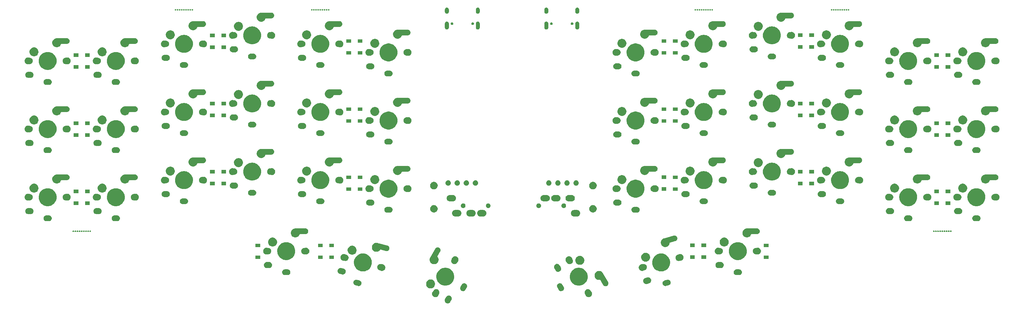
<source format=gbr>
G04 #@! TF.GenerationSoftware,KiCad,Pcbnew,(5.1.4)-1*
G04 #@! TF.CreationDate,2023-05-20T18:36:56-04:00*
G04 #@! TF.ProjectId,Corne Integrated Microchip,436f726e-6520-4496-9e74-656772617465,rev?*
G04 #@! TF.SameCoordinates,Original*
G04 #@! TF.FileFunction,Soldermask,Bot*
G04 #@! TF.FilePolarity,Negative*
%FSLAX46Y46*%
G04 Gerber Fmt 4.6, Leading zero omitted, Abs format (unit mm)*
G04 Created by KiCad (PCBNEW (5.1.4)-1) date 2023-05-20 18:36:56*
%MOMM*%
%LPD*%
G04 APERTURE LIST*
%ADD10C,0.100000*%
G04 APERTURE END LIST*
D10*
G36*
X129514741Y-123522572D02*
G01*
X129676611Y-123527870D01*
X129770199Y-123549692D01*
X129839866Y-123565936D01*
X129839867Y-123565937D01*
X129839869Y-123565937D01*
X129992557Y-123635119D01*
X130128817Y-123732761D01*
X130243409Y-123855109D01*
X130300141Y-123946343D01*
X130331930Y-123997463D01*
X130361454Y-124075907D01*
X130390979Y-124154352D01*
X130418285Y-124319744D01*
X130412801Y-124487284D01*
X130393767Y-124568914D01*
X130374735Y-124650540D01*
X130322887Y-124764972D01*
X130322886Y-124764973D01*
X129981088Y-125356986D01*
X129938906Y-125415850D01*
X129907910Y-125459105D01*
X129842858Y-125520033D01*
X129785562Y-125573697D01*
X129746108Y-125598231D01*
X129643208Y-125662219D01*
X129486320Y-125721267D01*
X129320927Y-125748574D01*
X129153385Y-125743089D01*
X128990132Y-125705024D01*
X128990131Y-125705023D01*
X128990129Y-125705023D01*
X128895657Y-125662218D01*
X128837441Y-125635841D01*
X128701182Y-125538199D01*
X128693918Y-125530443D01*
X128586590Y-125415851D01*
X128549986Y-125356986D01*
X128498068Y-125273497D01*
X128439020Y-125116609D01*
X128411713Y-124951216D01*
X128417198Y-124783674D01*
X128455263Y-124620421D01*
X128455264Y-124620418D01*
X128507112Y-124505987D01*
X128848910Y-123913973D01*
X128922089Y-123811853D01*
X129044433Y-123697265D01*
X129095718Y-123665374D01*
X129186791Y-123608741D01*
X129213704Y-123598612D01*
X129343679Y-123549692D01*
X129509070Y-123522386D01*
X129509071Y-123522386D01*
X129514741Y-123522572D01*
X129514741Y-123522572D01*
G37*
G36*
X168547262Y-121772086D02*
G01*
X168696562Y-121801783D01*
X168860534Y-121869703D01*
X169008104Y-121968306D01*
X169133603Y-122093805D01*
X169232206Y-122241375D01*
X169246773Y-122276543D01*
X169258321Y-122298148D01*
X169273861Y-122317084D01*
X169382440Y-122425663D01*
X169382441Y-122425665D01*
X169486516Y-122581424D01*
X169558204Y-122754495D01*
X169594750Y-122938223D01*
X169594750Y-123125557D01*
X169558204Y-123309285D01*
X169486516Y-123482356D01*
X169486515Y-123482357D01*
X169382440Y-123638117D01*
X169249977Y-123770580D01*
X169188207Y-123811853D01*
X169094216Y-123874656D01*
X168921145Y-123946344D01*
X168737417Y-123982890D01*
X168550083Y-123982890D01*
X168366355Y-123946344D01*
X168193284Y-123874656D01*
X168099293Y-123811853D01*
X168037523Y-123770580D01*
X167905060Y-123638117D01*
X167800985Y-123482357D01*
X167800984Y-123482356D01*
X167729296Y-123309285D01*
X167713284Y-123228789D01*
X167706171Y-123205340D01*
X167694625Y-123183738D01*
X167635294Y-123094943D01*
X167567374Y-122930971D01*
X167532750Y-122756900D01*
X167532750Y-122579418D01*
X167567374Y-122405347D01*
X167635294Y-122241375D01*
X167733897Y-122093805D01*
X167859396Y-121968306D01*
X168006966Y-121869703D01*
X168170938Y-121801783D01*
X168320238Y-121772086D01*
X168345008Y-121767159D01*
X168522492Y-121767159D01*
X168547262Y-121772086D01*
X168547262Y-121772086D01*
G37*
G36*
X126161012Y-121772086D02*
G01*
X126310312Y-121801783D01*
X126474284Y-121869703D01*
X126621854Y-121968306D01*
X126747353Y-122093805D01*
X126845956Y-122241375D01*
X126913876Y-122405347D01*
X126948500Y-122579418D01*
X126948500Y-122756900D01*
X126913876Y-122930971D01*
X126845956Y-123094943D01*
X126786625Y-123183738D01*
X126775079Y-123205340D01*
X126767966Y-123228789D01*
X126751954Y-123309285D01*
X126680266Y-123482356D01*
X126680265Y-123482357D01*
X126576190Y-123638117D01*
X126443727Y-123770580D01*
X126381957Y-123811853D01*
X126287966Y-123874656D01*
X126114895Y-123946344D01*
X125931167Y-123982890D01*
X125743833Y-123982890D01*
X125560105Y-123946344D01*
X125387034Y-123874656D01*
X125293043Y-123811853D01*
X125231273Y-123770580D01*
X125098810Y-123638117D01*
X124994735Y-123482357D01*
X124994734Y-123482356D01*
X124923046Y-123309285D01*
X124886500Y-123125557D01*
X124886500Y-122938223D01*
X124923046Y-122754495D01*
X124994734Y-122581424D01*
X125098809Y-122425665D01*
X125098810Y-122425663D01*
X125207389Y-122317084D01*
X125222929Y-122298148D01*
X125234477Y-122276543D01*
X125249044Y-122241375D01*
X125347647Y-122093805D01*
X125473146Y-121968306D01*
X125620716Y-121869703D01*
X125784688Y-121801783D01*
X125933988Y-121772086D01*
X125958758Y-121767159D01*
X126136242Y-121767159D01*
X126161012Y-121772086D01*
X126161012Y-121772086D01*
G37*
G36*
X133977107Y-120117652D02*
G01*
X134130768Y-120153481D01*
X134169603Y-120171077D01*
X134274487Y-120218599D01*
X134356113Y-120277091D01*
X134402740Y-120310504D01*
X134510600Y-120425664D01*
X134593920Y-120559655D01*
X134644744Y-120694687D01*
X134649500Y-120707325D01*
X134675201Y-120863000D01*
X134670040Y-121020696D01*
X134670039Y-121020699D01*
X134634210Y-121174361D01*
X134634209Y-121174363D01*
X134585409Y-121282067D01*
X134196063Y-121956433D01*
X134127188Y-122052548D01*
X134127187Y-122052549D01*
X134012027Y-122160409D01*
X133878036Y-122243729D01*
X133730367Y-122299309D01*
X133652529Y-122312160D01*
X133574692Y-122325010D01*
X133574691Y-122325010D01*
X133568968Y-122324823D01*
X133416997Y-122319849D01*
X133399783Y-122315835D01*
X133263332Y-122284019D01*
X133119613Y-122218901D01*
X133078061Y-122189125D01*
X132991361Y-122126997D01*
X132948177Y-122080890D01*
X132883500Y-122011836D01*
X132800180Y-121877845D01*
X132744600Y-121730176D01*
X132718899Y-121574500D01*
X132721297Y-121501232D01*
X132724060Y-121416806D01*
X132728074Y-121399592D01*
X132759890Y-121263141D01*
X132808692Y-121155433D01*
X132843137Y-121095773D01*
X133198034Y-120481071D01*
X133266912Y-120384952D01*
X133382074Y-120277091D01*
X133476137Y-120218599D01*
X133516063Y-120193771D01*
X133571643Y-120172852D01*
X133663733Y-120138191D01*
X133819406Y-120112490D01*
X133819408Y-120112490D01*
X133977107Y-120117652D01*
X133977107Y-120117652D01*
G37*
G36*
X160739679Y-120125341D02*
G01*
X160817517Y-120138191D01*
X160965186Y-120193771D01*
X161099177Y-120277091D01*
X161214337Y-120384951D01*
X161214338Y-120384952D01*
X161283213Y-120481067D01*
X161672559Y-121155433D01*
X161681134Y-121174359D01*
X161721360Y-121263139D01*
X161725774Y-121282071D01*
X161757190Y-121416804D01*
X161759953Y-121501232D01*
X161762351Y-121574500D01*
X161736650Y-121730176D01*
X161681070Y-121877845D01*
X161597750Y-122011836D01*
X161533073Y-122080890D01*
X161489889Y-122126997D01*
X161403189Y-122189125D01*
X161361637Y-122218901D01*
X161217918Y-122284019D01*
X161064257Y-122319848D01*
X160906558Y-122325010D01*
X160906556Y-122325010D01*
X160750883Y-122299309D01*
X160658793Y-122264648D01*
X160603213Y-122243729D01*
X160515403Y-122189125D01*
X160469224Y-122160409D01*
X160354062Y-122052548D01*
X160285184Y-121956429D01*
X159895844Y-121282071D01*
X159890385Y-121270022D01*
X159847040Y-121174359D01*
X159811211Y-121020698D01*
X159811210Y-121020694D01*
X159806049Y-120862999D01*
X159831750Y-120707325D01*
X159836507Y-120694687D01*
X159887330Y-120559655D01*
X159970650Y-120425664D01*
X160078510Y-120310504D01*
X160125138Y-120277091D01*
X160206763Y-120218599D01*
X160311647Y-120171077D01*
X160350482Y-120153481D01*
X160504143Y-120117652D01*
X160504147Y-120117651D01*
X160656118Y-120112677D01*
X160661841Y-120112490D01*
X160661842Y-120112490D01*
X160739679Y-120125341D01*
X160739679Y-120125341D01*
G37*
G36*
X124847698Y-119095382D02*
G01*
X125028695Y-119170353D01*
X125075366Y-119189685D01*
X125280261Y-119326592D01*
X125454510Y-119500841D01*
X125578973Y-119687113D01*
X125591418Y-119705738D01*
X125685720Y-119933404D01*
X125733795Y-120175093D01*
X125733795Y-120421521D01*
X125685720Y-120663210D01*
X125592801Y-120887538D01*
X125591417Y-120890878D01*
X125454510Y-121095773D01*
X125280261Y-121270022D01*
X125075366Y-121406929D01*
X125075365Y-121406930D01*
X125075364Y-121406930D01*
X124847698Y-121501232D01*
X124606009Y-121549307D01*
X124359581Y-121549307D01*
X124117892Y-121501232D01*
X123890226Y-121406930D01*
X123890225Y-121406930D01*
X123890224Y-121406929D01*
X123685329Y-121270022D01*
X123511080Y-121095773D01*
X123374173Y-120890878D01*
X123372790Y-120887538D01*
X123279870Y-120663210D01*
X123231795Y-120421521D01*
X123231795Y-120175093D01*
X123279870Y-119933404D01*
X123374172Y-119705738D01*
X123386617Y-119687113D01*
X123511080Y-119500841D01*
X123685329Y-119326592D01*
X123890224Y-119189685D01*
X123936896Y-119170353D01*
X124117892Y-119095382D01*
X124359581Y-119047307D01*
X124606009Y-119047307D01*
X124847698Y-119095382D01*
X124847698Y-119095382D01*
G37*
G36*
X171928062Y-116725530D02*
G01*
X172155730Y-116819833D01*
X172360625Y-116956740D01*
X172373268Y-116969383D01*
X172382136Y-116976358D01*
X172390354Y-116983922D01*
X172506451Y-117090772D01*
X172573053Y-117182023D01*
X172576167Y-117186290D01*
X172606683Y-117238095D01*
X172610452Y-117244099D01*
X172669863Y-117333013D01*
X172671782Y-117335886D01*
X172686198Y-117370689D01*
X172693978Y-117386294D01*
X172741925Y-117467692D01*
X174087964Y-119752810D01*
X174114641Y-119810347D01*
X174137703Y-119860086D01*
X174150093Y-119911200D01*
X174168053Y-119985294D01*
X174174872Y-120013429D01*
X174181245Y-120167090D01*
X174181410Y-120171081D01*
X174157069Y-120326968D01*
X174102779Y-120475120D01*
X174020632Y-120609833D01*
X173967206Y-120667881D01*
X173913781Y-120725930D01*
X173786335Y-120818950D01*
X173643190Y-120885320D01*
X173634035Y-120887539D01*
X173489849Y-120922489D01*
X173426788Y-120925104D01*
X173332199Y-120929027D01*
X173332196Y-120929027D01*
X173176309Y-120904686D01*
X173176307Y-120904685D01*
X173176305Y-120904685D01*
X173028156Y-120850396D01*
X172976588Y-120818950D01*
X172893443Y-120768249D01*
X172813515Y-120694686D01*
X172777346Y-120661398D01*
X172707634Y-120565886D01*
X172299646Y-119873259D01*
X171914550Y-119219497D01*
X171900103Y-119199704D01*
X171882073Y-119183110D01*
X171861152Y-119170353D01*
X171838144Y-119161922D01*
X171813933Y-119158141D01*
X171782461Y-119160342D01*
X171686373Y-119179455D01*
X171439945Y-119179455D01*
X171198256Y-119131380D01*
X170970590Y-119037078D01*
X170970589Y-119037078D01*
X170970588Y-119037077D01*
X170765693Y-118900170D01*
X170591444Y-118725921D01*
X170454537Y-118521026D01*
X170429939Y-118461640D01*
X170360234Y-118293358D01*
X170312159Y-118051669D01*
X170312159Y-117805241D01*
X170360234Y-117563552D01*
X170454536Y-117335886D01*
X170454537Y-117335884D01*
X170591444Y-117130989D01*
X170765693Y-116956740D01*
X170970588Y-116819833D01*
X171198256Y-116725530D01*
X171439945Y-116677455D01*
X171686373Y-116677455D01*
X171928062Y-116725530D01*
X171928062Y-116725530D01*
G37*
G36*
X103787546Y-119110385D02*
G01*
X103872954Y-119124486D01*
X104625111Y-119326026D01*
X104735779Y-119367679D01*
X104869769Y-119450999D01*
X104984929Y-119558859D01*
X105076835Y-119687112D01*
X105141952Y-119830831D01*
X105141953Y-119830834D01*
X105177782Y-119984491D01*
X105182943Y-120142192D01*
X105157242Y-120297866D01*
X105146287Y-120326971D01*
X105101662Y-120445536D01*
X105018342Y-120579526D01*
X104910482Y-120694686D01*
X104782229Y-120786592D01*
X104638510Y-120851709D01*
X104528108Y-120877451D01*
X104484844Y-120887539D01*
X104332672Y-120892519D01*
X104327149Y-120892700D01*
X104327148Y-120892700D01*
X104210487Y-120873439D01*
X104210481Y-120873438D01*
X103458325Y-120671898D01*
X103347657Y-120630245D01*
X103213667Y-120546925D01*
X103098507Y-120439065D01*
X103088905Y-120425665D01*
X103059730Y-120384952D01*
X103006601Y-120310812D01*
X102941484Y-120167093D01*
X102905655Y-120013431D01*
X102905654Y-120013427D01*
X102900493Y-119855732D01*
X102926194Y-119700058D01*
X102966575Y-119592769D01*
X102981774Y-119552388D01*
X103065094Y-119418398D01*
X103172954Y-119303238D01*
X103301207Y-119211332D01*
X103444926Y-119146215D01*
X103598588Y-119110386D01*
X103598592Y-119110385D01*
X103750563Y-119105411D01*
X103756286Y-119105224D01*
X103756287Y-119105224D01*
X103787546Y-119110385D01*
X103787546Y-119110385D01*
G37*
G36*
X190730486Y-119105405D02*
G01*
X190882658Y-119110385D01*
X190925922Y-119120473D01*
X191036324Y-119146215D01*
X191180043Y-119211332D01*
X191308296Y-119303238D01*
X191416156Y-119418398D01*
X191499476Y-119552388D01*
X191514675Y-119592769D01*
X191555056Y-119700058D01*
X191580757Y-119855732D01*
X191575596Y-120013433D01*
X191542940Y-120153481D01*
X191539766Y-120167093D01*
X191474649Y-120310812D01*
X191421520Y-120384952D01*
X191392346Y-120425665D01*
X191382743Y-120439065D01*
X191267583Y-120546925D01*
X191133593Y-120630245D01*
X191022925Y-120671898D01*
X190270768Y-120873438D01*
X190214139Y-120882787D01*
X190154101Y-120892700D01*
X190154100Y-120892700D01*
X190148377Y-120892513D01*
X189996406Y-120887539D01*
X189984003Y-120884647D01*
X189842740Y-120851709D01*
X189699021Y-120786592D01*
X189570768Y-120694686D01*
X189462908Y-120579526D01*
X189379588Y-120445536D01*
X189334963Y-120326971D01*
X189324008Y-120297866D01*
X189298307Y-120142192D01*
X189303468Y-119984497D01*
X189306360Y-119972094D01*
X189339298Y-119830831D01*
X189404415Y-119687112D01*
X189496321Y-119558859D01*
X189611481Y-119450999D01*
X189745471Y-119367679D01*
X189856139Y-119326026D01*
X190608295Y-119124486D01*
X190693703Y-119110385D01*
X190724962Y-119105224D01*
X190724963Y-119105224D01*
X190730486Y-119105405D01*
X190730486Y-119105405D01*
G37*
G36*
X166377740Y-115815024D02*
G01*
X166623265Y-115863862D01*
X166831734Y-115950213D01*
X167052326Y-116041585D01*
X167078418Y-116052393D01*
X167176240Y-116117756D01*
X167488044Y-116326096D01*
X167836404Y-116674456D01*
X167993541Y-116909629D01*
X168070630Y-117025000D01*
X168110108Y-117084084D01*
X168134237Y-117142337D01*
X168298638Y-117539235D01*
X168322182Y-117657601D01*
X168394750Y-118022422D01*
X168394750Y-118515078D01*
X168364624Y-118666530D01*
X168298638Y-118998265D01*
X168192910Y-119253514D01*
X168123512Y-119421057D01*
X168110107Y-119453418D01*
X168043977Y-119552388D01*
X167836404Y-119863044D01*
X167488044Y-120211404D01*
X167315085Y-120326971D01*
X167078418Y-120485107D01*
X166623265Y-120673638D01*
X166517449Y-120694686D01*
X166140078Y-120769750D01*
X165647422Y-120769750D01*
X165270051Y-120694686D01*
X165164235Y-120673638D01*
X164709082Y-120485107D01*
X164472415Y-120326971D01*
X164299456Y-120211404D01*
X163951096Y-119863044D01*
X163743523Y-119552388D01*
X163677393Y-119453418D01*
X163663989Y-119421057D01*
X163594590Y-119253514D01*
X163488862Y-118998265D01*
X163422876Y-118666530D01*
X163392750Y-118515078D01*
X163392750Y-118022422D01*
X163465318Y-117657601D01*
X163488862Y-117539235D01*
X163653263Y-117142337D01*
X163677392Y-117084084D01*
X163716871Y-117025000D01*
X163793959Y-116909629D01*
X163951096Y-116674456D01*
X164299456Y-116326096D01*
X164611260Y-116117756D01*
X164709082Y-116052393D01*
X164735175Y-116041585D01*
X164955766Y-115950213D01*
X165164235Y-115863862D01*
X165409760Y-115815024D01*
X165647422Y-115767750D01*
X166140078Y-115767750D01*
X166377740Y-115815024D01*
X166377740Y-115815024D01*
G37*
G36*
X129071490Y-115815024D02*
G01*
X129317015Y-115863862D01*
X129525484Y-115950213D01*
X129746076Y-116041585D01*
X129772168Y-116052393D01*
X129869990Y-116117756D01*
X130181794Y-116326096D01*
X130530154Y-116674456D01*
X130687291Y-116909629D01*
X130764380Y-117025000D01*
X130803858Y-117084084D01*
X130827987Y-117142337D01*
X130992388Y-117539235D01*
X131015932Y-117657601D01*
X131088500Y-118022422D01*
X131088500Y-118515078D01*
X131058374Y-118666530D01*
X130992388Y-118998265D01*
X130886660Y-119253514D01*
X130817262Y-119421057D01*
X130803857Y-119453418D01*
X130737727Y-119552388D01*
X130530154Y-119863044D01*
X130181794Y-120211404D01*
X130008835Y-120326971D01*
X129772168Y-120485107D01*
X129317015Y-120673638D01*
X129211199Y-120694686D01*
X128833828Y-120769750D01*
X128341172Y-120769750D01*
X127963801Y-120694686D01*
X127857985Y-120673638D01*
X127402832Y-120485107D01*
X127166165Y-120326971D01*
X126993206Y-120211404D01*
X126644846Y-119863044D01*
X126437273Y-119552388D01*
X126371143Y-119453418D01*
X126357739Y-119421057D01*
X126288340Y-119253514D01*
X126182612Y-118998265D01*
X126116626Y-118666530D01*
X126086500Y-118515078D01*
X126086500Y-118022422D01*
X126159068Y-117657601D01*
X126182612Y-117539235D01*
X126347013Y-117142337D01*
X126371142Y-117084084D01*
X126410621Y-117025000D01*
X126487709Y-116909629D01*
X126644846Y-116674456D01*
X126993206Y-116326096D01*
X127305010Y-116117756D01*
X127402832Y-116052393D01*
X127428925Y-116041585D01*
X127649516Y-115950213D01*
X127857985Y-115863862D01*
X128103510Y-115815024D01*
X128341172Y-115767750D01*
X128833828Y-115767750D01*
X129071490Y-115815024D01*
X129071490Y-115815024D01*
G37*
G36*
X185240862Y-118456527D02*
G01*
X185397062Y-118461640D01*
X185443027Y-118472358D01*
X185560319Y-118499706D01*
X185713009Y-118568889D01*
X185849268Y-118666530D01*
X185963863Y-118788881D01*
X186052382Y-118931232D01*
X186111431Y-119088121D01*
X186138737Y-119253513D01*
X186133253Y-119421056D01*
X186095188Y-119584308D01*
X186095187Y-119584310D01*
X186026004Y-119736999D01*
X185928363Y-119873259D01*
X185928361Y-119873261D01*
X185806015Y-119987851D01*
X185663660Y-120076372D01*
X185546090Y-120120623D01*
X185423459Y-120153482D01*
X184885774Y-120297555D01*
X184885770Y-120297556D01*
X184885765Y-120297557D01*
X184761825Y-120318020D01*
X184600150Y-120312727D01*
X184594281Y-120312535D01*
X184431027Y-120274470D01*
X184347520Y-120236633D01*
X184278337Y-120205287D01*
X184142079Y-120107646D01*
X184027484Y-119985294D01*
X183938965Y-119842943D01*
X183879915Y-119686054D01*
X183852609Y-119520664D01*
X183858094Y-119353121D01*
X183858094Y-119353120D01*
X183896159Y-119189866D01*
X183965342Y-119037177D01*
X183965342Y-119037176D01*
X184062983Y-118900918D01*
X184063781Y-118900171D01*
X184185333Y-118786325D01*
X184185335Y-118786323D01*
X184327686Y-118697803D01*
X184413797Y-118665394D01*
X184445264Y-118653550D01*
X185105571Y-118476621D01*
X185105572Y-118476621D01*
X185105579Y-118476619D01*
X185229521Y-118456156D01*
X185229523Y-118456156D01*
X185240862Y-118456527D01*
X185240862Y-118456527D01*
G37*
G36*
X210772321Y-116227863D02*
G01*
X210850773Y-116235590D01*
X210951432Y-116266125D01*
X211001763Y-116281392D01*
X211140915Y-116355771D01*
X211262883Y-116455867D01*
X211362979Y-116577835D01*
X211437358Y-116716987D01*
X211437358Y-116716988D01*
X211483160Y-116867977D01*
X211498625Y-117025000D01*
X211483160Y-117182023D01*
X211464329Y-117244099D01*
X211437358Y-117333013D01*
X211362979Y-117472165D01*
X211262883Y-117594133D01*
X211140915Y-117694229D01*
X211001763Y-117768608D01*
X210951432Y-117783875D01*
X210850773Y-117814410D01*
X210772321Y-117822137D01*
X210733096Y-117826000D01*
X209954404Y-117826000D01*
X209915179Y-117822137D01*
X209836727Y-117814410D01*
X209736068Y-117783875D01*
X209685737Y-117768608D01*
X209546585Y-117694229D01*
X209424617Y-117594133D01*
X209324521Y-117472165D01*
X209250142Y-117333013D01*
X209223171Y-117244099D01*
X209204340Y-117182023D01*
X209188875Y-117025000D01*
X209204340Y-116867977D01*
X209250142Y-116716988D01*
X209250142Y-116716987D01*
X209324521Y-116577835D01*
X209424617Y-116455867D01*
X209546585Y-116355771D01*
X209685737Y-116281392D01*
X209736068Y-116266125D01*
X209836727Y-116235590D01*
X209915179Y-116227863D01*
X209954404Y-116224000D01*
X210733096Y-116224000D01*
X210772321Y-116227863D01*
X210772321Y-116227863D01*
G37*
G36*
X84566071Y-116227863D02*
G01*
X84644523Y-116235590D01*
X84745182Y-116266125D01*
X84795513Y-116281392D01*
X84934665Y-116355771D01*
X85056633Y-116455867D01*
X85156729Y-116577835D01*
X85231108Y-116716987D01*
X85231108Y-116716988D01*
X85276910Y-116867977D01*
X85292375Y-117025000D01*
X85276910Y-117182023D01*
X85258079Y-117244099D01*
X85231108Y-117333013D01*
X85156729Y-117472165D01*
X85056633Y-117594133D01*
X84934665Y-117694229D01*
X84795513Y-117768608D01*
X84745182Y-117783875D01*
X84644523Y-117814410D01*
X84566071Y-117822137D01*
X84526846Y-117826000D01*
X83748154Y-117826000D01*
X83708929Y-117822137D01*
X83630477Y-117814410D01*
X83529818Y-117783875D01*
X83479487Y-117768608D01*
X83340335Y-117694229D01*
X83218367Y-117594133D01*
X83118271Y-117472165D01*
X83043892Y-117333013D01*
X83016921Y-117244099D01*
X82998090Y-117182023D01*
X82982625Y-117025000D01*
X82998090Y-116867977D01*
X83043892Y-116716988D01*
X83043892Y-116716987D01*
X83118271Y-116577835D01*
X83218367Y-116455867D01*
X83340335Y-116355771D01*
X83479487Y-116281392D01*
X83529818Y-116266125D01*
X83630477Y-116235590D01*
X83708929Y-116227863D01*
X83748154Y-116224000D01*
X84526846Y-116224000D01*
X84566071Y-116227863D01*
X84566071Y-116227863D01*
G37*
G36*
X99523226Y-115836665D02*
G01*
X99523231Y-115836666D01*
X99523235Y-115836667D01*
X99877203Y-115931513D01*
X100183551Y-116013599D01*
X100301121Y-116057850D01*
X100443476Y-116146371D01*
X100565822Y-116260961D01*
X100565824Y-116260963D01*
X100604297Y-116314653D01*
X100663464Y-116397221D01*
X100732649Y-116549914D01*
X100770714Y-116713166D01*
X100776198Y-116880709D01*
X100748892Y-117046101D01*
X100689843Y-117202990D01*
X100601324Y-117345341D01*
X100486729Y-117467692D01*
X100352955Y-117563552D01*
X100350470Y-117565333D01*
X100197780Y-117634516D01*
X100080488Y-117661864D01*
X100034523Y-117672582D01*
X99878323Y-117677695D01*
X99866984Y-117678066D01*
X99866982Y-117678066D01*
X99743040Y-117657603D01*
X99743033Y-117657601D01*
X99743032Y-117657601D01*
X99082725Y-117480672D01*
X99051258Y-117468828D01*
X98965147Y-117436419D01*
X98822796Y-117347899D01*
X98700444Y-117233304D01*
X98602803Y-117097046D01*
X98570160Y-117025000D01*
X98533620Y-116944356D01*
X98495555Y-116781102D01*
X98492162Y-116677455D01*
X98490070Y-116613558D01*
X98517376Y-116448168D01*
X98576426Y-116291279D01*
X98664945Y-116148928D01*
X98779540Y-116026576D01*
X98915798Y-115928935D01*
X98992253Y-115894294D01*
X99068488Y-115859752D01*
X99231742Y-115821687D01*
X99237611Y-115821495D01*
X99399286Y-115816202D01*
X99523226Y-115836665D01*
X99523226Y-115836665D01*
G37*
G36*
X160037572Y-114716233D02*
G01*
X160194460Y-114775281D01*
X160297360Y-114839269D01*
X160336814Y-114863803D01*
X160354897Y-114880740D01*
X160459162Y-114978395D01*
X160463762Y-114984815D01*
X160532340Y-115080514D01*
X160743416Y-115446109D01*
X160874139Y-115672528D01*
X160925987Y-115786960D01*
X160937577Y-115836667D01*
X160964053Y-115950216D01*
X160969537Y-116117756D01*
X160942231Y-116283148D01*
X160924698Y-116329732D01*
X160883182Y-116440037D01*
X160873338Y-116455867D01*
X160794661Y-116582391D01*
X160680069Y-116704739D01*
X160543809Y-116802381D01*
X160391121Y-116871563D01*
X160391119Y-116871563D01*
X160391118Y-116871564D01*
X160351901Y-116880708D01*
X160227863Y-116909630D01*
X160065993Y-116914928D01*
X160060323Y-116915114D01*
X160060322Y-116915114D01*
X159894931Y-116887808D01*
X159738046Y-116828760D01*
X159738047Y-116828760D01*
X159738043Y-116828759D01*
X159646970Y-116772126D01*
X159595685Y-116740235D01*
X159473341Y-116625647D01*
X159400162Y-116523527D01*
X159058364Y-115931513D01*
X159006516Y-115817082D01*
X159006036Y-115815024D01*
X158968450Y-115653826D01*
X158962965Y-115486284D01*
X158990272Y-115320891D01*
X159049320Y-115164003D01*
X159132951Y-115029515D01*
X159137842Y-115021649D01*
X159252435Y-114899300D01*
X159301971Y-114863803D01*
X159388693Y-114801659D01*
X159506181Y-114748426D01*
X159541381Y-114732477D01*
X159541383Y-114732477D01*
X159541384Y-114732476D01*
X159704637Y-114694411D01*
X159872179Y-114688926D01*
X160037572Y-114716233D01*
X160037572Y-114716233D01*
G37*
G36*
X105945044Y-111824852D02*
G01*
X106298265Y-111895112D01*
X106476815Y-111969070D01*
X106742999Y-112079327D01*
X106753418Y-112083643D01*
X106774891Y-112097991D01*
X107163044Y-112357346D01*
X107511404Y-112705706D01*
X107665599Y-112936476D01*
X107785107Y-113115332D01*
X107973638Y-113570485D01*
X107996427Y-113685052D01*
X108069750Y-114053672D01*
X108069750Y-114546328D01*
X108032078Y-114735716D01*
X107973638Y-115029515D01*
X107785107Y-115484668D01*
X107716217Y-115587769D01*
X107511404Y-115894294D01*
X107163044Y-116242654D01*
X106907718Y-116413257D01*
X106753418Y-116516357D01*
X106753417Y-116516358D01*
X106753416Y-116516358D01*
X106632918Y-116566270D01*
X106298265Y-116704888D01*
X106120553Y-116740237D01*
X105815078Y-116801000D01*
X105322422Y-116801000D01*
X105016947Y-116740237D01*
X104839235Y-116704888D01*
X104504582Y-116566270D01*
X104384084Y-116516358D01*
X104384083Y-116516358D01*
X104384082Y-116516357D01*
X104229782Y-116413257D01*
X103974456Y-116242654D01*
X103626096Y-115894294D01*
X103421283Y-115587769D01*
X103352393Y-115484668D01*
X103163862Y-115029515D01*
X103105422Y-114735716D01*
X103067750Y-114546328D01*
X103067750Y-114053672D01*
X103141073Y-113685052D01*
X103163862Y-113570485D01*
X103352393Y-113115332D01*
X103471901Y-112936476D01*
X103626096Y-112705706D01*
X103974456Y-112357346D01*
X104362609Y-112097991D01*
X104384082Y-112083643D01*
X104394502Y-112079327D01*
X104660685Y-111969070D01*
X104839235Y-111895112D01*
X105192456Y-111824852D01*
X105322422Y-111799000D01*
X105815078Y-111799000D01*
X105945044Y-111824852D01*
X105945044Y-111824852D01*
G37*
G36*
X189288794Y-111824852D02*
G01*
X189642015Y-111895112D01*
X189820565Y-111969070D01*
X190086749Y-112079327D01*
X190097168Y-112083643D01*
X190118641Y-112097991D01*
X190506794Y-112357346D01*
X190855154Y-112705706D01*
X191009349Y-112936476D01*
X191128857Y-113115332D01*
X191317388Y-113570485D01*
X191340177Y-113685052D01*
X191413500Y-114053672D01*
X191413500Y-114546328D01*
X191375828Y-114735716D01*
X191317388Y-115029515D01*
X191128857Y-115484668D01*
X191059967Y-115587769D01*
X190855154Y-115894294D01*
X190506794Y-116242654D01*
X190251468Y-116413257D01*
X190097168Y-116516357D01*
X190097167Y-116516358D01*
X190097166Y-116516358D01*
X189976668Y-116566270D01*
X189642015Y-116704888D01*
X189464303Y-116740237D01*
X189158828Y-116801000D01*
X188666172Y-116801000D01*
X188360697Y-116740237D01*
X188182985Y-116704888D01*
X187848332Y-116566270D01*
X187727834Y-116516358D01*
X187727833Y-116516358D01*
X187727832Y-116516357D01*
X187573532Y-116413257D01*
X187318206Y-116242654D01*
X186969846Y-115894294D01*
X186765033Y-115587769D01*
X186696143Y-115484668D01*
X186507612Y-115029515D01*
X186449172Y-114735716D01*
X186411500Y-114546328D01*
X186411500Y-114053672D01*
X186484823Y-113685052D01*
X186507612Y-113570485D01*
X186696143Y-113115332D01*
X186815651Y-112936476D01*
X186969846Y-112705706D01*
X187318206Y-112357346D01*
X187706359Y-112097991D01*
X187727832Y-112083643D01*
X187738252Y-112079327D01*
X188004435Y-111969070D01*
X188182985Y-111895112D01*
X188536206Y-111824852D01*
X188666172Y-111799000D01*
X189158828Y-111799000D01*
X189288794Y-111824852D01*
X189288794Y-111824852D01*
G37*
G36*
X110576621Y-114716233D02*
G01*
X110738465Y-114748425D01*
X110773635Y-114762993D01*
X110797074Y-114770103D01*
X110821460Y-114772505D01*
X110975009Y-114772505D01*
X111158737Y-114809051D01*
X111331808Y-114880739D01*
X111331809Y-114880740D01*
X111487569Y-114984815D01*
X111620032Y-115117278D01*
X111620033Y-115117280D01*
X111724108Y-115273039D01*
X111795796Y-115446110D01*
X111832342Y-115629838D01*
X111832342Y-115817172D01*
X111795796Y-116000900D01*
X111724108Y-116173971D01*
X111724107Y-116173972D01*
X111620032Y-116329732D01*
X111487569Y-116462195D01*
X111459160Y-116481177D01*
X111331808Y-116566271D01*
X111158737Y-116637959D01*
X110975009Y-116674505D01*
X110787675Y-116674505D01*
X110603947Y-116637959D01*
X110430873Y-116566270D01*
X110362632Y-116520673D01*
X110341022Y-116509122D01*
X110317576Y-116502009D01*
X110212841Y-116481177D01*
X110048869Y-116413257D01*
X109901299Y-116314654D01*
X109775800Y-116189155D01*
X109677197Y-116041585D01*
X109609277Y-115877613D01*
X109574653Y-115703542D01*
X109574653Y-115526060D01*
X109609277Y-115351989D01*
X109677197Y-115188017D01*
X109775800Y-115040447D01*
X109901299Y-114914948D01*
X110048869Y-114816345D01*
X110212841Y-114748425D01*
X110374685Y-114716233D01*
X110386911Y-114713801D01*
X110564395Y-114713801D01*
X110576621Y-114716233D01*
X110576621Y-114716233D01*
G37*
G36*
X184106565Y-114716233D02*
G01*
X184268409Y-114748425D01*
X184432381Y-114816345D01*
X184579951Y-114914948D01*
X184705450Y-115040447D01*
X184804053Y-115188017D01*
X184871973Y-115351989D01*
X184906597Y-115526060D01*
X184906597Y-115703542D01*
X184871973Y-115877613D01*
X184804053Y-116041585D01*
X184705450Y-116189155D01*
X184579951Y-116314654D01*
X184432381Y-116413257D01*
X184268409Y-116481177D01*
X184163674Y-116502009D01*
X184140227Y-116509122D01*
X184118618Y-116520673D01*
X184050377Y-116566270D01*
X183877303Y-116637959D01*
X183693575Y-116674505D01*
X183506241Y-116674505D01*
X183322513Y-116637959D01*
X183149442Y-116566271D01*
X183022090Y-116481177D01*
X182993681Y-116462195D01*
X182861218Y-116329732D01*
X182757143Y-116173972D01*
X182757142Y-116173971D01*
X182685454Y-116000900D01*
X182648908Y-115817172D01*
X182648908Y-115629838D01*
X182685454Y-115446110D01*
X182757142Y-115273039D01*
X182861217Y-115117280D01*
X182861218Y-115117278D01*
X182993681Y-114984815D01*
X183149441Y-114880740D01*
X183149442Y-114880739D01*
X183322513Y-114809051D01*
X183506241Y-114772505D01*
X183659790Y-114772505D01*
X183684176Y-114770103D01*
X183707615Y-114762993D01*
X183742785Y-114748425D01*
X183904629Y-114716233D01*
X183916855Y-114713801D01*
X184094339Y-114713801D01*
X184106565Y-114716233D01*
X184106565Y-114716233D01*
G37*
G36*
X205710573Y-114186313D02*
G01*
X205870992Y-114234976D01*
X206003656Y-114305886D01*
X206018828Y-114313996D01*
X206148409Y-114420341D01*
X206254754Y-114549922D01*
X206254755Y-114549924D01*
X206333774Y-114697758D01*
X206382437Y-114858177D01*
X206398867Y-115025000D01*
X206382437Y-115191823D01*
X206382436Y-115191825D01*
X206333851Y-115351990D01*
X206333774Y-115352242D01*
X206283601Y-115446109D01*
X206254754Y-115500078D01*
X206148409Y-115629659D01*
X206018828Y-115736004D01*
X206018826Y-115736005D01*
X205870992Y-115815024D01*
X205870989Y-115815025D01*
X205864218Y-115817079D01*
X205710573Y-115863687D01*
X205585554Y-115876000D01*
X204901946Y-115876000D01*
X204776927Y-115863687D01*
X204623282Y-115817079D01*
X204616511Y-115815025D01*
X204616508Y-115815024D01*
X204468674Y-115736005D01*
X204468672Y-115736004D01*
X204339091Y-115629659D01*
X204232746Y-115500078D01*
X204203899Y-115446109D01*
X204153726Y-115352242D01*
X204153650Y-115351990D01*
X204105064Y-115191825D01*
X204105063Y-115191823D01*
X204088633Y-115025000D01*
X204105063Y-114858177D01*
X204153726Y-114697758D01*
X204232745Y-114549924D01*
X204232746Y-114549922D01*
X204339091Y-114420341D01*
X204468672Y-114313996D01*
X204483844Y-114305886D01*
X204616508Y-114234976D01*
X204776927Y-114186313D01*
X204901946Y-114174000D01*
X205585554Y-114174000D01*
X205710573Y-114186313D01*
X205710573Y-114186313D01*
G37*
G36*
X79504323Y-114186313D02*
G01*
X79664742Y-114234976D01*
X79797406Y-114305886D01*
X79812578Y-114313996D01*
X79942159Y-114420341D01*
X80048504Y-114549922D01*
X80048505Y-114549924D01*
X80127524Y-114697758D01*
X80176187Y-114858177D01*
X80192617Y-115025000D01*
X80176187Y-115191823D01*
X80176186Y-115191825D01*
X80127601Y-115351990D01*
X80127524Y-115352242D01*
X80077351Y-115446109D01*
X80048504Y-115500078D01*
X79942159Y-115629659D01*
X79812578Y-115736004D01*
X79812576Y-115736005D01*
X79664742Y-115815024D01*
X79664739Y-115815025D01*
X79657968Y-115817079D01*
X79504323Y-115863687D01*
X79379304Y-115876000D01*
X78695696Y-115876000D01*
X78570677Y-115863687D01*
X78417032Y-115817079D01*
X78410261Y-115815025D01*
X78410258Y-115815024D01*
X78262424Y-115736005D01*
X78262422Y-115736004D01*
X78132841Y-115629659D01*
X78026496Y-115500078D01*
X77997649Y-115446109D01*
X77947476Y-115352242D01*
X77947400Y-115351990D01*
X77898814Y-115191825D01*
X77898813Y-115191823D01*
X77882383Y-115025000D01*
X77898813Y-114858177D01*
X77947476Y-114697758D01*
X78026495Y-114549924D01*
X78026496Y-114549922D01*
X78132841Y-114420341D01*
X78262422Y-114313996D01*
X78277594Y-114305886D01*
X78410258Y-114234976D01*
X78570677Y-114186313D01*
X78695696Y-114174000D01*
X79379304Y-114174000D01*
X79504323Y-114186313D01*
X79504323Y-114186313D01*
G37*
G36*
X166553358Y-112496268D02*
G01*
X166703400Y-112558417D01*
X166781026Y-112590571D01*
X166985921Y-112727478D01*
X167160170Y-112901727D01*
X167271039Y-113067654D01*
X167297078Y-113106624D01*
X167391380Y-113334290D01*
X167439455Y-113575979D01*
X167439455Y-113822407D01*
X167391380Y-114064096D01*
X167367555Y-114121616D01*
X167297077Y-114291764D01*
X167160170Y-114496659D01*
X166985921Y-114670908D01*
X166781026Y-114807815D01*
X166781025Y-114807816D01*
X166781024Y-114807816D01*
X166553358Y-114902118D01*
X166311669Y-114950193D01*
X166065241Y-114950193D01*
X165823552Y-114902118D01*
X165595886Y-114807816D01*
X165595885Y-114807816D01*
X165595884Y-114807815D01*
X165390989Y-114670908D01*
X165216740Y-114496659D01*
X165079833Y-114291764D01*
X165009356Y-114121616D01*
X164985530Y-114064096D01*
X164937455Y-113822407D01*
X164937455Y-113575979D01*
X164985530Y-113334290D01*
X165079832Y-113106624D01*
X165105871Y-113067654D01*
X165216740Y-112901727D01*
X165390989Y-112727478D01*
X165595884Y-112590571D01*
X165673511Y-112558417D01*
X165823552Y-112496268D01*
X166065241Y-112448193D01*
X166311669Y-112448193D01*
X166553358Y-112496268D01*
X166553358Y-112496268D01*
G37*
G36*
X126551496Y-110060123D02*
G01*
X126705464Y-110094609D01*
X126849746Y-110158471D01*
X126978796Y-110249253D01*
X127030675Y-110303684D01*
X127087658Y-110363469D01*
X127172142Y-110496724D01*
X127172143Y-110496726D01*
X127229009Y-110643905D01*
X127256068Y-110799350D01*
X127252282Y-110957089D01*
X127217796Y-111111057D01*
X127169936Y-111219186D01*
X126402816Y-112575065D01*
X126392902Y-112597466D01*
X126387546Y-112621377D01*
X126386958Y-112645874D01*
X126391160Y-112670016D01*
X126399992Y-112692873D01*
X126413112Y-112713568D01*
X126423217Y-112724990D01*
X126429806Y-112731579D01*
X126543497Y-112901729D01*
X126566714Y-112936476D01*
X126661016Y-113164142D01*
X126709091Y-113405831D01*
X126709091Y-113652259D01*
X126661016Y-113893948D01*
X126570765Y-114111835D01*
X126566713Y-114121616D01*
X126429806Y-114326511D01*
X126255557Y-114500760D01*
X126050662Y-114637667D01*
X126050661Y-114637668D01*
X126050660Y-114637668D01*
X125822994Y-114731970D01*
X125581305Y-114780045D01*
X125334877Y-114780045D01*
X125093188Y-114731970D01*
X124865522Y-114637668D01*
X124865521Y-114637668D01*
X124865520Y-114637667D01*
X124660625Y-114500760D01*
X124486376Y-114326511D01*
X124349469Y-114121616D01*
X124345418Y-114111835D01*
X124255166Y-113893948D01*
X124207091Y-113652259D01*
X124207091Y-113405832D01*
X124222779Y-113326962D01*
X124223761Y-113322025D01*
X124226127Y-113300639D01*
X124226504Y-113284943D01*
X124234776Y-113248010D01*
X124260990Y-113130972D01*
X124308850Y-113022844D01*
X124323168Y-112997538D01*
X124329855Y-112983826D01*
X124349468Y-112936475D01*
X124400701Y-112859800D01*
X124405562Y-112851906D01*
X124453645Y-112766919D01*
X125775626Y-110430323D01*
X125843661Y-110333609D01*
X125957875Y-110224749D01*
X125957877Y-110224747D01*
X126091132Y-110140263D01*
X126091133Y-110140263D01*
X126091134Y-110140262D01*
X126238313Y-110083396D01*
X126393758Y-110056337D01*
X126551496Y-110060123D01*
X126551496Y-110060123D01*
G37*
G36*
X131614895Y-112591156D02*
G01*
X131787966Y-112662844D01*
X131852113Y-112705706D01*
X131943727Y-112766920D01*
X132076190Y-112899383D01*
X132122266Y-112968341D01*
X132180266Y-113055144D01*
X132251954Y-113228215D01*
X132288500Y-113411943D01*
X132288500Y-113599277D01*
X132251954Y-113783005D01*
X132180266Y-113956076D01*
X132178925Y-113958083D01*
X132076190Y-114111837D01*
X131967611Y-114220416D01*
X131952071Y-114239352D01*
X131940523Y-114260957D01*
X131925956Y-114296125D01*
X131827353Y-114443695D01*
X131701854Y-114569194D01*
X131554284Y-114667797D01*
X131390312Y-114735717D01*
X131241012Y-114765414D01*
X131216242Y-114770341D01*
X131038758Y-114770341D01*
X131013988Y-114765414D01*
X130864688Y-114735717D01*
X130700716Y-114667797D01*
X130553146Y-114569194D01*
X130427647Y-114443695D01*
X130329044Y-114296125D01*
X130261124Y-114132153D01*
X130226500Y-113958082D01*
X130226500Y-113780600D01*
X130261124Y-113606529D01*
X130329044Y-113442557D01*
X130388375Y-113353762D01*
X130399921Y-113332160D01*
X130407034Y-113308711D01*
X130423046Y-113228215D01*
X130494734Y-113055144D01*
X130552734Y-112968341D01*
X130598810Y-112899383D01*
X130731273Y-112766920D01*
X130822887Y-112705706D01*
X130887034Y-112662844D01*
X131060105Y-112591156D01*
X131243833Y-112554610D01*
X131431167Y-112554610D01*
X131614895Y-112591156D01*
X131614895Y-112591156D01*
G37*
G36*
X163421145Y-112591156D02*
G01*
X163594216Y-112662844D01*
X163658363Y-112705706D01*
X163749977Y-112766920D01*
X163882440Y-112899383D01*
X163928516Y-112968341D01*
X163986516Y-113055144D01*
X164058204Y-113228215D01*
X164074216Y-113308711D01*
X164081329Y-113332160D01*
X164092875Y-113353762D01*
X164152206Y-113442557D01*
X164220126Y-113606529D01*
X164254750Y-113780600D01*
X164254750Y-113958082D01*
X164220126Y-114132153D01*
X164152206Y-114296125D01*
X164053603Y-114443695D01*
X163928104Y-114569194D01*
X163780534Y-114667797D01*
X163616562Y-114735717D01*
X163467262Y-114765414D01*
X163442492Y-114770341D01*
X163265008Y-114770341D01*
X163240238Y-114765414D01*
X163090938Y-114735717D01*
X162926966Y-114667797D01*
X162779396Y-114569194D01*
X162653897Y-114443695D01*
X162555294Y-114296125D01*
X162540727Y-114260957D01*
X162529179Y-114239352D01*
X162513639Y-114220416D01*
X162405060Y-114111837D01*
X162302325Y-113958083D01*
X162300984Y-113956076D01*
X162229296Y-113783005D01*
X162192750Y-113599277D01*
X162192750Y-113411943D01*
X162229296Y-113228215D01*
X162300984Y-113055144D01*
X162358984Y-112968341D01*
X162405060Y-112899383D01*
X162537523Y-112766920D01*
X162629137Y-112705706D01*
X162693284Y-112662844D01*
X162866355Y-112591156D01*
X163050083Y-112554610D01*
X163237417Y-112554610D01*
X163421145Y-112591156D01*
X163421145Y-112591156D01*
G37*
G36*
X184939825Y-111629724D02*
G01*
X185167493Y-111724027D01*
X185372388Y-111860934D01*
X185546637Y-112035183D01*
X185683544Y-112240078D01*
X185683545Y-112240080D01*
X185777847Y-112467746D01*
X185825922Y-112709435D01*
X185825922Y-112955863D01*
X185803685Y-113067654D01*
X185777847Y-113197552D01*
X185683544Y-113425220D01*
X185546637Y-113630115D01*
X185372388Y-113804364D01*
X185167493Y-113941271D01*
X185167492Y-113941272D01*
X185167491Y-113941272D01*
X184939825Y-114035574D01*
X184698136Y-114083649D01*
X184451708Y-114083649D01*
X184210019Y-114035574D01*
X183982353Y-113941272D01*
X183982352Y-113941272D01*
X183982351Y-113941271D01*
X183777456Y-113804364D01*
X183603207Y-113630115D01*
X183466300Y-113425220D01*
X183371997Y-113197552D01*
X183346159Y-113067654D01*
X183323922Y-112955863D01*
X183323922Y-112709435D01*
X183371997Y-112467746D01*
X183466299Y-112240080D01*
X183466300Y-112240078D01*
X183603207Y-112035183D01*
X183777456Y-111860934D01*
X183982351Y-111724027D01*
X184210019Y-111629724D01*
X184451708Y-111581649D01*
X184698136Y-111581649D01*
X184939825Y-111629724D01*
X184939825Y-111629724D01*
G37*
G36*
X194502487Y-111962041D02*
G01*
X194675558Y-112033729D01*
X194684126Y-112039454D01*
X194831319Y-112137805D01*
X194963782Y-112270268D01*
X194973857Y-112285347D01*
X195067858Y-112426029D01*
X195139546Y-112599100D01*
X195176092Y-112782828D01*
X195176092Y-112970162D01*
X195139546Y-113153890D01*
X195067858Y-113326961D01*
X195067857Y-113326962D01*
X194963782Y-113482722D01*
X194831319Y-113615185D01*
X194752910Y-113667576D01*
X194675558Y-113719261D01*
X194502487Y-113790949D01*
X194318759Y-113827495D01*
X194165210Y-113827495D01*
X194140824Y-113829897D01*
X194117385Y-113837007D01*
X194082215Y-113851575D01*
X193932915Y-113881272D01*
X193908145Y-113886199D01*
X193730661Y-113886199D01*
X193705891Y-113881272D01*
X193556591Y-113851575D01*
X193392619Y-113783655D01*
X193245049Y-113685052D01*
X193119550Y-113559553D01*
X193020947Y-113411983D01*
X192953027Y-113248011D01*
X192918403Y-113073940D01*
X192918403Y-112896458D01*
X192953027Y-112722387D01*
X193020947Y-112558415D01*
X193119550Y-112410845D01*
X193245049Y-112285346D01*
X193392619Y-112186743D01*
X193556591Y-112118823D01*
X193661326Y-112097991D01*
X193684773Y-112090878D01*
X193706382Y-112079327D01*
X193774623Y-112033730D01*
X193947697Y-111962041D01*
X194131425Y-111925495D01*
X194318759Y-111925495D01*
X194502487Y-111962041D01*
X194502487Y-111962041D01*
G37*
G36*
X100533553Y-111962041D02*
G01*
X100706627Y-112033730D01*
X100774868Y-112079327D01*
X100796478Y-112090878D01*
X100819924Y-112097991D01*
X100924659Y-112118823D01*
X101088631Y-112186743D01*
X101236201Y-112285346D01*
X101361700Y-112410845D01*
X101460303Y-112558415D01*
X101528223Y-112722387D01*
X101562847Y-112896458D01*
X101562847Y-113073940D01*
X101528223Y-113248011D01*
X101460303Y-113411983D01*
X101361700Y-113559553D01*
X101236201Y-113685052D01*
X101088631Y-113783655D01*
X100924659Y-113851575D01*
X100775359Y-113881272D01*
X100750589Y-113886199D01*
X100573105Y-113886199D01*
X100548335Y-113881272D01*
X100399035Y-113851575D01*
X100363865Y-113837007D01*
X100340426Y-113829897D01*
X100316040Y-113827495D01*
X100162491Y-113827495D01*
X99978763Y-113790949D01*
X99805692Y-113719261D01*
X99728340Y-113667576D01*
X99649931Y-113615185D01*
X99517468Y-113482722D01*
X99413393Y-113326962D01*
X99413392Y-113326961D01*
X99341704Y-113153890D01*
X99305158Y-112970162D01*
X99305158Y-112782828D01*
X99341704Y-112599100D01*
X99413392Y-112426029D01*
X99507393Y-112285347D01*
X99517468Y-112270268D01*
X99649931Y-112137805D01*
X99797124Y-112039454D01*
X99805692Y-112033729D01*
X99978763Y-111962041D01*
X100162491Y-111925495D01*
X100349825Y-111925495D01*
X100533553Y-111962041D01*
X100533553Y-111962041D01*
G37*
G36*
X84625421Y-108672056D02*
G01*
X84867015Y-108720112D01*
X85322168Y-108908643D01*
X85371903Y-108941875D01*
X85731794Y-109182346D01*
X86080154Y-109530706D01*
X86249993Y-109784889D01*
X86353857Y-109940332D01*
X86538588Y-110386310D01*
X86542388Y-110395486D01*
X86638500Y-110878672D01*
X86638500Y-111371328D01*
X86602605Y-111551782D01*
X86542388Y-111854515D01*
X86353857Y-112309668D01*
X86321999Y-112357347D01*
X86080154Y-112719294D01*
X85731794Y-113067654D01*
X85461870Y-113248011D01*
X85322168Y-113341357D01*
X84867015Y-113529888D01*
X84662920Y-113570485D01*
X84383828Y-113626000D01*
X83891172Y-113626000D01*
X83612080Y-113570485D01*
X83407985Y-113529888D01*
X82952832Y-113341357D01*
X82813130Y-113248011D01*
X82543206Y-113067654D01*
X82194846Y-112719294D01*
X81953001Y-112357347D01*
X81921143Y-112309668D01*
X81732612Y-111854515D01*
X81672395Y-111551782D01*
X81636500Y-111371328D01*
X81636500Y-110878672D01*
X81732612Y-110395486D01*
X81736413Y-110386310D01*
X81921143Y-109940332D01*
X82025007Y-109784889D01*
X82194846Y-109530706D01*
X82543206Y-109182346D01*
X82903097Y-108941875D01*
X82952832Y-108908643D01*
X83407985Y-108720112D01*
X83649579Y-108672056D01*
X83891172Y-108624000D01*
X84383828Y-108624000D01*
X84625421Y-108672056D01*
X84625421Y-108672056D01*
G37*
G36*
X210831671Y-108672056D02*
G01*
X211073265Y-108720112D01*
X211528418Y-108908643D01*
X211578153Y-108941875D01*
X211938044Y-109182346D01*
X212286404Y-109530706D01*
X212456243Y-109784889D01*
X212560107Y-109940332D01*
X212744838Y-110386310D01*
X212748638Y-110395486D01*
X212844750Y-110878672D01*
X212844750Y-111371328D01*
X212808855Y-111551782D01*
X212748638Y-111854515D01*
X212560107Y-112309668D01*
X212528249Y-112357347D01*
X212286404Y-112719294D01*
X211938044Y-113067654D01*
X211668120Y-113248011D01*
X211528418Y-113341357D01*
X211073265Y-113529888D01*
X210869170Y-113570485D01*
X210590078Y-113626000D01*
X210097422Y-113626000D01*
X209818330Y-113570485D01*
X209614235Y-113529888D01*
X209159082Y-113341357D01*
X209019380Y-113248011D01*
X208749456Y-113067654D01*
X208401096Y-112719294D01*
X208159251Y-112357347D01*
X208127393Y-112309668D01*
X207938862Y-111854515D01*
X207878645Y-111551782D01*
X207842750Y-111371328D01*
X207842750Y-110878672D01*
X207938862Y-110395486D01*
X207942663Y-110386310D01*
X208127393Y-109940332D01*
X208231257Y-109784889D01*
X208401096Y-109530706D01*
X208749456Y-109182346D01*
X209109347Y-108941875D01*
X209159082Y-108908643D01*
X209614235Y-108720112D01*
X209855829Y-108672056D01*
X210097422Y-108624000D01*
X210590078Y-108624000D01*
X210831671Y-108672056D01*
X210831671Y-108672056D01*
G37*
G36*
X97488500Y-113338500D02*
G01*
X96186500Y-113338500D01*
X96186500Y-112336500D01*
X97488500Y-112336500D01*
X97488500Y-113338500D01*
X97488500Y-113338500D01*
G37*
G36*
X218932250Y-113338500D02*
G01*
X217630250Y-113338500D01*
X217630250Y-112336500D01*
X218932250Y-112336500D01*
X218932250Y-113338500D01*
X218932250Y-113338500D01*
G37*
G36*
X94313500Y-113338500D02*
G01*
X93011500Y-113338500D01*
X93011500Y-112336500D01*
X94313500Y-112336500D01*
X94313500Y-113338500D01*
X94313500Y-113338500D01*
G37*
G36*
X76851000Y-113338500D02*
G01*
X75549000Y-113338500D01*
X75549000Y-112336500D01*
X76851000Y-112336500D01*
X76851000Y-113338500D01*
X76851000Y-113338500D01*
G37*
G36*
X201469750Y-113276000D02*
G01*
X200167750Y-113276000D01*
X200167750Y-112274000D01*
X201469750Y-112274000D01*
X201469750Y-113276000D01*
X201469750Y-113276000D01*
G37*
G36*
X198294750Y-113276000D02*
G01*
X196992750Y-113276000D01*
X196992750Y-112274000D01*
X198294750Y-112274000D01*
X198294750Y-113276000D01*
X198294750Y-113276000D01*
G37*
G36*
X102910876Y-109657523D02*
G01*
X103029731Y-109706754D01*
X103138544Y-109751826D01*
X103343439Y-109888733D01*
X103517688Y-110062982D01*
X103642151Y-110249254D01*
X103654596Y-110267879D01*
X103748898Y-110495545D01*
X103796973Y-110737234D01*
X103796973Y-110983662D01*
X103748898Y-111225351D01*
X103688433Y-111371328D01*
X103654595Y-111453019D01*
X103517688Y-111657914D01*
X103343439Y-111832163D01*
X103138544Y-111969070D01*
X103138543Y-111969071D01*
X103138542Y-111969071D01*
X102910876Y-112063373D01*
X102669187Y-112111448D01*
X102422759Y-112111448D01*
X102181070Y-112063373D01*
X101953404Y-111969071D01*
X101953403Y-111969071D01*
X101953402Y-111969070D01*
X101748507Y-111832163D01*
X101574258Y-111657914D01*
X101437351Y-111453019D01*
X101403514Y-111371328D01*
X101343048Y-111225351D01*
X101294973Y-110983662D01*
X101294973Y-110737234D01*
X101343048Y-110495545D01*
X101437350Y-110267879D01*
X101449795Y-110249254D01*
X101574258Y-110062982D01*
X101748507Y-109888733D01*
X101953402Y-109751826D01*
X102062216Y-109706754D01*
X102181070Y-109657523D01*
X102422759Y-109609448D01*
X102669187Y-109609448D01*
X102910876Y-109657523D01*
X102910876Y-109657523D01*
G37*
G36*
X205121145Y-110210546D02*
G01*
X205130655Y-110214485D01*
X205154104Y-110221598D01*
X205178490Y-110224000D01*
X205352492Y-110224000D01*
X205356247Y-110224747D01*
X205526562Y-110258624D01*
X205690534Y-110326544D01*
X205838104Y-110425147D01*
X205963603Y-110550646D01*
X206062206Y-110698216D01*
X206130126Y-110862188D01*
X206164750Y-111036259D01*
X206164750Y-111213741D01*
X206130126Y-111387812D01*
X206062206Y-111551784D01*
X205963603Y-111699354D01*
X205838104Y-111824853D01*
X205690534Y-111923456D01*
X205526562Y-111991376D01*
X205377262Y-112021073D01*
X205352492Y-112026000D01*
X205178490Y-112026000D01*
X205154104Y-112028402D01*
X205130655Y-112035515D01*
X205121145Y-112039454D01*
X204937417Y-112076000D01*
X204750083Y-112076000D01*
X204566355Y-112039454D01*
X204393284Y-111967766D01*
X204284550Y-111895112D01*
X204237523Y-111863690D01*
X204105060Y-111731227D01*
X204037238Y-111629724D01*
X204000984Y-111575466D01*
X203929296Y-111402395D01*
X203892750Y-111218667D01*
X203892750Y-111031333D01*
X203929296Y-110847605D01*
X204000984Y-110674534D01*
X204105059Y-110518775D01*
X204105060Y-110518773D01*
X204237523Y-110386310D01*
X204393283Y-110282235D01*
X204393284Y-110282234D01*
X204566355Y-110210546D01*
X204750083Y-110174000D01*
X204937417Y-110174000D01*
X205121145Y-110210546D01*
X205121145Y-110210546D01*
G37*
G36*
X89914895Y-110210546D02*
G01*
X90087966Y-110282234D01*
X90087967Y-110282235D01*
X90243727Y-110386310D01*
X90376190Y-110518773D01*
X90376191Y-110518775D01*
X90480266Y-110674534D01*
X90551954Y-110847605D01*
X90588500Y-111031333D01*
X90588500Y-111218667D01*
X90551954Y-111402395D01*
X90480266Y-111575466D01*
X90444012Y-111629724D01*
X90376190Y-111731227D01*
X90243727Y-111863690D01*
X90196700Y-111895112D01*
X90087966Y-111967766D01*
X89914895Y-112039454D01*
X89731167Y-112076000D01*
X89543833Y-112076000D01*
X89360105Y-112039454D01*
X89350595Y-112035515D01*
X89327146Y-112028402D01*
X89302760Y-112026000D01*
X89128758Y-112026000D01*
X89103988Y-112021073D01*
X88954688Y-111991376D01*
X88790716Y-111923456D01*
X88643146Y-111824853D01*
X88517647Y-111699354D01*
X88419044Y-111551784D01*
X88351124Y-111387812D01*
X88316500Y-111213741D01*
X88316500Y-111036259D01*
X88351124Y-110862188D01*
X88419044Y-110698216D01*
X88517647Y-110550646D01*
X88643146Y-110425147D01*
X88790716Y-110326544D01*
X88954688Y-110258624D01*
X89125003Y-110224747D01*
X89128758Y-110224000D01*
X89302760Y-110224000D01*
X89327146Y-110221598D01*
X89350595Y-110214485D01*
X89360105Y-110210546D01*
X89543833Y-110174000D01*
X89731167Y-110174000D01*
X89914895Y-110210546D01*
X89914895Y-110210546D01*
G37*
G36*
X216121145Y-110210546D02*
G01*
X216294216Y-110282234D01*
X216294217Y-110282235D01*
X216449977Y-110386310D01*
X216582440Y-110518773D01*
X216582441Y-110518775D01*
X216686516Y-110674534D01*
X216758204Y-110847605D01*
X216794750Y-111031333D01*
X216794750Y-111218667D01*
X216758204Y-111402395D01*
X216686516Y-111575466D01*
X216650262Y-111629724D01*
X216582440Y-111731227D01*
X216449977Y-111863690D01*
X216402950Y-111895112D01*
X216294216Y-111967766D01*
X216121145Y-112039454D01*
X215937417Y-112076000D01*
X215750083Y-112076000D01*
X215566355Y-112039454D01*
X215556845Y-112035515D01*
X215533396Y-112028402D01*
X215509010Y-112026000D01*
X215335008Y-112026000D01*
X215310238Y-112021073D01*
X215160938Y-111991376D01*
X214996966Y-111923456D01*
X214849396Y-111824853D01*
X214723897Y-111699354D01*
X214625294Y-111551784D01*
X214557374Y-111387812D01*
X214522750Y-111213741D01*
X214522750Y-111036259D01*
X214557374Y-110862188D01*
X214625294Y-110698216D01*
X214723897Y-110550646D01*
X214849396Y-110425147D01*
X214996966Y-110326544D01*
X215160938Y-110258624D01*
X215331253Y-110224747D01*
X215335008Y-110224000D01*
X215509010Y-110224000D01*
X215533396Y-110221598D01*
X215556845Y-110214485D01*
X215566355Y-110210546D01*
X215750083Y-110174000D01*
X215937417Y-110174000D01*
X216121145Y-110210546D01*
X216121145Y-110210546D01*
G37*
G36*
X78914895Y-110210546D02*
G01*
X78924405Y-110214485D01*
X78947854Y-110221598D01*
X78972240Y-110224000D01*
X79146242Y-110224000D01*
X79149997Y-110224747D01*
X79320312Y-110258624D01*
X79484284Y-110326544D01*
X79631854Y-110425147D01*
X79757353Y-110550646D01*
X79855956Y-110698216D01*
X79923876Y-110862188D01*
X79958500Y-111036259D01*
X79958500Y-111213741D01*
X79923876Y-111387812D01*
X79855956Y-111551784D01*
X79757353Y-111699354D01*
X79631854Y-111824853D01*
X79484284Y-111923456D01*
X79320312Y-111991376D01*
X79171012Y-112021073D01*
X79146242Y-112026000D01*
X78972240Y-112026000D01*
X78947854Y-112028402D01*
X78924405Y-112035515D01*
X78914895Y-112039454D01*
X78731167Y-112076000D01*
X78543833Y-112076000D01*
X78360105Y-112039454D01*
X78187034Y-111967766D01*
X78078300Y-111895112D01*
X78031273Y-111863690D01*
X77898810Y-111731227D01*
X77830988Y-111629724D01*
X77794734Y-111575466D01*
X77723046Y-111402395D01*
X77686500Y-111218667D01*
X77686500Y-111031333D01*
X77723046Y-110847605D01*
X77794734Y-110674534D01*
X77898809Y-110518775D01*
X77898810Y-110518773D01*
X78031273Y-110386310D01*
X78187033Y-110282235D01*
X78187034Y-110282234D01*
X78360105Y-110210546D01*
X78543833Y-110174000D01*
X78731167Y-110174000D01*
X78914895Y-110210546D01*
X78914895Y-110210546D01*
G37*
G36*
X109528503Y-108809399D02*
G01*
X109528510Y-108809401D01*
X109528511Y-108809401D01*
X109586741Y-108824460D01*
X109593642Y-108826037D01*
X109649064Y-108837061D01*
X109701905Y-108847572D01*
X109729277Y-108858910D01*
X109736708Y-108861988D01*
X109753246Y-108867521D01*
X110164969Y-108974000D01*
X112412323Y-109555205D01*
X112523351Y-109595890D01*
X112658062Y-109678037D01*
X112774160Y-109784888D01*
X112867181Y-109912334D01*
X112879369Y-109938621D01*
X112933551Y-110055480D01*
X112970719Y-110208820D01*
X112971910Y-110237540D01*
X112977133Y-110363469D01*
X112977257Y-110366474D01*
X112952916Y-110522361D01*
X112933621Y-110575016D01*
X112898627Y-110670513D01*
X112840092Y-110766502D01*
X112816478Y-110805227D01*
X112748882Y-110878672D01*
X112709628Y-110921323D01*
X112582182Y-111014344D01*
X112439037Y-111080713D01*
X112362365Y-111099297D01*
X112285695Y-111117882D01*
X112222634Y-111120497D01*
X112128046Y-111124420D01*
X112128043Y-111124420D01*
X112011212Y-111106177D01*
X110498377Y-110714931D01*
X110474167Y-110711150D01*
X110449684Y-110712165D01*
X110425869Y-110717938D01*
X110403638Y-110728245D01*
X110383845Y-110742692D01*
X110363150Y-110766498D01*
X110308717Y-110847963D01*
X110134468Y-111022212D01*
X109929573Y-111159119D01*
X109929572Y-111159120D01*
X109929571Y-111159120D01*
X109701905Y-111253422D01*
X109460216Y-111301497D01*
X109213788Y-111301497D01*
X108972099Y-111253422D01*
X108744433Y-111159120D01*
X108744432Y-111159120D01*
X108744431Y-111159119D01*
X108539536Y-111022212D01*
X108365287Y-110847963D01*
X108228380Y-110643068D01*
X108134077Y-110415400D01*
X108104733Y-110267877D01*
X108086002Y-110173711D01*
X108086002Y-109927283D01*
X108134077Y-109685594D01*
X108228379Y-109457928D01*
X108228380Y-109457926D01*
X108365287Y-109253031D01*
X108539536Y-109078782D01*
X108744431Y-108941875D01*
X108758086Y-108936219D01*
X108972099Y-108847572D01*
X109213788Y-108799497D01*
X109231667Y-108799497D01*
X109242871Y-108798159D01*
X109254033Y-108797696D01*
X109411680Y-108791158D01*
X109411683Y-108791158D01*
X109528503Y-108809399D01*
X109528503Y-108809399D01*
G37*
G36*
X97488500Y-110038500D02*
G01*
X96186500Y-110038500D01*
X96186500Y-109036500D01*
X97488500Y-109036500D01*
X97488500Y-110038500D01*
X97488500Y-110038500D01*
G37*
G36*
X76851000Y-110038500D02*
G01*
X75549000Y-110038500D01*
X75549000Y-109036500D01*
X76851000Y-109036500D01*
X76851000Y-110038500D01*
X76851000Y-110038500D01*
G37*
G36*
X94313500Y-110038500D02*
G01*
X93011500Y-110038500D01*
X93011500Y-109036500D01*
X94313500Y-109036500D01*
X94313500Y-110038500D01*
X94313500Y-110038500D01*
G37*
G36*
X218932250Y-110038500D02*
G01*
X217630250Y-110038500D01*
X217630250Y-109036500D01*
X218932250Y-109036500D01*
X218932250Y-110038500D01*
X218932250Y-110038500D01*
G37*
G36*
X192741043Y-106752607D02*
G01*
X192895012Y-106787093D01*
X193039293Y-106850954D01*
X193137516Y-106920051D01*
X193168345Y-106941738D01*
X193277204Y-107055951D01*
X193330768Y-107140437D01*
X193361690Y-107189209D01*
X193418556Y-107336389D01*
X193445616Y-107491834D01*
X193441830Y-107649571D01*
X193407343Y-107803540D01*
X193343482Y-107947822D01*
X193274385Y-108046045D01*
X193252698Y-108076874D01*
X193147874Y-108176784D01*
X193138484Y-108185733D01*
X193005227Y-108270219D01*
X192894926Y-108312836D01*
X191393743Y-108729151D01*
X191370888Y-108737982D01*
X191350193Y-108751102D01*
X191332455Y-108768009D01*
X191318356Y-108788051D01*
X191308439Y-108810458D01*
X191303083Y-108834370D01*
X191302151Y-108849603D01*
X191302151Y-108858909D01*
X191254076Y-109100599D01*
X191159773Y-109328267D01*
X191022866Y-109533162D01*
X190848617Y-109707411D01*
X190643722Y-109844318D01*
X190643721Y-109844319D01*
X190643720Y-109844319D01*
X190416054Y-109938621D01*
X190174365Y-109986696D01*
X189927937Y-109986696D01*
X189686248Y-109938621D01*
X189458582Y-109844319D01*
X189458581Y-109844319D01*
X189458580Y-109844318D01*
X189253685Y-109707411D01*
X189079436Y-109533162D01*
X188942529Y-109328267D01*
X188848226Y-109100599D01*
X188800151Y-108858909D01*
X188800151Y-108612483D01*
X188848226Y-108370793D01*
X188942528Y-108143127D01*
X188986798Y-108076872D01*
X189079436Y-107938230D01*
X189253685Y-107763981D01*
X189324740Y-107716503D01*
X189341525Y-107703062D01*
X189352896Y-107692224D01*
X189352899Y-107692222D01*
X189486152Y-107607739D01*
X189486153Y-107607739D01*
X189486154Y-107607738D01*
X189596454Y-107565121D01*
X189624474Y-107557350D01*
X189638904Y-107552381D01*
X189686246Y-107532771D01*
X189746535Y-107520779D01*
X189776681Y-107514783D01*
X189785689Y-107512641D01*
X192466810Y-106769100D01*
X192466811Y-106769100D01*
X192466814Y-106769099D01*
X192583305Y-106748820D01*
X192741043Y-106752607D01*
X192741043Y-106752607D01*
G37*
G36*
X201469750Y-109976000D02*
G01*
X200167750Y-109976000D01*
X200167750Y-108974000D01*
X201469750Y-108974000D01*
X201469750Y-109976000D01*
X201469750Y-109976000D01*
G37*
G36*
X198294750Y-109976000D02*
G01*
X196992750Y-109976000D01*
X196992750Y-108974000D01*
X198294750Y-108974000D01*
X198294750Y-109976000D01*
X198294750Y-109976000D01*
G37*
G36*
X206898653Y-107382075D02*
G01*
X207126321Y-107476378D01*
X207331216Y-107613285D01*
X207505465Y-107787534D01*
X207612566Y-107947822D01*
X207642373Y-107992431D01*
X207736675Y-108220097D01*
X207784750Y-108461786D01*
X207784750Y-108708214D01*
X207736675Y-108949903D01*
X207662435Y-109129136D01*
X207642372Y-109177571D01*
X207505465Y-109382466D01*
X207331216Y-109556715D01*
X207126321Y-109693622D01*
X207126320Y-109693623D01*
X207126319Y-109693623D01*
X206898653Y-109787925D01*
X206656964Y-109836000D01*
X206410536Y-109836000D01*
X206168847Y-109787925D01*
X205941181Y-109693623D01*
X205941180Y-109693623D01*
X205941179Y-109693622D01*
X205736284Y-109556715D01*
X205562035Y-109382466D01*
X205425128Y-109177571D01*
X205405066Y-109129136D01*
X205330825Y-108949903D01*
X205282750Y-108708214D01*
X205282750Y-108461786D01*
X205330825Y-108220097D01*
X205425127Y-107992431D01*
X205454934Y-107947822D01*
X205562035Y-107787534D01*
X205736284Y-107613285D01*
X205941179Y-107476378D01*
X206168847Y-107382075D01*
X206410536Y-107334000D01*
X206656964Y-107334000D01*
X206898653Y-107382075D01*
X206898653Y-107382075D01*
G37*
G36*
X80692403Y-107382075D02*
G01*
X80920071Y-107476378D01*
X81124966Y-107613285D01*
X81299215Y-107787534D01*
X81406316Y-107947822D01*
X81436123Y-107992431D01*
X81530425Y-108220097D01*
X81578500Y-108461786D01*
X81578500Y-108708214D01*
X81530425Y-108949903D01*
X81456185Y-109129136D01*
X81436122Y-109177571D01*
X81299215Y-109382466D01*
X81124966Y-109556715D01*
X80920071Y-109693622D01*
X80920070Y-109693623D01*
X80920069Y-109693623D01*
X80692403Y-109787925D01*
X80450714Y-109836000D01*
X80204286Y-109836000D01*
X79962597Y-109787925D01*
X79734931Y-109693623D01*
X79734930Y-109693623D01*
X79734929Y-109693622D01*
X79530034Y-109556715D01*
X79355785Y-109382466D01*
X79218878Y-109177571D01*
X79198816Y-109129136D01*
X79124575Y-108949903D01*
X79076500Y-108708214D01*
X79076500Y-108461786D01*
X79124575Y-108220097D01*
X79218877Y-107992431D01*
X79248684Y-107947822D01*
X79355785Y-107787534D01*
X79530034Y-107613285D01*
X79734929Y-107476378D01*
X79962597Y-107382075D01*
X80204286Y-107334000D01*
X80450714Y-107334000D01*
X80692403Y-107382075D01*
X80692403Y-107382075D01*
G37*
G36*
X215755534Y-104773275D02*
G01*
X215843865Y-104781196D01*
X215995247Y-104825679D01*
X215995250Y-104825680D01*
X216135043Y-104898840D01*
X216257882Y-104997870D01*
X216359037Y-105118957D01*
X216359038Y-105118959D01*
X216434628Y-105257457D01*
X216481746Y-105408041D01*
X216485242Y-105440620D01*
X216498581Y-105564922D01*
X216495437Y-105599972D01*
X216484486Y-105722074D01*
X216472746Y-105762027D01*
X216440004Y-105873458D01*
X216414711Y-105921787D01*
X216366842Y-106013254D01*
X216267814Y-106136090D01*
X216225631Y-106171329D01*
X216146723Y-106237248D01*
X216008226Y-106312837D01*
X215924758Y-106338954D01*
X215857642Y-106359955D01*
X215857641Y-106359955D01*
X215857638Y-106359956D01*
X215740072Y-106372572D01*
X214786233Y-106380895D01*
X214178928Y-106386195D01*
X214154564Y-106388809D01*
X214131178Y-106396127D01*
X214109669Y-106407866D01*
X214090863Y-106423576D01*
X214075484Y-106442653D01*
X214064535Y-106463354D01*
X213992372Y-106637571D01*
X213855465Y-106842466D01*
X213681216Y-107016715D01*
X213476321Y-107153622D01*
X213476320Y-107153623D01*
X213476319Y-107153623D01*
X213248653Y-107247925D01*
X213006964Y-107296000D01*
X212760536Y-107296000D01*
X212518847Y-107247925D01*
X212291181Y-107153623D01*
X212291180Y-107153623D01*
X212291179Y-107153622D01*
X212086284Y-107016715D01*
X211912035Y-106842466D01*
X211775128Y-106637571D01*
X211680825Y-106409903D01*
X211632750Y-106168213D01*
X211632750Y-105921787D01*
X211680825Y-105680097D01*
X211722740Y-105578906D01*
X211775127Y-105452431D01*
X211804785Y-105408045D01*
X211912035Y-105247534D01*
X212086284Y-105073285D01*
X212291179Y-104936378D01*
X212301867Y-104931951D01*
X212381804Y-104898840D01*
X212457441Y-104867510D01*
X212469484Y-104861750D01*
X212479359Y-104856360D01*
X212494470Y-104851632D01*
X212504973Y-104847822D01*
X212518847Y-104842075D01*
X212529211Y-104840013D01*
X212542151Y-104836712D01*
X212629941Y-104809243D01*
X212741557Y-104797265D01*
X212752603Y-104795578D01*
X212760537Y-104794000D01*
X213019074Y-104794000D01*
X213021566Y-104794235D01*
X215726090Y-104770634D01*
X215726091Y-104770634D01*
X215755534Y-104773275D01*
X215755534Y-104773275D01*
G37*
G36*
X89549284Y-104773275D02*
G01*
X89637615Y-104781196D01*
X89788997Y-104825679D01*
X89789000Y-104825680D01*
X89928793Y-104898840D01*
X90051632Y-104997870D01*
X90152787Y-105118957D01*
X90152788Y-105118959D01*
X90228378Y-105257457D01*
X90275496Y-105408041D01*
X90278992Y-105440620D01*
X90292331Y-105564922D01*
X90289187Y-105599972D01*
X90278236Y-105722074D01*
X90266496Y-105762027D01*
X90233754Y-105873458D01*
X90208461Y-105921787D01*
X90160592Y-106013254D01*
X90061564Y-106136090D01*
X90019381Y-106171329D01*
X89940473Y-106237248D01*
X89801976Y-106312837D01*
X89718508Y-106338954D01*
X89651392Y-106359955D01*
X89651391Y-106359955D01*
X89651388Y-106359956D01*
X89533822Y-106372572D01*
X88579983Y-106380895D01*
X87972678Y-106386195D01*
X87948314Y-106388809D01*
X87924928Y-106396127D01*
X87903419Y-106407866D01*
X87884613Y-106423576D01*
X87869234Y-106442653D01*
X87858285Y-106463354D01*
X87786122Y-106637571D01*
X87649215Y-106842466D01*
X87474966Y-107016715D01*
X87270071Y-107153622D01*
X87270070Y-107153623D01*
X87270069Y-107153623D01*
X87042403Y-107247925D01*
X86800714Y-107296000D01*
X86554286Y-107296000D01*
X86312597Y-107247925D01*
X86084931Y-107153623D01*
X86084930Y-107153623D01*
X86084929Y-107153622D01*
X85880034Y-107016715D01*
X85705785Y-106842466D01*
X85568878Y-106637571D01*
X85474575Y-106409903D01*
X85426500Y-106168213D01*
X85426500Y-105921787D01*
X85474575Y-105680097D01*
X85516490Y-105578906D01*
X85568877Y-105452431D01*
X85598535Y-105408045D01*
X85705785Y-105247534D01*
X85880034Y-105073285D01*
X86084929Y-104936378D01*
X86095617Y-104931951D01*
X86175554Y-104898840D01*
X86251191Y-104867510D01*
X86263234Y-104861750D01*
X86273109Y-104856360D01*
X86288220Y-104851632D01*
X86298723Y-104847822D01*
X86312597Y-104842075D01*
X86322961Y-104840013D01*
X86335901Y-104836712D01*
X86423691Y-104809243D01*
X86535307Y-104797265D01*
X86546353Y-104795578D01*
X86554287Y-104794000D01*
X86812824Y-104794000D01*
X86815316Y-104794235D01*
X89519840Y-104770634D01*
X89519841Y-104770634D01*
X89549284Y-104773275D01*
X89549284Y-104773275D01*
G37*
G36*
X265177376Y-105375473D02*
G01*
X265177377Y-105375473D01*
X265177380Y-105375474D01*
X265213959Y-105390626D01*
X265246880Y-105412623D01*
X265274877Y-105440620D01*
X265296874Y-105473541D01*
X265300145Y-105481437D01*
X265311692Y-105503041D01*
X265327237Y-105521983D01*
X265346179Y-105537528D01*
X265367790Y-105549079D01*
X265391239Y-105556192D01*
X265415625Y-105558594D01*
X265440011Y-105556192D01*
X265463460Y-105549079D01*
X265485071Y-105537528D01*
X265504013Y-105521983D01*
X265519558Y-105503041D01*
X265531105Y-105481437D01*
X265534376Y-105473541D01*
X265556373Y-105440620D01*
X265584370Y-105412623D01*
X265617291Y-105390626D01*
X265653870Y-105375474D01*
X265653873Y-105375473D01*
X265653874Y-105375473D01*
X265692702Y-105367750D01*
X265732298Y-105367750D01*
X265771126Y-105375473D01*
X265771127Y-105375473D01*
X265771130Y-105375474D01*
X265807709Y-105390626D01*
X265840630Y-105412623D01*
X265868627Y-105440620D01*
X265890624Y-105473541D01*
X265893895Y-105481437D01*
X265905442Y-105503041D01*
X265920987Y-105521983D01*
X265939929Y-105537528D01*
X265961540Y-105549079D01*
X265984989Y-105556192D01*
X266009375Y-105558594D01*
X266033761Y-105556192D01*
X266057210Y-105549079D01*
X266078821Y-105537528D01*
X266097763Y-105521983D01*
X266113308Y-105503041D01*
X266124855Y-105481437D01*
X266128126Y-105473541D01*
X266150123Y-105440620D01*
X266178120Y-105412623D01*
X266211041Y-105390626D01*
X266247620Y-105375474D01*
X266247623Y-105375473D01*
X266247624Y-105375473D01*
X266286452Y-105367750D01*
X266326048Y-105367750D01*
X266364876Y-105375473D01*
X266364877Y-105375473D01*
X266364880Y-105375474D01*
X266401459Y-105390626D01*
X266434380Y-105412623D01*
X266462377Y-105440620D01*
X266484374Y-105473541D01*
X266487645Y-105481437D01*
X266499192Y-105503041D01*
X266514737Y-105521983D01*
X266533679Y-105537528D01*
X266555290Y-105549079D01*
X266578739Y-105556192D01*
X266603125Y-105558594D01*
X266627511Y-105556192D01*
X266650960Y-105549079D01*
X266672571Y-105537528D01*
X266691513Y-105521983D01*
X266707058Y-105503041D01*
X266718605Y-105481437D01*
X266721876Y-105473541D01*
X266743873Y-105440620D01*
X266771870Y-105412623D01*
X266804791Y-105390626D01*
X266841370Y-105375474D01*
X266841373Y-105375473D01*
X266841374Y-105375473D01*
X266880202Y-105367750D01*
X266919798Y-105367750D01*
X266958626Y-105375473D01*
X266958627Y-105375473D01*
X266958630Y-105375474D01*
X266995209Y-105390626D01*
X267028130Y-105412623D01*
X267056127Y-105440620D01*
X267078124Y-105473541D01*
X267081395Y-105481437D01*
X267092942Y-105503041D01*
X267108487Y-105521983D01*
X267127429Y-105537528D01*
X267149040Y-105549079D01*
X267172489Y-105556192D01*
X267196875Y-105558594D01*
X267221261Y-105556192D01*
X267244710Y-105549079D01*
X267266321Y-105537528D01*
X267285263Y-105521983D01*
X267300808Y-105503041D01*
X267312355Y-105481437D01*
X267315626Y-105473541D01*
X267337623Y-105440620D01*
X267365620Y-105412623D01*
X267398541Y-105390626D01*
X267435120Y-105375474D01*
X267435123Y-105375473D01*
X267435124Y-105375473D01*
X267473952Y-105367750D01*
X267513548Y-105367750D01*
X267552376Y-105375473D01*
X267552377Y-105375473D01*
X267552380Y-105375474D01*
X267588959Y-105390626D01*
X267621880Y-105412623D01*
X267649877Y-105440620D01*
X267671874Y-105473541D01*
X267675145Y-105481437D01*
X267686692Y-105503041D01*
X267702237Y-105521983D01*
X267721179Y-105537528D01*
X267742790Y-105549079D01*
X267766239Y-105556192D01*
X267790625Y-105558594D01*
X267815011Y-105556192D01*
X267838460Y-105549079D01*
X267860071Y-105537528D01*
X267879013Y-105521983D01*
X267894558Y-105503041D01*
X267906105Y-105481437D01*
X267909376Y-105473541D01*
X267931373Y-105440620D01*
X267959370Y-105412623D01*
X267992291Y-105390626D01*
X268028870Y-105375474D01*
X268028873Y-105375473D01*
X268028874Y-105375473D01*
X268067702Y-105367750D01*
X268107298Y-105367750D01*
X268146126Y-105375473D01*
X268146127Y-105375473D01*
X268146130Y-105375474D01*
X268182709Y-105390626D01*
X268215630Y-105412623D01*
X268243627Y-105440620D01*
X268265624Y-105473541D01*
X268268895Y-105481437D01*
X268280442Y-105503041D01*
X268295987Y-105521983D01*
X268314929Y-105537528D01*
X268336540Y-105549079D01*
X268359989Y-105556192D01*
X268384375Y-105558594D01*
X268408761Y-105556192D01*
X268432210Y-105549079D01*
X268453821Y-105537528D01*
X268472763Y-105521983D01*
X268488308Y-105503041D01*
X268499855Y-105481437D01*
X268503126Y-105473541D01*
X268525123Y-105440620D01*
X268553120Y-105412623D01*
X268586041Y-105390626D01*
X268622620Y-105375474D01*
X268622623Y-105375473D01*
X268622624Y-105375473D01*
X268661452Y-105367750D01*
X268701048Y-105367750D01*
X268739876Y-105375473D01*
X268739877Y-105375473D01*
X268739880Y-105375474D01*
X268776459Y-105390626D01*
X268809380Y-105412623D01*
X268837377Y-105440620D01*
X268859374Y-105473541D01*
X268862645Y-105481437D01*
X268874192Y-105503041D01*
X268889737Y-105521983D01*
X268908679Y-105537528D01*
X268930290Y-105549079D01*
X268953739Y-105556192D01*
X268978125Y-105558594D01*
X269002511Y-105556192D01*
X269025960Y-105549079D01*
X269047571Y-105537528D01*
X269066513Y-105521983D01*
X269082058Y-105503041D01*
X269093605Y-105481437D01*
X269096876Y-105473541D01*
X269118873Y-105440620D01*
X269146870Y-105412623D01*
X269179791Y-105390626D01*
X269216370Y-105375474D01*
X269216373Y-105375473D01*
X269216374Y-105375473D01*
X269255202Y-105367750D01*
X269294798Y-105367750D01*
X269333626Y-105375473D01*
X269333627Y-105375473D01*
X269333630Y-105375474D01*
X269370209Y-105390626D01*
X269403130Y-105412623D01*
X269431127Y-105440620D01*
X269453124Y-105473541D01*
X269456395Y-105481437D01*
X269467942Y-105503041D01*
X269483487Y-105521983D01*
X269502429Y-105537528D01*
X269524040Y-105549079D01*
X269547489Y-105556192D01*
X269571875Y-105558594D01*
X269596261Y-105556192D01*
X269619710Y-105549079D01*
X269641321Y-105537528D01*
X269660263Y-105521983D01*
X269675808Y-105503041D01*
X269687355Y-105481437D01*
X269690626Y-105473541D01*
X269712623Y-105440620D01*
X269740620Y-105412623D01*
X269773541Y-105390626D01*
X269810120Y-105375474D01*
X269810123Y-105375473D01*
X269810124Y-105375473D01*
X269848952Y-105367750D01*
X269888548Y-105367750D01*
X269927376Y-105375473D01*
X269927377Y-105375473D01*
X269927380Y-105375474D01*
X269963959Y-105390626D01*
X269996880Y-105412623D01*
X270024877Y-105440620D01*
X270046874Y-105473541D01*
X270062026Y-105510120D01*
X270069750Y-105548953D01*
X270069750Y-105588547D01*
X270062026Y-105627380D01*
X270046874Y-105663959D01*
X270024877Y-105696880D01*
X269996880Y-105724877D01*
X269963959Y-105746874D01*
X269927380Y-105762026D01*
X269927377Y-105762027D01*
X269927376Y-105762027D01*
X269888548Y-105769750D01*
X269848952Y-105769750D01*
X269810124Y-105762027D01*
X269810123Y-105762027D01*
X269810120Y-105762026D01*
X269773541Y-105746874D01*
X269740620Y-105724877D01*
X269712623Y-105696880D01*
X269690626Y-105663959D01*
X269687355Y-105656063D01*
X269675808Y-105634459D01*
X269660263Y-105615517D01*
X269641321Y-105599972D01*
X269619710Y-105588421D01*
X269596261Y-105581308D01*
X269571875Y-105578906D01*
X269547489Y-105581308D01*
X269524040Y-105588421D01*
X269502429Y-105599972D01*
X269483487Y-105615517D01*
X269467942Y-105634459D01*
X269456395Y-105656063D01*
X269453124Y-105663959D01*
X269431127Y-105696880D01*
X269403130Y-105724877D01*
X269370209Y-105746874D01*
X269333630Y-105762026D01*
X269333627Y-105762027D01*
X269333626Y-105762027D01*
X269294798Y-105769750D01*
X269255202Y-105769750D01*
X269216374Y-105762027D01*
X269216373Y-105762027D01*
X269216370Y-105762026D01*
X269179791Y-105746874D01*
X269146870Y-105724877D01*
X269118873Y-105696880D01*
X269096876Y-105663959D01*
X269093605Y-105656063D01*
X269082058Y-105634459D01*
X269066513Y-105615517D01*
X269047571Y-105599972D01*
X269025960Y-105588421D01*
X269002511Y-105581308D01*
X268978125Y-105578906D01*
X268953739Y-105581308D01*
X268930290Y-105588421D01*
X268908679Y-105599972D01*
X268889737Y-105615517D01*
X268874192Y-105634459D01*
X268862645Y-105656063D01*
X268859374Y-105663959D01*
X268837377Y-105696880D01*
X268809380Y-105724877D01*
X268776459Y-105746874D01*
X268739880Y-105762026D01*
X268739877Y-105762027D01*
X268739876Y-105762027D01*
X268701048Y-105769750D01*
X268661452Y-105769750D01*
X268622624Y-105762027D01*
X268622623Y-105762027D01*
X268622620Y-105762026D01*
X268586041Y-105746874D01*
X268553120Y-105724877D01*
X268525123Y-105696880D01*
X268503126Y-105663959D01*
X268499855Y-105656063D01*
X268488308Y-105634459D01*
X268472763Y-105615517D01*
X268453821Y-105599972D01*
X268432210Y-105588421D01*
X268408761Y-105581308D01*
X268384375Y-105578906D01*
X268359989Y-105581308D01*
X268336540Y-105588421D01*
X268314929Y-105599972D01*
X268295987Y-105615517D01*
X268280442Y-105634459D01*
X268268895Y-105656063D01*
X268265624Y-105663959D01*
X268243627Y-105696880D01*
X268215630Y-105724877D01*
X268182709Y-105746874D01*
X268146130Y-105762026D01*
X268146127Y-105762027D01*
X268146126Y-105762027D01*
X268107298Y-105769750D01*
X268067702Y-105769750D01*
X268028874Y-105762027D01*
X268028873Y-105762027D01*
X268028870Y-105762026D01*
X267992291Y-105746874D01*
X267959370Y-105724877D01*
X267931373Y-105696880D01*
X267909376Y-105663959D01*
X267906105Y-105656063D01*
X267894558Y-105634459D01*
X267879013Y-105615517D01*
X267860071Y-105599972D01*
X267838460Y-105588421D01*
X267815011Y-105581308D01*
X267790625Y-105578906D01*
X267766239Y-105581308D01*
X267742790Y-105588421D01*
X267721179Y-105599972D01*
X267702237Y-105615517D01*
X267686692Y-105634459D01*
X267675145Y-105656063D01*
X267671874Y-105663959D01*
X267649877Y-105696880D01*
X267621880Y-105724877D01*
X267588959Y-105746874D01*
X267552380Y-105762026D01*
X267552377Y-105762027D01*
X267552376Y-105762027D01*
X267513548Y-105769750D01*
X267473952Y-105769750D01*
X267435124Y-105762027D01*
X267435123Y-105762027D01*
X267435120Y-105762026D01*
X267398541Y-105746874D01*
X267365620Y-105724877D01*
X267337623Y-105696880D01*
X267315626Y-105663959D01*
X267312355Y-105656063D01*
X267300808Y-105634459D01*
X267285263Y-105615517D01*
X267266321Y-105599972D01*
X267244710Y-105588421D01*
X267221261Y-105581308D01*
X267196875Y-105578906D01*
X267172489Y-105581308D01*
X267149040Y-105588421D01*
X267127429Y-105599972D01*
X267108487Y-105615517D01*
X267092942Y-105634459D01*
X267081395Y-105656063D01*
X267078124Y-105663959D01*
X267056127Y-105696880D01*
X267028130Y-105724877D01*
X266995209Y-105746874D01*
X266958630Y-105762026D01*
X266958627Y-105762027D01*
X266958626Y-105762027D01*
X266919798Y-105769750D01*
X266880202Y-105769750D01*
X266841374Y-105762027D01*
X266841373Y-105762027D01*
X266841370Y-105762026D01*
X266804791Y-105746874D01*
X266771870Y-105724877D01*
X266743873Y-105696880D01*
X266721876Y-105663959D01*
X266718605Y-105656063D01*
X266707058Y-105634459D01*
X266691513Y-105615517D01*
X266672571Y-105599972D01*
X266650960Y-105588421D01*
X266627511Y-105581308D01*
X266603125Y-105578906D01*
X266578739Y-105581308D01*
X266555290Y-105588421D01*
X266533679Y-105599972D01*
X266514737Y-105615517D01*
X266499192Y-105634459D01*
X266487645Y-105656063D01*
X266484374Y-105663959D01*
X266462377Y-105696880D01*
X266434380Y-105724877D01*
X266401459Y-105746874D01*
X266364880Y-105762026D01*
X266364877Y-105762027D01*
X266364876Y-105762027D01*
X266326048Y-105769750D01*
X266286452Y-105769750D01*
X266247624Y-105762027D01*
X266247623Y-105762027D01*
X266247620Y-105762026D01*
X266211041Y-105746874D01*
X266178120Y-105724877D01*
X266150123Y-105696880D01*
X266128126Y-105663959D01*
X266124855Y-105656063D01*
X266113308Y-105634459D01*
X266097763Y-105615517D01*
X266078821Y-105599972D01*
X266057210Y-105588421D01*
X266033761Y-105581308D01*
X266009375Y-105578906D01*
X265984989Y-105581308D01*
X265961540Y-105588421D01*
X265939929Y-105599972D01*
X265920987Y-105615517D01*
X265905442Y-105634459D01*
X265893895Y-105656063D01*
X265890624Y-105663959D01*
X265868627Y-105696880D01*
X265840630Y-105724877D01*
X265807709Y-105746874D01*
X265771130Y-105762026D01*
X265771127Y-105762027D01*
X265771126Y-105762027D01*
X265732298Y-105769750D01*
X265692702Y-105769750D01*
X265653874Y-105762027D01*
X265653873Y-105762027D01*
X265653870Y-105762026D01*
X265617291Y-105746874D01*
X265584370Y-105724877D01*
X265556373Y-105696880D01*
X265534376Y-105663959D01*
X265531105Y-105656063D01*
X265519558Y-105634459D01*
X265504013Y-105615517D01*
X265485071Y-105599972D01*
X265463460Y-105588421D01*
X265440011Y-105581308D01*
X265415625Y-105578906D01*
X265391239Y-105581308D01*
X265367790Y-105588421D01*
X265346179Y-105599972D01*
X265327237Y-105615517D01*
X265311692Y-105634459D01*
X265300145Y-105656063D01*
X265296874Y-105663959D01*
X265274877Y-105696880D01*
X265246880Y-105724877D01*
X265213959Y-105746874D01*
X265177380Y-105762026D01*
X265177377Y-105762027D01*
X265177376Y-105762027D01*
X265138548Y-105769750D01*
X265098952Y-105769750D01*
X265060124Y-105762027D01*
X265060123Y-105762027D01*
X265060120Y-105762026D01*
X265023541Y-105746874D01*
X264990620Y-105724877D01*
X264962623Y-105696880D01*
X264940626Y-105663959D01*
X264925474Y-105627380D01*
X264917750Y-105588547D01*
X264917750Y-105548953D01*
X264925474Y-105510120D01*
X264940626Y-105473541D01*
X264962623Y-105440620D01*
X264990620Y-105412623D01*
X265023541Y-105390626D01*
X265060120Y-105375474D01*
X265060123Y-105375473D01*
X265060124Y-105375473D01*
X265098952Y-105367750D01*
X265138548Y-105367750D01*
X265177376Y-105375473D01*
X265177376Y-105375473D01*
G37*
G36*
X24671126Y-105375473D02*
G01*
X24671127Y-105375473D01*
X24671130Y-105375474D01*
X24707709Y-105390626D01*
X24740630Y-105412623D01*
X24768627Y-105440620D01*
X24790624Y-105473541D01*
X24793895Y-105481437D01*
X24805442Y-105503041D01*
X24820987Y-105521983D01*
X24839929Y-105537528D01*
X24861540Y-105549079D01*
X24884989Y-105556192D01*
X24909375Y-105558594D01*
X24933761Y-105556192D01*
X24957210Y-105549079D01*
X24978821Y-105537528D01*
X24997763Y-105521983D01*
X25013308Y-105503041D01*
X25024855Y-105481437D01*
X25028126Y-105473541D01*
X25050123Y-105440620D01*
X25078120Y-105412623D01*
X25111041Y-105390626D01*
X25147620Y-105375474D01*
X25147623Y-105375473D01*
X25147624Y-105375473D01*
X25186452Y-105367750D01*
X25226048Y-105367750D01*
X25264876Y-105375473D01*
X25264877Y-105375473D01*
X25264880Y-105375474D01*
X25301459Y-105390626D01*
X25334380Y-105412623D01*
X25362377Y-105440620D01*
X25384374Y-105473541D01*
X25387645Y-105481437D01*
X25399192Y-105503041D01*
X25414737Y-105521983D01*
X25433679Y-105537528D01*
X25455290Y-105549079D01*
X25478739Y-105556192D01*
X25503125Y-105558594D01*
X25527511Y-105556192D01*
X25550960Y-105549079D01*
X25572571Y-105537528D01*
X25591513Y-105521983D01*
X25607058Y-105503041D01*
X25618605Y-105481437D01*
X25621876Y-105473541D01*
X25643873Y-105440620D01*
X25671870Y-105412623D01*
X25704791Y-105390626D01*
X25741370Y-105375474D01*
X25741373Y-105375473D01*
X25741374Y-105375473D01*
X25780202Y-105367750D01*
X25819798Y-105367750D01*
X25858626Y-105375473D01*
X25858627Y-105375473D01*
X25858630Y-105375474D01*
X25895209Y-105390626D01*
X25928130Y-105412623D01*
X25956127Y-105440620D01*
X25978124Y-105473541D01*
X25981395Y-105481437D01*
X25992942Y-105503041D01*
X26008487Y-105521983D01*
X26027429Y-105537528D01*
X26049040Y-105549079D01*
X26072489Y-105556192D01*
X26096875Y-105558594D01*
X26121261Y-105556192D01*
X26144710Y-105549079D01*
X26166321Y-105537528D01*
X26185263Y-105521983D01*
X26200808Y-105503041D01*
X26212355Y-105481437D01*
X26215626Y-105473541D01*
X26237623Y-105440620D01*
X26265620Y-105412623D01*
X26298541Y-105390626D01*
X26335120Y-105375474D01*
X26335123Y-105375473D01*
X26335124Y-105375473D01*
X26373952Y-105367750D01*
X26413548Y-105367750D01*
X26452376Y-105375473D01*
X26452377Y-105375473D01*
X26452380Y-105375474D01*
X26488959Y-105390626D01*
X26521880Y-105412623D01*
X26549877Y-105440620D01*
X26571874Y-105473541D01*
X26575145Y-105481437D01*
X26586692Y-105503041D01*
X26602237Y-105521983D01*
X26621179Y-105537528D01*
X26642790Y-105549079D01*
X26666239Y-105556192D01*
X26690625Y-105558594D01*
X26715011Y-105556192D01*
X26738460Y-105549079D01*
X26760071Y-105537528D01*
X26779013Y-105521983D01*
X26794558Y-105503041D01*
X26806105Y-105481437D01*
X26809376Y-105473541D01*
X26831373Y-105440620D01*
X26859370Y-105412623D01*
X26892291Y-105390626D01*
X26928870Y-105375474D01*
X26928873Y-105375473D01*
X26928874Y-105375473D01*
X26967702Y-105367750D01*
X27007298Y-105367750D01*
X27046126Y-105375473D01*
X27046127Y-105375473D01*
X27046130Y-105375474D01*
X27082709Y-105390626D01*
X27115630Y-105412623D01*
X27143627Y-105440620D01*
X27165624Y-105473541D01*
X27168895Y-105481437D01*
X27180442Y-105503041D01*
X27195987Y-105521983D01*
X27214929Y-105537528D01*
X27236540Y-105549079D01*
X27259989Y-105556192D01*
X27284375Y-105558594D01*
X27308761Y-105556192D01*
X27332210Y-105549079D01*
X27353821Y-105537528D01*
X27372763Y-105521983D01*
X27388308Y-105503041D01*
X27399855Y-105481437D01*
X27403126Y-105473541D01*
X27425123Y-105440620D01*
X27453120Y-105412623D01*
X27486041Y-105390626D01*
X27522620Y-105375474D01*
X27522623Y-105375473D01*
X27522624Y-105375473D01*
X27561452Y-105367750D01*
X27601048Y-105367750D01*
X27639876Y-105375473D01*
X27639877Y-105375473D01*
X27639880Y-105375474D01*
X27676459Y-105390626D01*
X27709380Y-105412623D01*
X27737377Y-105440620D01*
X27759374Y-105473541D01*
X27762645Y-105481437D01*
X27774192Y-105503041D01*
X27789737Y-105521983D01*
X27808679Y-105537528D01*
X27830290Y-105549079D01*
X27853739Y-105556192D01*
X27878125Y-105558594D01*
X27902511Y-105556192D01*
X27925960Y-105549079D01*
X27947571Y-105537528D01*
X27966513Y-105521983D01*
X27982058Y-105503041D01*
X27993605Y-105481437D01*
X27996876Y-105473541D01*
X28018873Y-105440620D01*
X28046870Y-105412623D01*
X28079791Y-105390626D01*
X28116370Y-105375474D01*
X28116373Y-105375473D01*
X28116374Y-105375473D01*
X28155202Y-105367750D01*
X28194798Y-105367750D01*
X28233626Y-105375473D01*
X28233627Y-105375473D01*
X28233630Y-105375474D01*
X28270209Y-105390626D01*
X28303130Y-105412623D01*
X28331127Y-105440620D01*
X28353124Y-105473541D01*
X28356395Y-105481437D01*
X28367942Y-105503041D01*
X28383487Y-105521983D01*
X28402429Y-105537528D01*
X28424040Y-105549079D01*
X28447489Y-105556192D01*
X28471875Y-105558594D01*
X28496261Y-105556192D01*
X28519710Y-105549079D01*
X28541321Y-105537528D01*
X28560263Y-105521983D01*
X28575808Y-105503041D01*
X28587355Y-105481437D01*
X28590626Y-105473541D01*
X28612623Y-105440620D01*
X28640620Y-105412623D01*
X28673541Y-105390626D01*
X28710120Y-105375474D01*
X28710123Y-105375473D01*
X28710124Y-105375473D01*
X28748952Y-105367750D01*
X28788548Y-105367750D01*
X28827376Y-105375473D01*
X28827377Y-105375473D01*
X28827380Y-105375474D01*
X28863959Y-105390626D01*
X28896880Y-105412623D01*
X28924877Y-105440620D01*
X28946874Y-105473541D01*
X28950145Y-105481437D01*
X28961692Y-105503041D01*
X28977237Y-105521983D01*
X28996179Y-105537528D01*
X29017790Y-105549079D01*
X29041239Y-105556192D01*
X29065625Y-105558594D01*
X29090011Y-105556192D01*
X29113460Y-105549079D01*
X29135071Y-105537528D01*
X29154013Y-105521983D01*
X29169558Y-105503041D01*
X29181105Y-105481437D01*
X29184376Y-105473541D01*
X29206373Y-105440620D01*
X29234370Y-105412623D01*
X29267291Y-105390626D01*
X29303870Y-105375474D01*
X29303873Y-105375473D01*
X29303874Y-105375473D01*
X29342702Y-105367750D01*
X29382298Y-105367750D01*
X29421126Y-105375473D01*
X29421127Y-105375473D01*
X29421130Y-105375474D01*
X29457709Y-105390626D01*
X29490630Y-105412623D01*
X29518627Y-105440620D01*
X29540624Y-105473541D01*
X29555776Y-105510120D01*
X29563500Y-105548953D01*
X29563500Y-105588547D01*
X29555776Y-105627380D01*
X29540624Y-105663959D01*
X29518627Y-105696880D01*
X29490630Y-105724877D01*
X29457709Y-105746874D01*
X29421130Y-105762026D01*
X29421127Y-105762027D01*
X29421126Y-105762027D01*
X29382298Y-105769750D01*
X29342702Y-105769750D01*
X29303874Y-105762027D01*
X29303873Y-105762027D01*
X29303870Y-105762026D01*
X29267291Y-105746874D01*
X29234370Y-105724877D01*
X29206373Y-105696880D01*
X29184376Y-105663959D01*
X29181105Y-105656063D01*
X29169558Y-105634459D01*
X29154013Y-105615517D01*
X29135071Y-105599972D01*
X29113460Y-105588421D01*
X29090011Y-105581308D01*
X29065625Y-105578906D01*
X29041239Y-105581308D01*
X29017790Y-105588421D01*
X28996179Y-105599972D01*
X28977237Y-105615517D01*
X28961692Y-105634459D01*
X28950145Y-105656063D01*
X28946874Y-105663959D01*
X28924877Y-105696880D01*
X28896880Y-105724877D01*
X28863959Y-105746874D01*
X28827380Y-105762026D01*
X28827377Y-105762027D01*
X28827376Y-105762027D01*
X28788548Y-105769750D01*
X28748952Y-105769750D01*
X28710124Y-105762027D01*
X28710123Y-105762027D01*
X28710120Y-105762026D01*
X28673541Y-105746874D01*
X28640620Y-105724877D01*
X28612623Y-105696880D01*
X28590626Y-105663959D01*
X28587355Y-105656063D01*
X28575808Y-105634459D01*
X28560263Y-105615517D01*
X28541321Y-105599972D01*
X28519710Y-105588421D01*
X28496261Y-105581308D01*
X28471875Y-105578906D01*
X28447489Y-105581308D01*
X28424040Y-105588421D01*
X28402429Y-105599972D01*
X28383487Y-105615517D01*
X28367942Y-105634459D01*
X28356395Y-105656063D01*
X28353124Y-105663959D01*
X28331127Y-105696880D01*
X28303130Y-105724877D01*
X28270209Y-105746874D01*
X28233630Y-105762026D01*
X28233627Y-105762027D01*
X28233626Y-105762027D01*
X28194798Y-105769750D01*
X28155202Y-105769750D01*
X28116374Y-105762027D01*
X28116373Y-105762027D01*
X28116370Y-105762026D01*
X28079791Y-105746874D01*
X28046870Y-105724877D01*
X28018873Y-105696880D01*
X27996876Y-105663959D01*
X27993605Y-105656063D01*
X27982058Y-105634459D01*
X27966513Y-105615517D01*
X27947571Y-105599972D01*
X27925960Y-105588421D01*
X27902511Y-105581308D01*
X27878125Y-105578906D01*
X27853739Y-105581308D01*
X27830290Y-105588421D01*
X27808679Y-105599972D01*
X27789737Y-105615517D01*
X27774192Y-105634459D01*
X27762645Y-105656063D01*
X27759374Y-105663959D01*
X27737377Y-105696880D01*
X27709380Y-105724877D01*
X27676459Y-105746874D01*
X27639880Y-105762026D01*
X27639877Y-105762027D01*
X27639876Y-105762027D01*
X27601048Y-105769750D01*
X27561452Y-105769750D01*
X27522624Y-105762027D01*
X27522623Y-105762027D01*
X27522620Y-105762026D01*
X27486041Y-105746874D01*
X27453120Y-105724877D01*
X27425123Y-105696880D01*
X27403126Y-105663959D01*
X27399855Y-105656063D01*
X27388308Y-105634459D01*
X27372763Y-105615517D01*
X27353821Y-105599972D01*
X27332210Y-105588421D01*
X27308761Y-105581308D01*
X27284375Y-105578906D01*
X27259989Y-105581308D01*
X27236540Y-105588421D01*
X27214929Y-105599972D01*
X27195987Y-105615517D01*
X27180442Y-105634459D01*
X27168895Y-105656063D01*
X27165624Y-105663959D01*
X27143627Y-105696880D01*
X27115630Y-105724877D01*
X27082709Y-105746874D01*
X27046130Y-105762026D01*
X27046127Y-105762027D01*
X27046126Y-105762027D01*
X27007298Y-105769750D01*
X26967702Y-105769750D01*
X26928874Y-105762027D01*
X26928873Y-105762027D01*
X26928870Y-105762026D01*
X26892291Y-105746874D01*
X26859370Y-105724877D01*
X26831373Y-105696880D01*
X26809376Y-105663959D01*
X26806105Y-105656063D01*
X26794558Y-105634459D01*
X26779013Y-105615517D01*
X26760071Y-105599972D01*
X26738460Y-105588421D01*
X26715011Y-105581308D01*
X26690625Y-105578906D01*
X26666239Y-105581308D01*
X26642790Y-105588421D01*
X26621179Y-105599972D01*
X26602237Y-105615517D01*
X26586692Y-105634459D01*
X26575145Y-105656063D01*
X26571874Y-105663959D01*
X26549877Y-105696880D01*
X26521880Y-105724877D01*
X26488959Y-105746874D01*
X26452380Y-105762026D01*
X26452377Y-105762027D01*
X26452376Y-105762027D01*
X26413548Y-105769750D01*
X26373952Y-105769750D01*
X26335124Y-105762027D01*
X26335123Y-105762027D01*
X26335120Y-105762026D01*
X26298541Y-105746874D01*
X26265620Y-105724877D01*
X26237623Y-105696880D01*
X26215626Y-105663959D01*
X26212355Y-105656063D01*
X26200808Y-105634459D01*
X26185263Y-105615517D01*
X26166321Y-105599972D01*
X26144710Y-105588421D01*
X26121261Y-105581308D01*
X26096875Y-105578906D01*
X26072489Y-105581308D01*
X26049040Y-105588421D01*
X26027429Y-105599972D01*
X26008487Y-105615517D01*
X25992942Y-105634459D01*
X25981395Y-105656063D01*
X25978124Y-105663959D01*
X25956127Y-105696880D01*
X25928130Y-105724877D01*
X25895209Y-105746874D01*
X25858630Y-105762026D01*
X25858627Y-105762027D01*
X25858626Y-105762027D01*
X25819798Y-105769750D01*
X25780202Y-105769750D01*
X25741374Y-105762027D01*
X25741373Y-105762027D01*
X25741370Y-105762026D01*
X25704791Y-105746874D01*
X25671870Y-105724877D01*
X25643873Y-105696880D01*
X25621876Y-105663959D01*
X25618605Y-105656063D01*
X25607058Y-105634459D01*
X25591513Y-105615517D01*
X25572571Y-105599972D01*
X25550960Y-105588421D01*
X25527511Y-105581308D01*
X25503125Y-105578906D01*
X25478739Y-105581308D01*
X25455290Y-105588421D01*
X25433679Y-105599972D01*
X25414737Y-105615517D01*
X25399192Y-105634459D01*
X25387645Y-105656063D01*
X25384374Y-105663959D01*
X25362377Y-105696880D01*
X25334380Y-105724877D01*
X25301459Y-105746874D01*
X25264880Y-105762026D01*
X25264877Y-105762027D01*
X25264876Y-105762027D01*
X25226048Y-105769750D01*
X25186452Y-105769750D01*
X25147624Y-105762027D01*
X25147623Y-105762027D01*
X25147620Y-105762026D01*
X25111041Y-105746874D01*
X25078120Y-105724877D01*
X25050123Y-105696880D01*
X25028126Y-105663959D01*
X25024855Y-105656063D01*
X25013308Y-105634459D01*
X24997763Y-105615517D01*
X24978821Y-105599972D01*
X24957210Y-105588421D01*
X24933761Y-105581308D01*
X24909375Y-105578906D01*
X24884989Y-105581308D01*
X24861540Y-105588421D01*
X24839929Y-105599972D01*
X24820987Y-105615517D01*
X24805442Y-105634459D01*
X24793895Y-105656063D01*
X24790624Y-105663959D01*
X24768627Y-105696880D01*
X24740630Y-105724877D01*
X24707709Y-105746874D01*
X24671130Y-105762026D01*
X24671127Y-105762027D01*
X24671126Y-105762027D01*
X24632298Y-105769750D01*
X24592702Y-105769750D01*
X24553874Y-105762027D01*
X24553873Y-105762027D01*
X24553870Y-105762026D01*
X24517291Y-105746874D01*
X24484370Y-105724877D01*
X24456373Y-105696880D01*
X24434376Y-105663959D01*
X24419224Y-105627380D01*
X24411500Y-105588547D01*
X24411500Y-105548953D01*
X24419224Y-105510120D01*
X24434376Y-105473541D01*
X24456373Y-105440620D01*
X24484370Y-105412623D01*
X24517291Y-105390626D01*
X24553870Y-105375474D01*
X24553873Y-105375473D01*
X24553874Y-105375473D01*
X24592702Y-105367750D01*
X24632298Y-105367750D01*
X24671126Y-105375473D01*
X24671126Y-105375473D01*
G37*
G36*
X277447321Y-101146613D02*
G01*
X277525773Y-101154340D01*
X277626432Y-101184875D01*
X277676763Y-101200142D01*
X277815915Y-101274521D01*
X277937883Y-101374617D01*
X278037979Y-101496585D01*
X278112358Y-101635737D01*
X278112358Y-101635738D01*
X278158160Y-101786727D01*
X278173625Y-101943750D01*
X278158160Y-102100773D01*
X278127625Y-102201432D01*
X278112358Y-102251763D01*
X278037979Y-102390915D01*
X277937883Y-102512883D01*
X277815915Y-102612979D01*
X277676763Y-102687358D01*
X277626432Y-102702625D01*
X277525773Y-102733160D01*
X277447321Y-102740887D01*
X277408096Y-102744750D01*
X276629404Y-102744750D01*
X276590179Y-102740887D01*
X276511727Y-102733160D01*
X276411068Y-102702625D01*
X276360737Y-102687358D01*
X276221585Y-102612979D01*
X276099617Y-102512883D01*
X275999521Y-102390915D01*
X275925142Y-102251763D01*
X275909875Y-102201432D01*
X275879340Y-102100773D01*
X275863875Y-101943750D01*
X275879340Y-101786727D01*
X275925142Y-101635738D01*
X275925142Y-101635737D01*
X275999521Y-101496585D01*
X276099617Y-101374617D01*
X276221585Y-101274521D01*
X276360737Y-101200142D01*
X276411068Y-101184875D01*
X276511727Y-101154340D01*
X276590179Y-101146613D01*
X276629404Y-101142750D01*
X277408096Y-101142750D01*
X277447321Y-101146613D01*
X277447321Y-101146613D01*
G37*
G36*
X36941071Y-101146613D02*
G01*
X37019523Y-101154340D01*
X37120182Y-101184875D01*
X37170513Y-101200142D01*
X37309665Y-101274521D01*
X37431633Y-101374617D01*
X37531729Y-101496585D01*
X37606108Y-101635737D01*
X37606108Y-101635738D01*
X37651910Y-101786727D01*
X37667375Y-101943750D01*
X37651910Y-102100773D01*
X37621375Y-102201432D01*
X37606108Y-102251763D01*
X37531729Y-102390915D01*
X37431633Y-102512883D01*
X37309665Y-102612979D01*
X37170513Y-102687358D01*
X37120182Y-102702625D01*
X37019523Y-102733160D01*
X36941071Y-102740887D01*
X36901846Y-102744750D01*
X36123154Y-102744750D01*
X36083929Y-102740887D01*
X36005477Y-102733160D01*
X35904818Y-102702625D01*
X35854487Y-102687358D01*
X35715335Y-102612979D01*
X35593367Y-102512883D01*
X35493271Y-102390915D01*
X35418892Y-102251763D01*
X35403625Y-102201432D01*
X35373090Y-102100773D01*
X35357625Y-101943750D01*
X35373090Y-101786727D01*
X35418892Y-101635738D01*
X35418892Y-101635737D01*
X35493271Y-101496585D01*
X35593367Y-101374617D01*
X35715335Y-101274521D01*
X35854487Y-101200142D01*
X35904818Y-101184875D01*
X36005477Y-101154340D01*
X36083929Y-101146613D01*
X36123154Y-101142750D01*
X36901846Y-101142750D01*
X36941071Y-101146613D01*
X36941071Y-101146613D01*
G37*
G36*
X258397321Y-101146613D02*
G01*
X258475773Y-101154340D01*
X258576432Y-101184875D01*
X258626763Y-101200142D01*
X258765915Y-101274521D01*
X258887883Y-101374617D01*
X258987979Y-101496585D01*
X259062358Y-101635737D01*
X259062358Y-101635738D01*
X259108160Y-101786727D01*
X259123625Y-101943750D01*
X259108160Y-102100773D01*
X259077625Y-102201432D01*
X259062358Y-102251763D01*
X258987979Y-102390915D01*
X258887883Y-102512883D01*
X258765915Y-102612979D01*
X258626763Y-102687358D01*
X258576432Y-102702625D01*
X258475773Y-102733160D01*
X258397321Y-102740887D01*
X258358096Y-102744750D01*
X257579404Y-102744750D01*
X257540179Y-102740887D01*
X257461727Y-102733160D01*
X257361068Y-102702625D01*
X257310737Y-102687358D01*
X257171585Y-102612979D01*
X257049617Y-102512883D01*
X256949521Y-102390915D01*
X256875142Y-102251763D01*
X256859875Y-102201432D01*
X256829340Y-102100773D01*
X256813875Y-101943750D01*
X256829340Y-101786727D01*
X256875142Y-101635738D01*
X256875142Y-101635737D01*
X256949521Y-101496585D01*
X257049617Y-101374617D01*
X257171585Y-101274521D01*
X257310737Y-101200142D01*
X257361068Y-101184875D01*
X257461727Y-101154340D01*
X257540179Y-101146613D01*
X257579404Y-101142750D01*
X258358096Y-101142750D01*
X258397321Y-101146613D01*
X258397321Y-101146613D01*
G37*
G36*
X17891071Y-101146613D02*
G01*
X17969523Y-101154340D01*
X18070182Y-101184875D01*
X18120513Y-101200142D01*
X18259665Y-101274521D01*
X18381633Y-101374617D01*
X18481729Y-101496585D01*
X18556108Y-101635737D01*
X18556108Y-101635738D01*
X18601910Y-101786727D01*
X18617375Y-101943750D01*
X18601910Y-102100773D01*
X18571375Y-102201432D01*
X18556108Y-102251763D01*
X18481729Y-102390915D01*
X18381633Y-102512883D01*
X18259665Y-102612979D01*
X18120513Y-102687358D01*
X18070182Y-102702625D01*
X17969523Y-102733160D01*
X17891071Y-102740887D01*
X17851846Y-102744750D01*
X17073154Y-102744750D01*
X17033929Y-102740887D01*
X16955477Y-102733160D01*
X16854818Y-102702625D01*
X16804487Y-102687358D01*
X16665335Y-102612979D01*
X16543367Y-102512883D01*
X16443271Y-102390915D01*
X16368892Y-102251763D01*
X16353625Y-102201432D01*
X16323090Y-102100773D01*
X16307625Y-101943750D01*
X16323090Y-101786727D01*
X16368892Y-101635738D01*
X16368892Y-101635737D01*
X16443271Y-101496585D01*
X16543367Y-101374617D01*
X16665335Y-101274521D01*
X16804487Y-101200142D01*
X16854818Y-101184875D01*
X16955477Y-101154340D01*
X17033929Y-101146613D01*
X17073154Y-101142750D01*
X17851846Y-101142750D01*
X17891071Y-101146613D01*
X17891071Y-101146613D01*
G37*
G36*
X136291693Y-99630519D02*
G01*
X136357877Y-99637037D01*
X136527716Y-99688557D01*
X136684241Y-99772222D01*
X136719979Y-99801552D01*
X136821436Y-99884814D01*
X136886194Y-99963723D01*
X136934028Y-100022009D01*
X137017693Y-100178534D01*
X137069213Y-100348373D01*
X137086609Y-100525000D01*
X137069213Y-100701627D01*
X137017693Y-100871466D01*
X136934028Y-101027991D01*
X136904698Y-101063729D01*
X136821436Y-101165186D01*
X136719979Y-101248448D01*
X136684241Y-101277778D01*
X136527716Y-101361443D01*
X136357877Y-101412963D01*
X136291693Y-101419481D01*
X136225510Y-101426000D01*
X135336990Y-101426000D01*
X135270808Y-101419482D01*
X135204623Y-101412963D01*
X135034784Y-101361443D01*
X134878259Y-101277778D01*
X134842521Y-101248448D01*
X134741064Y-101165186D01*
X134657802Y-101063729D01*
X134628472Y-101027991D01*
X134544807Y-100871466D01*
X134493287Y-100701627D01*
X134475891Y-100525000D01*
X134493287Y-100348373D01*
X134544807Y-100178534D01*
X134628472Y-100022009D01*
X134676306Y-99963723D01*
X134741064Y-99884814D01*
X134842521Y-99801552D01*
X134878259Y-99772222D01*
X135034784Y-99688557D01*
X135204623Y-99637037D01*
X135270808Y-99630518D01*
X135336990Y-99624000D01*
X136225510Y-99624000D01*
X136291693Y-99630519D01*
X136291693Y-99630519D01*
G37*
G36*
X132291693Y-99630519D02*
G01*
X132357877Y-99637037D01*
X132527716Y-99688557D01*
X132684241Y-99772222D01*
X132719979Y-99801552D01*
X132821436Y-99884814D01*
X132886194Y-99963723D01*
X132934028Y-100022009D01*
X133017693Y-100178534D01*
X133069213Y-100348373D01*
X133086609Y-100525000D01*
X133069213Y-100701627D01*
X133017693Y-100871466D01*
X132934028Y-101027991D01*
X132904698Y-101063729D01*
X132821436Y-101165186D01*
X132719979Y-101248448D01*
X132684241Y-101277778D01*
X132527716Y-101361443D01*
X132357877Y-101412963D01*
X132291693Y-101419481D01*
X132225510Y-101426000D01*
X131336990Y-101426000D01*
X131270808Y-101419482D01*
X131204623Y-101412963D01*
X131034784Y-101361443D01*
X130878259Y-101277778D01*
X130842521Y-101248448D01*
X130741064Y-101165186D01*
X130657802Y-101063729D01*
X130628472Y-101027991D01*
X130544807Y-100871466D01*
X130493287Y-100701627D01*
X130475891Y-100525000D01*
X130493287Y-100348373D01*
X130544807Y-100178534D01*
X130628472Y-100022009D01*
X130676306Y-99963723D01*
X130741064Y-99884814D01*
X130842521Y-99801552D01*
X130878259Y-99772222D01*
X131034784Y-99688557D01*
X131204623Y-99637037D01*
X131270808Y-99630518D01*
X131336990Y-99624000D01*
X132225510Y-99624000D01*
X132291693Y-99630519D01*
X132291693Y-99630519D01*
G37*
G36*
X139291693Y-99630519D02*
G01*
X139357877Y-99637037D01*
X139527716Y-99688557D01*
X139684241Y-99772222D01*
X139719979Y-99801552D01*
X139821436Y-99884814D01*
X139886194Y-99963723D01*
X139934028Y-100022009D01*
X140017693Y-100178534D01*
X140069213Y-100348373D01*
X140086609Y-100525000D01*
X140069213Y-100701627D01*
X140017693Y-100871466D01*
X139934028Y-101027991D01*
X139904698Y-101063729D01*
X139821436Y-101165186D01*
X139719979Y-101248448D01*
X139684241Y-101277778D01*
X139527716Y-101361443D01*
X139357877Y-101412963D01*
X139291693Y-101419481D01*
X139225510Y-101426000D01*
X138336990Y-101426000D01*
X138270808Y-101419482D01*
X138204623Y-101412963D01*
X138034784Y-101361443D01*
X137878259Y-101277778D01*
X137842521Y-101248448D01*
X137741064Y-101165186D01*
X137657802Y-101063729D01*
X137628472Y-101027991D01*
X137544807Y-100871466D01*
X137493287Y-100701627D01*
X137475891Y-100525000D01*
X137493287Y-100348373D01*
X137544807Y-100178534D01*
X137628472Y-100022009D01*
X137676306Y-99963723D01*
X137741064Y-99884814D01*
X137842521Y-99801552D01*
X137878259Y-99772222D01*
X138034784Y-99688557D01*
X138204623Y-99637037D01*
X138270808Y-99630518D01*
X138336990Y-99624000D01*
X139225510Y-99624000D01*
X139291693Y-99630519D01*
X139291693Y-99630519D01*
G37*
G36*
X165504193Y-99630519D02*
G01*
X165570377Y-99637037D01*
X165740216Y-99688557D01*
X165896741Y-99772222D01*
X165932479Y-99801552D01*
X166033936Y-99884814D01*
X166098694Y-99963723D01*
X166146528Y-100022009D01*
X166230193Y-100178534D01*
X166281713Y-100348373D01*
X166299109Y-100525000D01*
X166281713Y-100701627D01*
X166230193Y-100871466D01*
X166146528Y-101027991D01*
X166117198Y-101063729D01*
X166033936Y-101165186D01*
X165932479Y-101248448D01*
X165896741Y-101277778D01*
X165740216Y-101361443D01*
X165570377Y-101412963D01*
X165504193Y-101419481D01*
X165438010Y-101426000D01*
X164549490Y-101426000D01*
X164483308Y-101419482D01*
X164417123Y-101412963D01*
X164247284Y-101361443D01*
X164090759Y-101277778D01*
X164055021Y-101248448D01*
X163953564Y-101165186D01*
X163870302Y-101063729D01*
X163840972Y-101027991D01*
X163757307Y-100871466D01*
X163705787Y-100701627D01*
X163688391Y-100525000D01*
X163705787Y-100348373D01*
X163757307Y-100178534D01*
X163840972Y-100022009D01*
X163888806Y-99963723D01*
X163953564Y-99884814D01*
X164055021Y-99801552D01*
X164090759Y-99772222D01*
X164247284Y-99688557D01*
X164417123Y-99637037D01*
X164483308Y-99630518D01*
X164549490Y-99624000D01*
X165438010Y-99624000D01*
X165504193Y-99630519D01*
X165504193Y-99630519D01*
G37*
G36*
X272385573Y-99105063D02*
G01*
X272545992Y-99153726D01*
X272614297Y-99190236D01*
X272693828Y-99232746D01*
X272823409Y-99339091D01*
X272929754Y-99468672D01*
X272929755Y-99468674D01*
X273008774Y-99616508D01*
X273057437Y-99776927D01*
X273073867Y-99943750D01*
X273057437Y-100110573D01*
X273008774Y-100270992D01*
X272990004Y-100306108D01*
X272929754Y-100418828D01*
X272823409Y-100548409D01*
X272693828Y-100654754D01*
X272693826Y-100654755D01*
X272545992Y-100733774D01*
X272385573Y-100782437D01*
X272260554Y-100794750D01*
X271576946Y-100794750D01*
X271451927Y-100782437D01*
X271291508Y-100733774D01*
X271143674Y-100654755D01*
X271143672Y-100654754D01*
X271014091Y-100548409D01*
X270907746Y-100418828D01*
X270847496Y-100306108D01*
X270828726Y-100270992D01*
X270780063Y-100110573D01*
X270763633Y-99943750D01*
X270780063Y-99776927D01*
X270828726Y-99616508D01*
X270907745Y-99468674D01*
X270907746Y-99468672D01*
X271014091Y-99339091D01*
X271143672Y-99232746D01*
X271223203Y-99190236D01*
X271291508Y-99153726D01*
X271451927Y-99105063D01*
X271576946Y-99092750D01*
X272260554Y-99092750D01*
X272385573Y-99105063D01*
X272385573Y-99105063D01*
G37*
G36*
X31879323Y-99105063D02*
G01*
X32039742Y-99153726D01*
X32108047Y-99190236D01*
X32187578Y-99232746D01*
X32317159Y-99339091D01*
X32423504Y-99468672D01*
X32423505Y-99468674D01*
X32502524Y-99616508D01*
X32551187Y-99776927D01*
X32567617Y-99943750D01*
X32551187Y-100110573D01*
X32502524Y-100270992D01*
X32483754Y-100306108D01*
X32423504Y-100418828D01*
X32317159Y-100548409D01*
X32187578Y-100654754D01*
X32187576Y-100654755D01*
X32039742Y-100733774D01*
X31879323Y-100782437D01*
X31754304Y-100794750D01*
X31070696Y-100794750D01*
X30945677Y-100782437D01*
X30785258Y-100733774D01*
X30637424Y-100654755D01*
X30637422Y-100654754D01*
X30507841Y-100548409D01*
X30401496Y-100418828D01*
X30341246Y-100306108D01*
X30322476Y-100270992D01*
X30273813Y-100110573D01*
X30257383Y-99943750D01*
X30273813Y-99776927D01*
X30322476Y-99616508D01*
X30401495Y-99468674D01*
X30401496Y-99468672D01*
X30507841Y-99339091D01*
X30637422Y-99232746D01*
X30716953Y-99190236D01*
X30785258Y-99153726D01*
X30945677Y-99105063D01*
X31070696Y-99092750D01*
X31754304Y-99092750D01*
X31879323Y-99105063D01*
X31879323Y-99105063D01*
G37*
G36*
X12829323Y-99105063D02*
G01*
X12989742Y-99153726D01*
X13058047Y-99190236D01*
X13137578Y-99232746D01*
X13267159Y-99339091D01*
X13373504Y-99468672D01*
X13373505Y-99468674D01*
X13452524Y-99616508D01*
X13501187Y-99776927D01*
X13517617Y-99943750D01*
X13501187Y-100110573D01*
X13452524Y-100270992D01*
X13433754Y-100306108D01*
X13373504Y-100418828D01*
X13267159Y-100548409D01*
X13137578Y-100654754D01*
X13137576Y-100654755D01*
X12989742Y-100733774D01*
X12829323Y-100782437D01*
X12704304Y-100794750D01*
X12020696Y-100794750D01*
X11895677Y-100782437D01*
X11735258Y-100733774D01*
X11587424Y-100654755D01*
X11587422Y-100654754D01*
X11457841Y-100548409D01*
X11351496Y-100418828D01*
X11291246Y-100306108D01*
X11272476Y-100270992D01*
X11223813Y-100110573D01*
X11207383Y-99943750D01*
X11223813Y-99776927D01*
X11272476Y-99616508D01*
X11351495Y-99468674D01*
X11351496Y-99468672D01*
X11457841Y-99339091D01*
X11587422Y-99232746D01*
X11666953Y-99190236D01*
X11735258Y-99153726D01*
X11895677Y-99105063D01*
X12020696Y-99092750D01*
X12704304Y-99092750D01*
X12829323Y-99105063D01*
X12829323Y-99105063D01*
G37*
G36*
X253335573Y-99105063D02*
G01*
X253495992Y-99153726D01*
X253564297Y-99190236D01*
X253643828Y-99232746D01*
X253773409Y-99339091D01*
X253879754Y-99468672D01*
X253879755Y-99468674D01*
X253958774Y-99616508D01*
X254007437Y-99776927D01*
X254023867Y-99943750D01*
X254007437Y-100110573D01*
X253958774Y-100270992D01*
X253940004Y-100306108D01*
X253879754Y-100418828D01*
X253773409Y-100548409D01*
X253643828Y-100654754D01*
X253643826Y-100654755D01*
X253495992Y-100733774D01*
X253335573Y-100782437D01*
X253210554Y-100794750D01*
X252526946Y-100794750D01*
X252401927Y-100782437D01*
X252241508Y-100733774D01*
X252093674Y-100654755D01*
X252093672Y-100654754D01*
X251964091Y-100548409D01*
X251857746Y-100418828D01*
X251797496Y-100306108D01*
X251778726Y-100270992D01*
X251730063Y-100110573D01*
X251713633Y-99943750D01*
X251730063Y-99776927D01*
X251778726Y-99616508D01*
X251857745Y-99468674D01*
X251857746Y-99468672D01*
X251964091Y-99339091D01*
X252093672Y-99232746D01*
X252173203Y-99190236D01*
X252241508Y-99153726D01*
X252401927Y-99105063D01*
X252526946Y-99092750D01*
X253210554Y-99092750D01*
X253335573Y-99105063D01*
X253335573Y-99105063D01*
G37*
G36*
X113141071Y-98765363D02*
G01*
X113219523Y-98773090D01*
X113320182Y-98803625D01*
X113370513Y-98818892D01*
X113509665Y-98893271D01*
X113631633Y-98993367D01*
X113731729Y-99115335D01*
X113806108Y-99254487D01*
X113806108Y-99254488D01*
X113851910Y-99405477D01*
X113867375Y-99562500D01*
X113851910Y-99719523D01*
X113830051Y-99791583D01*
X113806108Y-99870513D01*
X113731729Y-100009665D01*
X113631633Y-100131633D01*
X113509665Y-100231729D01*
X113370513Y-100306108D01*
X113320182Y-100321375D01*
X113219523Y-100351910D01*
X113141071Y-100359637D01*
X113101846Y-100363500D01*
X112323154Y-100363500D01*
X112283929Y-100359637D01*
X112205477Y-100351910D01*
X112104818Y-100321375D01*
X112054487Y-100306108D01*
X111915335Y-100231729D01*
X111793367Y-100131633D01*
X111693271Y-100009665D01*
X111618892Y-99870513D01*
X111594949Y-99791583D01*
X111573090Y-99719523D01*
X111557625Y-99562500D01*
X111573090Y-99405477D01*
X111618892Y-99254488D01*
X111618892Y-99254487D01*
X111693271Y-99115335D01*
X111793367Y-98993367D01*
X111915335Y-98893271D01*
X112054487Y-98818892D01*
X112104818Y-98803625D01*
X112205477Y-98773090D01*
X112283929Y-98765363D01*
X112323154Y-98761500D01*
X113101846Y-98761500D01*
X113141071Y-98765363D01*
X113141071Y-98765363D01*
G37*
G36*
X182197321Y-98765363D02*
G01*
X182275773Y-98773090D01*
X182376432Y-98803625D01*
X182426763Y-98818892D01*
X182565915Y-98893271D01*
X182687883Y-98993367D01*
X182787979Y-99115335D01*
X182862358Y-99254487D01*
X182862358Y-99254488D01*
X182908160Y-99405477D01*
X182923625Y-99562500D01*
X182908160Y-99719523D01*
X182886301Y-99791583D01*
X182862358Y-99870513D01*
X182787979Y-100009665D01*
X182687883Y-100131633D01*
X182565915Y-100231729D01*
X182426763Y-100306108D01*
X182376432Y-100321375D01*
X182275773Y-100351910D01*
X182197321Y-100359637D01*
X182158096Y-100363500D01*
X181379404Y-100363500D01*
X181340179Y-100359637D01*
X181261727Y-100351910D01*
X181161068Y-100321375D01*
X181110737Y-100306108D01*
X180971585Y-100231729D01*
X180849617Y-100131633D01*
X180749521Y-100009665D01*
X180675142Y-99870513D01*
X180651199Y-99791583D01*
X180629340Y-99719523D01*
X180613875Y-99562500D01*
X180629340Y-99405477D01*
X180675142Y-99254488D01*
X180675142Y-99254487D01*
X180749521Y-99115335D01*
X180849617Y-98993367D01*
X180971585Y-98893271D01*
X181110737Y-98818892D01*
X181161068Y-98803625D01*
X181261727Y-98773090D01*
X181340179Y-98765363D01*
X181379404Y-98761500D01*
X182158096Y-98761500D01*
X182197321Y-98765363D01*
X182197321Y-98765363D01*
G37*
G36*
X170169064Y-98283139D02*
G01*
X170360333Y-98362365D01*
X170360335Y-98362366D01*
X170532473Y-98477385D01*
X170678865Y-98623777D01*
X170770889Y-98761500D01*
X170793885Y-98795917D01*
X170873111Y-98987186D01*
X170913500Y-99190234D01*
X170913500Y-99397266D01*
X170873111Y-99600314D01*
X170793885Y-99791583D01*
X170793884Y-99791585D01*
X170678865Y-99963723D01*
X170532473Y-100110115D01*
X170360335Y-100225134D01*
X170360334Y-100225135D01*
X170360333Y-100225135D01*
X170169064Y-100304361D01*
X169966016Y-100344750D01*
X169758984Y-100344750D01*
X169555936Y-100304361D01*
X169364667Y-100225135D01*
X169364666Y-100225135D01*
X169364665Y-100225134D01*
X169192527Y-100110115D01*
X169046135Y-99963723D01*
X168931116Y-99791585D01*
X168931115Y-99791583D01*
X168851889Y-99600314D01*
X168811500Y-99397266D01*
X168811500Y-99190234D01*
X168851889Y-98987186D01*
X168931115Y-98795917D01*
X168954112Y-98761500D01*
X169046135Y-98623777D01*
X169192527Y-98477385D01*
X169364665Y-98362366D01*
X169364667Y-98362365D01*
X169555936Y-98283139D01*
X169758984Y-98242750D01*
X169966016Y-98242750D01*
X170169064Y-98283139D01*
X170169064Y-98283139D01*
G37*
G36*
X125719064Y-98283139D02*
G01*
X125910333Y-98362365D01*
X125910335Y-98362366D01*
X126082473Y-98477385D01*
X126228865Y-98623777D01*
X126320889Y-98761500D01*
X126343885Y-98795917D01*
X126423111Y-98987186D01*
X126463500Y-99190234D01*
X126463500Y-99397266D01*
X126423111Y-99600314D01*
X126343885Y-99791583D01*
X126343884Y-99791585D01*
X126228865Y-99963723D01*
X126082473Y-100110115D01*
X125910335Y-100225134D01*
X125910334Y-100225135D01*
X125910333Y-100225135D01*
X125719064Y-100304361D01*
X125516016Y-100344750D01*
X125308984Y-100344750D01*
X125105936Y-100304361D01*
X124914667Y-100225135D01*
X124914666Y-100225135D01*
X124914665Y-100225134D01*
X124742527Y-100110115D01*
X124596135Y-99963723D01*
X124481116Y-99791585D01*
X124481115Y-99791583D01*
X124401889Y-99600314D01*
X124361500Y-99397266D01*
X124361500Y-99190234D01*
X124401889Y-98987186D01*
X124481115Y-98795917D01*
X124504112Y-98761500D01*
X124596135Y-98623777D01*
X124742527Y-98477385D01*
X124914665Y-98362366D01*
X124914667Y-98362365D01*
X125105936Y-98283139D01*
X125308984Y-98242750D01*
X125516016Y-98242750D01*
X125719064Y-98283139D01*
X125719064Y-98283139D01*
G37*
G36*
X161883640Y-97799017D02*
G01*
X162002114Y-97848091D01*
X162108738Y-97919335D01*
X162199415Y-98010012D01*
X162270659Y-98116636D01*
X162319733Y-98235110D01*
X162344750Y-98360882D01*
X162344750Y-98489118D01*
X162319733Y-98614890D01*
X162270659Y-98733364D01*
X162199415Y-98839988D01*
X162108738Y-98930665D01*
X162002114Y-99001909D01*
X162002113Y-99001910D01*
X162002112Y-99001910D01*
X161883640Y-99050983D01*
X161757869Y-99076000D01*
X161629631Y-99076000D01*
X161503860Y-99050983D01*
X161385388Y-99001910D01*
X161385387Y-99001910D01*
X161385386Y-99001909D01*
X161278762Y-98930665D01*
X161188085Y-98839988D01*
X161116841Y-98733364D01*
X161067767Y-98614890D01*
X161042750Y-98489118D01*
X161042750Y-98360882D01*
X161067767Y-98235110D01*
X161116841Y-98116636D01*
X161188085Y-98010012D01*
X161278762Y-97919335D01*
X161385386Y-97848091D01*
X161503860Y-97799017D01*
X161629631Y-97774000D01*
X161757869Y-97774000D01*
X161883640Y-97799017D01*
X161883640Y-97799017D01*
G37*
G36*
X154883640Y-97799017D02*
G01*
X155002114Y-97848091D01*
X155108738Y-97919335D01*
X155199415Y-98010012D01*
X155270659Y-98116636D01*
X155319733Y-98235110D01*
X155344750Y-98360882D01*
X155344750Y-98489118D01*
X155319733Y-98614890D01*
X155270659Y-98733364D01*
X155199415Y-98839988D01*
X155108738Y-98930665D01*
X155002114Y-99001909D01*
X155002113Y-99001910D01*
X155002112Y-99001910D01*
X154883640Y-99050983D01*
X154757869Y-99076000D01*
X154629631Y-99076000D01*
X154503860Y-99050983D01*
X154385388Y-99001910D01*
X154385387Y-99001910D01*
X154385386Y-99001909D01*
X154278762Y-98930665D01*
X154188085Y-98839988D01*
X154116841Y-98733364D01*
X154067767Y-98614890D01*
X154042750Y-98489118D01*
X154042750Y-98360882D01*
X154067767Y-98235110D01*
X154116841Y-98116636D01*
X154188085Y-98010012D01*
X154278762Y-97919335D01*
X154385386Y-97848091D01*
X154503860Y-97799017D01*
X154629631Y-97774000D01*
X154757869Y-97774000D01*
X154883640Y-97799017D01*
X154883640Y-97799017D01*
G37*
G36*
X140771140Y-97799017D02*
G01*
X140889614Y-97848091D01*
X140996238Y-97919335D01*
X141086915Y-98010012D01*
X141158159Y-98116636D01*
X141207233Y-98235110D01*
X141232250Y-98360882D01*
X141232250Y-98489118D01*
X141207233Y-98614890D01*
X141158159Y-98733364D01*
X141086915Y-98839988D01*
X140996238Y-98930665D01*
X140889614Y-99001909D01*
X140889613Y-99001910D01*
X140889612Y-99001910D01*
X140771140Y-99050983D01*
X140645369Y-99076000D01*
X140517131Y-99076000D01*
X140391360Y-99050983D01*
X140272888Y-99001910D01*
X140272887Y-99001910D01*
X140272886Y-99001909D01*
X140166262Y-98930665D01*
X140075585Y-98839988D01*
X140004341Y-98733364D01*
X139955267Y-98614890D01*
X139930250Y-98489118D01*
X139930250Y-98360882D01*
X139955267Y-98235110D01*
X140004341Y-98116636D01*
X140075585Y-98010012D01*
X140166262Y-97919335D01*
X140272886Y-97848091D01*
X140391360Y-97799017D01*
X140517131Y-97774000D01*
X140645369Y-97774000D01*
X140771140Y-97799017D01*
X140771140Y-97799017D01*
G37*
G36*
X133771140Y-97799017D02*
G01*
X133889614Y-97848091D01*
X133996238Y-97919335D01*
X134086915Y-98010012D01*
X134158159Y-98116636D01*
X134207233Y-98235110D01*
X134232250Y-98360882D01*
X134232250Y-98489118D01*
X134207233Y-98614890D01*
X134158159Y-98733364D01*
X134086915Y-98839988D01*
X133996238Y-98930665D01*
X133889614Y-99001909D01*
X133889613Y-99001910D01*
X133889612Y-99001910D01*
X133771140Y-99050983D01*
X133645369Y-99076000D01*
X133517131Y-99076000D01*
X133391360Y-99050983D01*
X133272888Y-99001910D01*
X133272887Y-99001910D01*
X133272886Y-99001909D01*
X133166262Y-98930665D01*
X133075585Y-98839988D01*
X133004341Y-98733364D01*
X132955267Y-98614890D01*
X132930250Y-98489118D01*
X132930250Y-98360882D01*
X132955267Y-98235110D01*
X133004341Y-98116636D01*
X133075585Y-98010012D01*
X133166262Y-97919335D01*
X133272886Y-97848091D01*
X133391360Y-97799017D01*
X133517131Y-97774000D01*
X133645369Y-97774000D01*
X133771140Y-97799017D01*
X133771140Y-97799017D01*
G37*
G36*
X17864715Y-93573758D02*
G01*
X18192015Y-93638862D01*
X18647168Y-93827393D01*
X18708918Y-93868653D01*
X19056794Y-94101096D01*
X19405154Y-94449456D01*
X19576686Y-94706172D01*
X19678857Y-94859082D01*
X19867388Y-95314235D01*
X19891815Y-95437037D01*
X19963500Y-95797422D01*
X19963500Y-96290078D01*
X19943258Y-96391840D01*
X19867388Y-96773265D01*
X19775646Y-96994750D01*
X19706600Y-97161442D01*
X19678857Y-97228418D01*
X19660928Y-97255250D01*
X19405154Y-97638044D01*
X19056794Y-97986404D01*
X18786274Y-98167159D01*
X18647168Y-98260107D01*
X18647167Y-98260108D01*
X18647166Y-98260108D01*
X18591564Y-98283139D01*
X18192015Y-98448638D01*
X18047494Y-98477385D01*
X17708828Y-98544750D01*
X17216172Y-98544750D01*
X16877506Y-98477385D01*
X16732985Y-98448638D01*
X16333436Y-98283139D01*
X16277834Y-98260108D01*
X16277833Y-98260108D01*
X16277832Y-98260107D01*
X16138726Y-98167159D01*
X15868206Y-97986404D01*
X15519846Y-97638044D01*
X15264072Y-97255250D01*
X15246143Y-97228418D01*
X15218401Y-97161442D01*
X15149354Y-96994750D01*
X15057612Y-96773265D01*
X14981742Y-96391840D01*
X14961500Y-96290078D01*
X14961500Y-95797422D01*
X15033185Y-95437037D01*
X15057612Y-95314235D01*
X15246143Y-94859082D01*
X15348314Y-94706172D01*
X15519846Y-94449456D01*
X15868206Y-94101096D01*
X16216082Y-93868653D01*
X16277832Y-93827393D01*
X16732985Y-93638862D01*
X17060285Y-93573758D01*
X17216172Y-93542750D01*
X17708828Y-93542750D01*
X17864715Y-93573758D01*
X17864715Y-93573758D01*
G37*
G36*
X277420965Y-93573758D02*
G01*
X277748265Y-93638862D01*
X278203418Y-93827393D01*
X278265168Y-93868653D01*
X278613044Y-94101096D01*
X278961404Y-94449456D01*
X279132936Y-94706172D01*
X279235107Y-94859082D01*
X279423638Y-95314235D01*
X279448065Y-95437037D01*
X279519750Y-95797422D01*
X279519750Y-96290078D01*
X279499508Y-96391840D01*
X279423638Y-96773265D01*
X279331896Y-96994750D01*
X279262850Y-97161442D01*
X279235107Y-97228418D01*
X279217178Y-97255250D01*
X278961404Y-97638044D01*
X278613044Y-97986404D01*
X278342524Y-98167159D01*
X278203418Y-98260107D01*
X278203417Y-98260108D01*
X278203416Y-98260108D01*
X278147814Y-98283139D01*
X277748265Y-98448638D01*
X277603744Y-98477385D01*
X277265078Y-98544750D01*
X276772422Y-98544750D01*
X276433756Y-98477385D01*
X276289235Y-98448638D01*
X275889686Y-98283139D01*
X275834084Y-98260108D01*
X275834083Y-98260108D01*
X275834082Y-98260107D01*
X275694976Y-98167159D01*
X275424456Y-97986404D01*
X275076096Y-97638044D01*
X274820322Y-97255250D01*
X274802393Y-97228418D01*
X274774651Y-97161442D01*
X274705604Y-96994750D01*
X274613862Y-96773265D01*
X274537992Y-96391840D01*
X274517750Y-96290078D01*
X274517750Y-95797422D01*
X274589435Y-95437037D01*
X274613862Y-95314235D01*
X274802393Y-94859082D01*
X274904564Y-94706172D01*
X275076096Y-94449456D01*
X275424456Y-94101096D01*
X275772332Y-93868653D01*
X275834082Y-93827393D01*
X276289235Y-93638862D01*
X276616535Y-93573758D01*
X276772422Y-93542750D01*
X277265078Y-93542750D01*
X277420965Y-93573758D01*
X277420965Y-93573758D01*
G37*
G36*
X36914715Y-93573758D02*
G01*
X37242015Y-93638862D01*
X37697168Y-93827393D01*
X37758918Y-93868653D01*
X38106794Y-94101096D01*
X38455154Y-94449456D01*
X38626686Y-94706172D01*
X38728857Y-94859082D01*
X38917388Y-95314235D01*
X38941815Y-95437037D01*
X39013500Y-95797422D01*
X39013500Y-96290078D01*
X38993258Y-96391840D01*
X38917388Y-96773265D01*
X38825646Y-96994750D01*
X38756600Y-97161442D01*
X38728857Y-97228418D01*
X38710928Y-97255250D01*
X38455154Y-97638044D01*
X38106794Y-97986404D01*
X37836274Y-98167159D01*
X37697168Y-98260107D01*
X37697167Y-98260108D01*
X37697166Y-98260108D01*
X37641564Y-98283139D01*
X37242015Y-98448638D01*
X37097494Y-98477385D01*
X36758828Y-98544750D01*
X36266172Y-98544750D01*
X35927506Y-98477385D01*
X35782985Y-98448638D01*
X35383436Y-98283139D01*
X35327834Y-98260108D01*
X35327833Y-98260108D01*
X35327832Y-98260107D01*
X35188726Y-98167159D01*
X34918206Y-97986404D01*
X34569846Y-97638044D01*
X34314072Y-97255250D01*
X34296143Y-97228418D01*
X34268401Y-97161442D01*
X34199354Y-96994750D01*
X34107612Y-96773265D01*
X34031742Y-96391840D01*
X34011500Y-96290078D01*
X34011500Y-95797422D01*
X34083185Y-95437037D01*
X34107612Y-95314235D01*
X34296143Y-94859082D01*
X34398314Y-94706172D01*
X34569846Y-94449456D01*
X34918206Y-94101096D01*
X35266082Y-93868653D01*
X35327832Y-93827393D01*
X35782985Y-93638862D01*
X36110285Y-93573758D01*
X36266172Y-93542750D01*
X36758828Y-93542750D01*
X36914715Y-93573758D01*
X36914715Y-93573758D01*
G37*
G36*
X258370965Y-93573758D02*
G01*
X258698265Y-93638862D01*
X259153418Y-93827393D01*
X259215168Y-93868653D01*
X259563044Y-94101096D01*
X259911404Y-94449456D01*
X260082936Y-94706172D01*
X260185107Y-94859082D01*
X260373638Y-95314235D01*
X260398065Y-95437037D01*
X260469750Y-95797422D01*
X260469750Y-96290078D01*
X260449508Y-96391840D01*
X260373638Y-96773265D01*
X260281896Y-96994750D01*
X260212850Y-97161442D01*
X260185107Y-97228418D01*
X260167178Y-97255250D01*
X259911404Y-97638044D01*
X259563044Y-97986404D01*
X259292524Y-98167159D01*
X259153418Y-98260107D01*
X259153417Y-98260108D01*
X259153416Y-98260108D01*
X259097814Y-98283139D01*
X258698265Y-98448638D01*
X258553744Y-98477385D01*
X258215078Y-98544750D01*
X257722422Y-98544750D01*
X257383756Y-98477385D01*
X257239235Y-98448638D01*
X256839686Y-98283139D01*
X256784084Y-98260108D01*
X256784083Y-98260108D01*
X256784082Y-98260107D01*
X256644976Y-98167159D01*
X256374456Y-97986404D01*
X256026096Y-97638044D01*
X255770322Y-97255250D01*
X255752393Y-97228418D01*
X255724651Y-97161442D01*
X255655604Y-96994750D01*
X255563862Y-96773265D01*
X255487992Y-96391840D01*
X255467750Y-96290078D01*
X255467750Y-95797422D01*
X255539435Y-95437037D01*
X255563862Y-95314235D01*
X255752393Y-94859082D01*
X255854564Y-94706172D01*
X256026096Y-94449456D01*
X256374456Y-94101096D01*
X256722332Y-93868653D01*
X256784082Y-93827393D01*
X257239235Y-93638862D01*
X257566535Y-93573758D01*
X257722422Y-93542750D01*
X258215078Y-93542750D01*
X258370965Y-93573758D01*
X258370965Y-93573758D01*
G37*
G36*
X177135573Y-96723813D02*
G01*
X177295992Y-96772476D01*
X177399849Y-96827989D01*
X177443828Y-96851496D01*
X177573409Y-96957841D01*
X177679754Y-97087422D01*
X177679755Y-97087424D01*
X177758774Y-97235258D01*
X177807437Y-97395677D01*
X177823867Y-97562500D01*
X177807437Y-97729323D01*
X177758774Y-97889742D01*
X177707107Y-97986404D01*
X177679754Y-98037578D01*
X177573409Y-98167159D01*
X177443828Y-98273504D01*
X177443826Y-98273505D01*
X177295992Y-98352524D01*
X177135573Y-98401187D01*
X177010554Y-98413500D01*
X176326946Y-98413500D01*
X176201927Y-98401187D01*
X176041508Y-98352524D01*
X175893674Y-98273505D01*
X175893672Y-98273504D01*
X175764091Y-98167159D01*
X175657746Y-98037578D01*
X175630393Y-97986404D01*
X175578726Y-97889742D01*
X175530063Y-97729323D01*
X175513633Y-97562500D01*
X175530063Y-97395677D01*
X175578726Y-97235258D01*
X175657745Y-97087424D01*
X175657746Y-97087422D01*
X175764091Y-96957841D01*
X175893672Y-96851496D01*
X175937651Y-96827989D01*
X176041508Y-96772476D01*
X176201927Y-96723813D01*
X176326946Y-96711500D01*
X177010554Y-96711500D01*
X177135573Y-96723813D01*
X177135573Y-96723813D01*
G37*
G36*
X108079323Y-96723813D02*
G01*
X108239742Y-96772476D01*
X108343599Y-96827989D01*
X108387578Y-96851496D01*
X108517159Y-96957841D01*
X108623504Y-97087422D01*
X108623505Y-97087424D01*
X108702524Y-97235258D01*
X108751187Y-97395677D01*
X108767617Y-97562500D01*
X108751187Y-97729323D01*
X108702524Y-97889742D01*
X108650857Y-97986404D01*
X108623504Y-98037578D01*
X108517159Y-98167159D01*
X108387578Y-98273504D01*
X108387576Y-98273505D01*
X108239742Y-98352524D01*
X108079323Y-98401187D01*
X107954304Y-98413500D01*
X107270696Y-98413500D01*
X107145677Y-98401187D01*
X106985258Y-98352524D01*
X106837424Y-98273505D01*
X106837422Y-98273504D01*
X106707841Y-98167159D01*
X106601496Y-98037578D01*
X106574143Y-97986404D01*
X106522476Y-97889742D01*
X106473813Y-97729323D01*
X106457383Y-97562500D01*
X106473813Y-97395677D01*
X106522476Y-97235258D01*
X106601495Y-97087424D01*
X106601496Y-97087422D01*
X106707841Y-96957841D01*
X106837422Y-96851496D01*
X106881401Y-96827989D01*
X106985258Y-96772476D01*
X107145677Y-96723813D01*
X107270696Y-96711500D01*
X107954304Y-96711500D01*
X108079323Y-96723813D01*
X108079323Y-96723813D01*
G37*
G36*
X26051000Y-98257250D02*
G01*
X24749000Y-98257250D01*
X24749000Y-97255250D01*
X26051000Y-97255250D01*
X26051000Y-98257250D01*
X26051000Y-98257250D01*
G37*
G36*
X269732250Y-98257250D02*
G01*
X268430250Y-98257250D01*
X268430250Y-97255250D01*
X269732250Y-97255250D01*
X269732250Y-98257250D01*
X269732250Y-98257250D01*
G37*
G36*
X266557250Y-98257250D02*
G01*
X265255250Y-98257250D01*
X265255250Y-97255250D01*
X266557250Y-97255250D01*
X266557250Y-98257250D01*
X266557250Y-98257250D01*
G37*
G36*
X29226000Y-98257250D02*
G01*
X27924000Y-98257250D01*
X27924000Y-97255250D01*
X29226000Y-97255250D01*
X29226000Y-98257250D01*
X29226000Y-98257250D01*
G37*
G36*
X55991071Y-96384113D02*
G01*
X56069523Y-96391840D01*
X56170182Y-96422375D01*
X56220513Y-96437642D01*
X56359665Y-96512021D01*
X56481633Y-96612117D01*
X56581729Y-96734085D01*
X56656108Y-96873237D01*
X56656108Y-96873238D01*
X56701910Y-97024227D01*
X56717375Y-97181250D01*
X56701910Y-97338273D01*
X56671375Y-97438932D01*
X56656108Y-97489263D01*
X56581729Y-97628415D01*
X56481633Y-97750383D01*
X56359665Y-97850479D01*
X56220513Y-97924858D01*
X56170182Y-97940125D01*
X56069523Y-97970660D01*
X55991071Y-97978387D01*
X55951846Y-97982250D01*
X55173154Y-97982250D01*
X55133929Y-97978387D01*
X55055477Y-97970660D01*
X54954818Y-97940125D01*
X54904487Y-97924858D01*
X54765335Y-97850479D01*
X54643367Y-97750383D01*
X54543271Y-97628415D01*
X54468892Y-97489263D01*
X54453625Y-97438932D01*
X54423090Y-97338273D01*
X54407625Y-97181250D01*
X54423090Y-97024227D01*
X54468892Y-96873238D01*
X54468892Y-96873237D01*
X54543271Y-96734085D01*
X54643367Y-96612117D01*
X54765335Y-96512021D01*
X54904487Y-96437642D01*
X54954818Y-96422375D01*
X55055477Y-96391840D01*
X55133929Y-96384113D01*
X55173154Y-96380250D01*
X55951846Y-96380250D01*
X55991071Y-96384113D01*
X55991071Y-96384113D01*
G37*
G36*
X94091071Y-96384113D02*
G01*
X94169523Y-96391840D01*
X94270182Y-96422375D01*
X94320513Y-96437642D01*
X94459665Y-96512021D01*
X94581633Y-96612117D01*
X94681729Y-96734085D01*
X94756108Y-96873237D01*
X94756108Y-96873238D01*
X94801910Y-97024227D01*
X94817375Y-97181250D01*
X94801910Y-97338273D01*
X94771375Y-97438932D01*
X94756108Y-97489263D01*
X94681729Y-97628415D01*
X94581633Y-97750383D01*
X94459665Y-97850479D01*
X94320513Y-97924858D01*
X94270182Y-97940125D01*
X94169523Y-97970660D01*
X94091071Y-97978387D01*
X94051846Y-97982250D01*
X93273154Y-97982250D01*
X93233929Y-97978387D01*
X93155477Y-97970660D01*
X93054818Y-97940125D01*
X93004487Y-97924858D01*
X92865335Y-97850479D01*
X92743367Y-97750383D01*
X92643271Y-97628415D01*
X92568892Y-97489263D01*
X92553625Y-97438932D01*
X92523090Y-97338273D01*
X92507625Y-97181250D01*
X92523090Y-97024227D01*
X92568892Y-96873238D01*
X92568892Y-96873237D01*
X92643271Y-96734085D01*
X92743367Y-96612117D01*
X92865335Y-96512021D01*
X93004487Y-96437642D01*
X93054818Y-96422375D01*
X93155477Y-96391840D01*
X93233929Y-96384113D01*
X93273154Y-96380250D01*
X94051846Y-96380250D01*
X94091071Y-96384113D01*
X94091071Y-96384113D01*
G37*
G36*
X201247321Y-96384113D02*
G01*
X201325773Y-96391840D01*
X201426432Y-96422375D01*
X201476763Y-96437642D01*
X201615915Y-96512021D01*
X201737883Y-96612117D01*
X201837979Y-96734085D01*
X201912358Y-96873237D01*
X201912358Y-96873238D01*
X201958160Y-97024227D01*
X201973625Y-97181250D01*
X201958160Y-97338273D01*
X201927625Y-97438932D01*
X201912358Y-97489263D01*
X201837979Y-97628415D01*
X201737883Y-97750383D01*
X201615915Y-97850479D01*
X201476763Y-97924858D01*
X201426432Y-97940125D01*
X201325773Y-97970660D01*
X201247321Y-97978387D01*
X201208096Y-97982250D01*
X200429404Y-97982250D01*
X200390179Y-97978387D01*
X200311727Y-97970660D01*
X200211068Y-97940125D01*
X200160737Y-97924858D01*
X200021585Y-97850479D01*
X199899617Y-97750383D01*
X199799521Y-97628415D01*
X199725142Y-97489263D01*
X199709875Y-97438932D01*
X199679340Y-97338273D01*
X199663875Y-97181250D01*
X199679340Y-97024227D01*
X199725142Y-96873238D01*
X199725142Y-96873237D01*
X199799521Y-96734085D01*
X199899617Y-96612117D01*
X200021585Y-96512021D01*
X200160737Y-96437642D01*
X200211068Y-96422375D01*
X200311727Y-96391840D01*
X200390179Y-96384113D01*
X200429404Y-96380250D01*
X201208096Y-96380250D01*
X201247321Y-96384113D01*
X201247321Y-96384113D01*
G37*
G36*
X239347321Y-96384113D02*
G01*
X239425773Y-96391840D01*
X239526432Y-96422375D01*
X239576763Y-96437642D01*
X239715915Y-96512021D01*
X239837883Y-96612117D01*
X239937979Y-96734085D01*
X240012358Y-96873237D01*
X240012358Y-96873238D01*
X240058160Y-97024227D01*
X240073625Y-97181250D01*
X240058160Y-97338273D01*
X240027625Y-97438932D01*
X240012358Y-97489263D01*
X239937979Y-97628415D01*
X239837883Y-97750383D01*
X239715915Y-97850479D01*
X239576763Y-97924858D01*
X239526432Y-97940125D01*
X239425773Y-97970660D01*
X239347321Y-97978387D01*
X239308096Y-97982250D01*
X238529404Y-97982250D01*
X238490179Y-97978387D01*
X238411727Y-97970660D01*
X238311068Y-97940125D01*
X238260737Y-97924858D01*
X238121585Y-97850479D01*
X237999617Y-97750383D01*
X237899521Y-97628415D01*
X237825142Y-97489263D01*
X237809875Y-97438932D01*
X237779340Y-97338273D01*
X237763875Y-97181250D01*
X237779340Y-97024227D01*
X237825142Y-96873238D01*
X237825142Y-96873237D01*
X237899521Y-96734085D01*
X237999617Y-96612117D01*
X238121585Y-96512021D01*
X238260737Y-96437642D01*
X238311068Y-96422375D01*
X238411727Y-96391840D01*
X238490179Y-96384113D01*
X238529404Y-96380250D01*
X239308096Y-96380250D01*
X239347321Y-96384113D01*
X239347321Y-96384113D01*
G37*
G36*
X164004193Y-95430519D02*
G01*
X164070377Y-95437037D01*
X164240216Y-95488557D01*
X164240218Y-95488558D01*
X164318479Y-95530390D01*
X164396741Y-95572222D01*
X164417684Y-95589410D01*
X164533936Y-95684814D01*
X164616901Y-95785909D01*
X164646528Y-95822009D01*
X164730193Y-95978534D01*
X164781713Y-96148373D01*
X164799109Y-96325000D01*
X164781713Y-96501627D01*
X164730193Y-96671466D01*
X164646528Y-96827991D01*
X164627238Y-96851496D01*
X164533936Y-96965186D01*
X164432479Y-97048448D01*
X164396741Y-97077778D01*
X164240216Y-97161443D01*
X164070377Y-97212963D01*
X164004193Y-97219481D01*
X163938010Y-97226000D01*
X163049490Y-97226000D01*
X162983307Y-97219481D01*
X162917123Y-97212963D01*
X162747284Y-97161443D01*
X162590759Y-97077778D01*
X162555021Y-97048448D01*
X162453564Y-96965186D01*
X162360262Y-96851496D01*
X162340972Y-96827991D01*
X162257307Y-96671466D01*
X162205787Y-96501627D01*
X162188391Y-96325000D01*
X162205787Y-96148373D01*
X162257307Y-95978534D01*
X162340972Y-95822009D01*
X162370599Y-95785909D01*
X162453564Y-95684814D01*
X162569816Y-95589410D01*
X162590759Y-95572222D01*
X162669022Y-95530389D01*
X162747282Y-95488558D01*
X162747284Y-95488557D01*
X162917123Y-95437037D01*
X162983308Y-95430518D01*
X163049490Y-95424000D01*
X163938010Y-95424000D01*
X164004193Y-95430519D01*
X164004193Y-95430519D01*
G37*
G36*
X160004193Y-95430519D02*
G01*
X160070377Y-95437037D01*
X160240216Y-95488557D01*
X160240218Y-95488558D01*
X160318479Y-95530390D01*
X160396741Y-95572222D01*
X160417684Y-95589410D01*
X160533936Y-95684814D01*
X160616901Y-95785909D01*
X160646528Y-95822009D01*
X160730193Y-95978534D01*
X160781713Y-96148373D01*
X160799109Y-96325000D01*
X160781713Y-96501627D01*
X160730193Y-96671466D01*
X160646528Y-96827991D01*
X160627238Y-96851496D01*
X160533936Y-96965186D01*
X160432479Y-97048448D01*
X160396741Y-97077778D01*
X160240216Y-97161443D01*
X160070377Y-97212963D01*
X160004193Y-97219481D01*
X159938010Y-97226000D01*
X159049490Y-97226000D01*
X158983307Y-97219481D01*
X158917123Y-97212963D01*
X158747284Y-97161443D01*
X158590759Y-97077778D01*
X158555021Y-97048448D01*
X158453564Y-96965186D01*
X158360262Y-96851496D01*
X158340972Y-96827991D01*
X158257307Y-96671466D01*
X158205787Y-96501627D01*
X158188391Y-96325000D01*
X158205787Y-96148373D01*
X158257307Y-95978534D01*
X158340972Y-95822009D01*
X158370599Y-95785909D01*
X158453564Y-95684814D01*
X158569816Y-95589410D01*
X158590759Y-95572222D01*
X158669022Y-95530389D01*
X158747282Y-95488558D01*
X158747284Y-95488557D01*
X158917123Y-95437037D01*
X158983308Y-95430518D01*
X159049490Y-95424000D01*
X159938010Y-95424000D01*
X160004193Y-95430519D01*
X160004193Y-95430519D01*
G37*
G36*
X157004193Y-95430519D02*
G01*
X157070377Y-95437037D01*
X157240216Y-95488557D01*
X157240218Y-95488558D01*
X157318479Y-95530390D01*
X157396741Y-95572222D01*
X157417684Y-95589410D01*
X157533936Y-95684814D01*
X157616901Y-95785909D01*
X157646528Y-95822009D01*
X157730193Y-95978534D01*
X157781713Y-96148373D01*
X157799109Y-96325000D01*
X157781713Y-96501627D01*
X157730193Y-96671466D01*
X157646528Y-96827991D01*
X157627238Y-96851496D01*
X157533936Y-96965186D01*
X157432479Y-97048448D01*
X157396741Y-97077778D01*
X157240216Y-97161443D01*
X157070377Y-97212963D01*
X157004193Y-97219481D01*
X156938010Y-97226000D01*
X156049490Y-97226000D01*
X155983307Y-97219481D01*
X155917123Y-97212963D01*
X155747284Y-97161443D01*
X155590759Y-97077778D01*
X155555021Y-97048448D01*
X155453564Y-96965186D01*
X155360262Y-96851496D01*
X155340972Y-96827991D01*
X155257307Y-96671466D01*
X155205787Y-96501627D01*
X155188391Y-96325000D01*
X155205787Y-96148373D01*
X155257307Y-95978534D01*
X155340972Y-95822009D01*
X155370599Y-95785909D01*
X155453564Y-95684814D01*
X155569816Y-95589410D01*
X155590759Y-95572222D01*
X155669022Y-95530389D01*
X155747282Y-95488558D01*
X155747284Y-95488557D01*
X155917123Y-95437037D01*
X155983308Y-95430518D01*
X156049490Y-95424000D01*
X156938010Y-95424000D01*
X157004193Y-95430519D01*
X157004193Y-95430519D01*
G37*
G36*
X130791693Y-95430519D02*
G01*
X130857877Y-95437037D01*
X131027716Y-95488557D01*
X131027718Y-95488558D01*
X131105979Y-95530390D01*
X131184241Y-95572222D01*
X131205184Y-95589410D01*
X131321436Y-95684814D01*
X131404401Y-95785909D01*
X131434028Y-95822009D01*
X131517693Y-95978534D01*
X131569213Y-96148373D01*
X131586609Y-96325000D01*
X131569213Y-96501627D01*
X131517693Y-96671466D01*
X131434028Y-96827991D01*
X131414738Y-96851496D01*
X131321436Y-96965186D01*
X131219979Y-97048448D01*
X131184241Y-97077778D01*
X131027716Y-97161443D01*
X130857877Y-97212963D01*
X130791693Y-97219481D01*
X130725510Y-97226000D01*
X129836990Y-97226000D01*
X129770807Y-97219481D01*
X129704623Y-97212963D01*
X129534784Y-97161443D01*
X129378259Y-97077778D01*
X129342521Y-97048448D01*
X129241064Y-96965186D01*
X129147762Y-96851496D01*
X129128472Y-96827991D01*
X129044807Y-96671466D01*
X128993287Y-96501627D01*
X128975891Y-96325000D01*
X128993287Y-96148373D01*
X129044807Y-95978534D01*
X129128472Y-95822009D01*
X129158099Y-95785909D01*
X129241064Y-95684814D01*
X129357316Y-95589410D01*
X129378259Y-95572222D01*
X129456522Y-95530389D01*
X129534782Y-95488558D01*
X129534784Y-95488557D01*
X129704623Y-95437037D01*
X129770808Y-95430518D01*
X129836990Y-95424000D01*
X130725510Y-95424000D01*
X130791693Y-95430519D01*
X130791693Y-95430519D01*
G37*
G36*
X42289895Y-95129296D02*
G01*
X42462966Y-95200984D01*
X42462967Y-95200985D01*
X42618727Y-95305060D01*
X42751190Y-95437523D01*
X42751191Y-95437525D01*
X42855266Y-95593284D01*
X42926954Y-95766355D01*
X42963500Y-95950083D01*
X42963500Y-96137417D01*
X42926954Y-96321145D01*
X42855266Y-96494216D01*
X42855265Y-96494217D01*
X42751190Y-96649977D01*
X42618727Y-96782440D01*
X42550558Y-96827989D01*
X42462966Y-96886516D01*
X42289895Y-96958204D01*
X42106167Y-96994750D01*
X41918833Y-96994750D01*
X41735105Y-96958204D01*
X41725595Y-96954265D01*
X41702146Y-96947152D01*
X41677760Y-96944750D01*
X41503758Y-96944750D01*
X41478988Y-96939823D01*
X41329688Y-96910126D01*
X41165716Y-96842206D01*
X41018146Y-96743603D01*
X40892647Y-96618104D01*
X40794044Y-96470534D01*
X40726124Y-96306562D01*
X40691500Y-96132491D01*
X40691500Y-95955009D01*
X40726124Y-95780938D01*
X40794044Y-95616966D01*
X40892647Y-95469396D01*
X41018146Y-95343897D01*
X41165716Y-95245294D01*
X41329688Y-95177374D01*
X41478988Y-95147677D01*
X41503758Y-95142750D01*
X41677760Y-95142750D01*
X41702146Y-95140348D01*
X41725595Y-95133235D01*
X41735105Y-95129296D01*
X41918833Y-95092750D01*
X42106167Y-95092750D01*
X42289895Y-95129296D01*
X42289895Y-95129296D01*
G37*
G36*
X282796145Y-95129296D02*
G01*
X282969216Y-95200984D01*
X282969217Y-95200985D01*
X283124977Y-95305060D01*
X283257440Y-95437523D01*
X283257441Y-95437525D01*
X283361516Y-95593284D01*
X283433204Y-95766355D01*
X283469750Y-95950083D01*
X283469750Y-96137417D01*
X283433204Y-96321145D01*
X283361516Y-96494216D01*
X283361515Y-96494217D01*
X283257440Y-96649977D01*
X283124977Y-96782440D01*
X283056808Y-96827989D01*
X282969216Y-96886516D01*
X282796145Y-96958204D01*
X282612417Y-96994750D01*
X282425083Y-96994750D01*
X282241355Y-96958204D01*
X282231845Y-96954265D01*
X282208396Y-96947152D01*
X282184010Y-96944750D01*
X282010008Y-96944750D01*
X281985238Y-96939823D01*
X281835938Y-96910126D01*
X281671966Y-96842206D01*
X281524396Y-96743603D01*
X281398897Y-96618104D01*
X281300294Y-96470534D01*
X281232374Y-96306562D01*
X281197750Y-96132491D01*
X281197750Y-95955009D01*
X281232374Y-95780938D01*
X281300294Y-95616966D01*
X281398897Y-95469396D01*
X281524396Y-95343897D01*
X281671966Y-95245294D01*
X281835938Y-95177374D01*
X281985238Y-95147677D01*
X282010008Y-95142750D01*
X282184010Y-95142750D01*
X282208396Y-95140348D01*
X282231845Y-95133235D01*
X282241355Y-95129296D01*
X282425083Y-95092750D01*
X282612417Y-95092750D01*
X282796145Y-95129296D01*
X282796145Y-95129296D01*
G37*
G36*
X271796145Y-95129296D02*
G01*
X271805655Y-95133235D01*
X271829104Y-95140348D01*
X271853490Y-95142750D01*
X272027492Y-95142750D01*
X272052262Y-95147677D01*
X272201562Y-95177374D01*
X272365534Y-95245294D01*
X272513104Y-95343897D01*
X272638603Y-95469396D01*
X272737206Y-95616966D01*
X272805126Y-95780938D01*
X272839750Y-95955009D01*
X272839750Y-96132491D01*
X272805126Y-96306562D01*
X272737206Y-96470534D01*
X272638603Y-96618104D01*
X272513104Y-96743603D01*
X272365534Y-96842206D01*
X272201562Y-96910126D01*
X272052262Y-96939823D01*
X272027492Y-96944750D01*
X271853490Y-96944750D01*
X271829104Y-96947152D01*
X271805655Y-96954265D01*
X271796145Y-96958204D01*
X271612417Y-96994750D01*
X271425083Y-96994750D01*
X271241355Y-96958204D01*
X271068284Y-96886516D01*
X270980692Y-96827989D01*
X270912523Y-96782440D01*
X270780060Y-96649977D01*
X270675985Y-96494217D01*
X270675984Y-96494216D01*
X270604296Y-96321145D01*
X270567750Y-96137417D01*
X270567750Y-95950083D01*
X270604296Y-95766355D01*
X270675984Y-95593284D01*
X270780059Y-95437525D01*
X270780060Y-95437523D01*
X270912523Y-95305060D01*
X271068283Y-95200985D01*
X271068284Y-95200984D01*
X271241355Y-95129296D01*
X271425083Y-95092750D01*
X271612417Y-95092750D01*
X271796145Y-95129296D01*
X271796145Y-95129296D01*
G37*
G36*
X263746145Y-95129296D02*
G01*
X263919216Y-95200984D01*
X263919217Y-95200985D01*
X264074977Y-95305060D01*
X264207440Y-95437523D01*
X264207441Y-95437525D01*
X264311516Y-95593284D01*
X264383204Y-95766355D01*
X264419750Y-95950083D01*
X264419750Y-96137417D01*
X264383204Y-96321145D01*
X264311516Y-96494216D01*
X264311515Y-96494217D01*
X264207440Y-96649977D01*
X264074977Y-96782440D01*
X264006808Y-96827989D01*
X263919216Y-96886516D01*
X263746145Y-96958204D01*
X263562417Y-96994750D01*
X263375083Y-96994750D01*
X263191355Y-96958204D01*
X263181845Y-96954265D01*
X263158396Y-96947152D01*
X263134010Y-96944750D01*
X262960008Y-96944750D01*
X262935238Y-96939823D01*
X262785938Y-96910126D01*
X262621966Y-96842206D01*
X262474396Y-96743603D01*
X262348897Y-96618104D01*
X262250294Y-96470534D01*
X262182374Y-96306562D01*
X262147750Y-96132491D01*
X262147750Y-95955009D01*
X262182374Y-95780938D01*
X262250294Y-95616966D01*
X262348897Y-95469396D01*
X262474396Y-95343897D01*
X262621966Y-95245294D01*
X262785938Y-95177374D01*
X262935238Y-95147677D01*
X262960008Y-95142750D01*
X263134010Y-95142750D01*
X263158396Y-95140348D01*
X263181845Y-95133235D01*
X263191355Y-95129296D01*
X263375083Y-95092750D01*
X263562417Y-95092750D01*
X263746145Y-95129296D01*
X263746145Y-95129296D01*
G37*
G36*
X252746145Y-95129296D02*
G01*
X252755655Y-95133235D01*
X252779104Y-95140348D01*
X252803490Y-95142750D01*
X252977492Y-95142750D01*
X253002262Y-95147677D01*
X253151562Y-95177374D01*
X253315534Y-95245294D01*
X253463104Y-95343897D01*
X253588603Y-95469396D01*
X253687206Y-95616966D01*
X253755126Y-95780938D01*
X253789750Y-95955009D01*
X253789750Y-96132491D01*
X253755126Y-96306562D01*
X253687206Y-96470534D01*
X253588603Y-96618104D01*
X253463104Y-96743603D01*
X253315534Y-96842206D01*
X253151562Y-96910126D01*
X253002262Y-96939823D01*
X252977492Y-96944750D01*
X252803490Y-96944750D01*
X252779104Y-96947152D01*
X252755655Y-96954265D01*
X252746145Y-96958204D01*
X252562417Y-96994750D01*
X252375083Y-96994750D01*
X252191355Y-96958204D01*
X252018284Y-96886516D01*
X251930692Y-96827989D01*
X251862523Y-96782440D01*
X251730060Y-96649977D01*
X251625985Y-96494217D01*
X251625984Y-96494216D01*
X251554296Y-96321145D01*
X251517750Y-96137417D01*
X251517750Y-95950083D01*
X251554296Y-95766355D01*
X251625984Y-95593284D01*
X251730059Y-95437525D01*
X251730060Y-95437523D01*
X251862523Y-95305060D01*
X252018283Y-95200985D01*
X252018284Y-95200984D01*
X252191355Y-95129296D01*
X252375083Y-95092750D01*
X252562417Y-95092750D01*
X252746145Y-95129296D01*
X252746145Y-95129296D01*
G37*
G36*
X31289895Y-95129296D02*
G01*
X31299405Y-95133235D01*
X31322854Y-95140348D01*
X31347240Y-95142750D01*
X31521242Y-95142750D01*
X31546012Y-95147677D01*
X31695312Y-95177374D01*
X31859284Y-95245294D01*
X32006854Y-95343897D01*
X32132353Y-95469396D01*
X32230956Y-95616966D01*
X32298876Y-95780938D01*
X32333500Y-95955009D01*
X32333500Y-96132491D01*
X32298876Y-96306562D01*
X32230956Y-96470534D01*
X32132353Y-96618104D01*
X32006854Y-96743603D01*
X31859284Y-96842206D01*
X31695312Y-96910126D01*
X31546012Y-96939823D01*
X31521242Y-96944750D01*
X31347240Y-96944750D01*
X31322854Y-96947152D01*
X31299405Y-96954265D01*
X31289895Y-96958204D01*
X31106167Y-96994750D01*
X30918833Y-96994750D01*
X30735105Y-96958204D01*
X30562034Y-96886516D01*
X30474442Y-96827989D01*
X30406273Y-96782440D01*
X30273810Y-96649977D01*
X30169735Y-96494217D01*
X30169734Y-96494216D01*
X30098046Y-96321145D01*
X30061500Y-96137417D01*
X30061500Y-95950083D01*
X30098046Y-95766355D01*
X30169734Y-95593284D01*
X30273809Y-95437525D01*
X30273810Y-95437523D01*
X30406273Y-95305060D01*
X30562033Y-95200985D01*
X30562034Y-95200984D01*
X30735105Y-95129296D01*
X30918833Y-95092750D01*
X31106167Y-95092750D01*
X31289895Y-95129296D01*
X31289895Y-95129296D01*
G37*
G36*
X23239895Y-95129296D02*
G01*
X23412966Y-95200984D01*
X23412967Y-95200985D01*
X23568727Y-95305060D01*
X23701190Y-95437523D01*
X23701191Y-95437525D01*
X23805266Y-95593284D01*
X23876954Y-95766355D01*
X23913500Y-95950083D01*
X23913500Y-96137417D01*
X23876954Y-96321145D01*
X23805266Y-96494216D01*
X23805265Y-96494217D01*
X23701190Y-96649977D01*
X23568727Y-96782440D01*
X23500558Y-96827989D01*
X23412966Y-96886516D01*
X23239895Y-96958204D01*
X23056167Y-96994750D01*
X22868833Y-96994750D01*
X22685105Y-96958204D01*
X22675595Y-96954265D01*
X22652146Y-96947152D01*
X22627760Y-96944750D01*
X22453758Y-96944750D01*
X22428988Y-96939823D01*
X22279688Y-96910126D01*
X22115716Y-96842206D01*
X21968146Y-96743603D01*
X21842647Y-96618104D01*
X21744044Y-96470534D01*
X21676124Y-96306562D01*
X21641500Y-96132491D01*
X21641500Y-95955009D01*
X21676124Y-95780938D01*
X21744044Y-95616966D01*
X21842647Y-95469396D01*
X21968146Y-95343897D01*
X22115716Y-95245294D01*
X22279688Y-95177374D01*
X22428988Y-95147677D01*
X22453758Y-95142750D01*
X22627760Y-95142750D01*
X22652146Y-95140348D01*
X22675595Y-95133235D01*
X22685105Y-95129296D01*
X22868833Y-95092750D01*
X23056167Y-95092750D01*
X23239895Y-95129296D01*
X23239895Y-95129296D01*
G37*
G36*
X12239895Y-95129296D02*
G01*
X12249405Y-95133235D01*
X12272854Y-95140348D01*
X12297240Y-95142750D01*
X12471242Y-95142750D01*
X12496012Y-95147677D01*
X12645312Y-95177374D01*
X12809284Y-95245294D01*
X12956854Y-95343897D01*
X13082353Y-95469396D01*
X13180956Y-95616966D01*
X13248876Y-95780938D01*
X13283500Y-95955009D01*
X13283500Y-96132491D01*
X13248876Y-96306562D01*
X13180956Y-96470534D01*
X13082353Y-96618104D01*
X12956854Y-96743603D01*
X12809284Y-96842206D01*
X12645312Y-96910126D01*
X12496012Y-96939823D01*
X12471242Y-96944750D01*
X12297240Y-96944750D01*
X12272854Y-96947152D01*
X12249405Y-96954265D01*
X12239895Y-96958204D01*
X12056167Y-96994750D01*
X11868833Y-96994750D01*
X11685105Y-96958204D01*
X11512034Y-96886516D01*
X11424442Y-96827989D01*
X11356273Y-96782440D01*
X11223810Y-96649977D01*
X11119735Y-96494217D01*
X11119734Y-96494216D01*
X11048046Y-96321145D01*
X11011500Y-96137417D01*
X11011500Y-95950083D01*
X11048046Y-95766355D01*
X11119734Y-95593284D01*
X11223809Y-95437525D01*
X11223810Y-95437523D01*
X11356273Y-95305060D01*
X11512033Y-95200985D01*
X11512034Y-95200984D01*
X11685105Y-95129296D01*
X11868833Y-95092750D01*
X12056167Y-95092750D01*
X12239895Y-95129296D01*
X12239895Y-95129296D01*
G37*
G36*
X182153867Y-91189107D02*
G01*
X182498265Y-91257612D01*
X182953418Y-91446143D01*
X183015168Y-91487403D01*
X183363044Y-91719846D01*
X183711404Y-92068206D01*
X183882936Y-92324922D01*
X183985107Y-92477832D01*
X184169838Y-92923810D01*
X184173638Y-92932986D01*
X184269750Y-93416172D01*
X184269750Y-93908828D01*
X184249508Y-94010590D01*
X184173638Y-94392015D01*
X183985107Y-94847168D01*
X183977146Y-94859082D01*
X183711404Y-95256794D01*
X183363044Y-95605154D01*
X183092524Y-95785909D01*
X182953418Y-95878857D01*
X182953417Y-95878858D01*
X182953416Y-95878858D01*
X182820106Y-95934077D01*
X182498265Y-96067388D01*
X182256671Y-96115444D01*
X182015078Y-96163500D01*
X181522422Y-96163500D01*
X181280829Y-96115444D01*
X181039235Y-96067388D01*
X180717394Y-95934077D01*
X180584084Y-95878858D01*
X180584083Y-95878858D01*
X180584082Y-95878857D01*
X180444976Y-95785909D01*
X180174456Y-95605154D01*
X179826096Y-95256794D01*
X179560354Y-94859082D01*
X179552393Y-94847168D01*
X179363862Y-94392015D01*
X179287992Y-94010590D01*
X179267750Y-93908828D01*
X179267750Y-93416172D01*
X179363862Y-92932986D01*
X179367663Y-92923810D01*
X179552393Y-92477832D01*
X179654564Y-92324922D01*
X179826096Y-92068206D01*
X180174456Y-91719846D01*
X180522332Y-91487403D01*
X180584082Y-91446143D01*
X181039235Y-91257612D01*
X181383633Y-91189107D01*
X181522422Y-91161500D01*
X182015078Y-91161500D01*
X182153867Y-91189107D01*
X182153867Y-91189107D01*
G37*
G36*
X113097617Y-91189107D02*
G01*
X113442015Y-91257612D01*
X113897168Y-91446143D01*
X113958918Y-91487403D01*
X114306794Y-91719846D01*
X114655154Y-92068206D01*
X114826686Y-92324922D01*
X114928857Y-92477832D01*
X115113588Y-92923810D01*
X115117388Y-92932986D01*
X115213500Y-93416172D01*
X115213500Y-93908828D01*
X115193258Y-94010590D01*
X115117388Y-94392015D01*
X114928857Y-94847168D01*
X114920896Y-94859082D01*
X114655154Y-95256794D01*
X114306794Y-95605154D01*
X114036274Y-95785909D01*
X113897168Y-95878857D01*
X113897167Y-95878858D01*
X113897166Y-95878858D01*
X113763856Y-95934077D01*
X113442015Y-96067388D01*
X113200421Y-96115444D01*
X112958828Y-96163500D01*
X112466172Y-96163500D01*
X112224579Y-96115444D01*
X111982985Y-96067388D01*
X111661144Y-95934077D01*
X111527834Y-95878858D01*
X111527833Y-95878858D01*
X111527832Y-95878857D01*
X111388726Y-95785909D01*
X111118206Y-95605154D01*
X110769846Y-95256794D01*
X110504104Y-94859082D01*
X110496143Y-94847168D01*
X110307612Y-94392015D01*
X110231742Y-94010590D01*
X110211500Y-93908828D01*
X110211500Y-93416172D01*
X110307612Y-92932986D01*
X110311413Y-92923810D01*
X110496143Y-92477832D01*
X110598314Y-92324922D01*
X110769846Y-92068206D01*
X111118206Y-91719846D01*
X111466082Y-91487403D01*
X111527832Y-91446143D01*
X111982985Y-91257612D01*
X112327383Y-91189107D01*
X112466172Y-91161500D01*
X112958828Y-91161500D01*
X113097617Y-91189107D01*
X113097617Y-91189107D01*
G37*
G36*
X196185573Y-94342563D02*
G01*
X196345992Y-94391226D01*
X196476448Y-94460956D01*
X196493828Y-94470246D01*
X196623409Y-94576591D01*
X196729754Y-94706172D01*
X196729755Y-94706174D01*
X196808774Y-94854008D01*
X196857437Y-95014427D01*
X196873867Y-95181250D01*
X196857437Y-95348073D01*
X196808774Y-95508492D01*
X196757107Y-95605154D01*
X196729754Y-95656328D01*
X196623409Y-95785909D01*
X196493828Y-95892254D01*
X196493826Y-95892255D01*
X196345992Y-95971274D01*
X196185573Y-96019937D01*
X196060554Y-96032250D01*
X195376946Y-96032250D01*
X195251927Y-96019937D01*
X195091508Y-95971274D01*
X194943674Y-95892255D01*
X194943672Y-95892254D01*
X194814091Y-95785909D01*
X194707746Y-95656328D01*
X194680393Y-95605154D01*
X194628726Y-95508492D01*
X194580063Y-95348073D01*
X194563633Y-95181250D01*
X194580063Y-95014427D01*
X194628726Y-94854008D01*
X194707745Y-94706174D01*
X194707746Y-94706172D01*
X194814091Y-94576591D01*
X194943672Y-94470246D01*
X194961052Y-94460956D01*
X195091508Y-94391226D01*
X195251927Y-94342563D01*
X195376946Y-94330250D01*
X196060554Y-94330250D01*
X196185573Y-94342563D01*
X196185573Y-94342563D01*
G37*
G36*
X234285573Y-94342563D02*
G01*
X234445992Y-94391226D01*
X234576448Y-94460956D01*
X234593828Y-94470246D01*
X234723409Y-94576591D01*
X234829754Y-94706172D01*
X234829755Y-94706174D01*
X234908774Y-94854008D01*
X234957437Y-95014427D01*
X234973867Y-95181250D01*
X234957437Y-95348073D01*
X234908774Y-95508492D01*
X234857107Y-95605154D01*
X234829754Y-95656328D01*
X234723409Y-95785909D01*
X234593828Y-95892254D01*
X234593826Y-95892255D01*
X234445992Y-95971274D01*
X234285573Y-96019937D01*
X234160554Y-96032250D01*
X233476946Y-96032250D01*
X233351927Y-96019937D01*
X233191508Y-95971274D01*
X233043674Y-95892255D01*
X233043672Y-95892254D01*
X232914091Y-95785909D01*
X232807746Y-95656328D01*
X232780393Y-95605154D01*
X232728726Y-95508492D01*
X232680063Y-95348073D01*
X232663633Y-95181250D01*
X232680063Y-95014427D01*
X232728726Y-94854008D01*
X232807745Y-94706174D01*
X232807746Y-94706172D01*
X232914091Y-94576591D01*
X233043672Y-94470246D01*
X233061052Y-94460956D01*
X233191508Y-94391226D01*
X233351927Y-94342563D01*
X233476946Y-94330250D01*
X234160554Y-94330250D01*
X234285573Y-94342563D01*
X234285573Y-94342563D01*
G37*
G36*
X89029323Y-94342563D02*
G01*
X89189742Y-94391226D01*
X89320198Y-94460956D01*
X89337578Y-94470246D01*
X89467159Y-94576591D01*
X89573504Y-94706172D01*
X89573505Y-94706174D01*
X89652524Y-94854008D01*
X89701187Y-95014427D01*
X89717617Y-95181250D01*
X89701187Y-95348073D01*
X89652524Y-95508492D01*
X89600857Y-95605154D01*
X89573504Y-95656328D01*
X89467159Y-95785909D01*
X89337578Y-95892254D01*
X89337576Y-95892255D01*
X89189742Y-95971274D01*
X89029323Y-96019937D01*
X88904304Y-96032250D01*
X88220696Y-96032250D01*
X88095677Y-96019937D01*
X87935258Y-95971274D01*
X87787424Y-95892255D01*
X87787422Y-95892254D01*
X87657841Y-95785909D01*
X87551496Y-95656328D01*
X87524143Y-95605154D01*
X87472476Y-95508492D01*
X87423813Y-95348073D01*
X87407383Y-95181250D01*
X87423813Y-95014427D01*
X87472476Y-94854008D01*
X87551495Y-94706174D01*
X87551496Y-94706172D01*
X87657841Y-94576591D01*
X87787422Y-94470246D01*
X87804802Y-94460956D01*
X87935258Y-94391226D01*
X88095677Y-94342563D01*
X88220696Y-94330250D01*
X88904304Y-94330250D01*
X89029323Y-94342563D01*
X89029323Y-94342563D01*
G37*
G36*
X50929323Y-94342563D02*
G01*
X51089742Y-94391226D01*
X51220198Y-94460956D01*
X51237578Y-94470246D01*
X51367159Y-94576591D01*
X51473504Y-94706172D01*
X51473505Y-94706174D01*
X51552524Y-94854008D01*
X51601187Y-95014427D01*
X51617617Y-95181250D01*
X51601187Y-95348073D01*
X51552524Y-95508492D01*
X51500857Y-95605154D01*
X51473504Y-95656328D01*
X51367159Y-95785909D01*
X51237578Y-95892254D01*
X51237576Y-95892255D01*
X51089742Y-95971274D01*
X50929323Y-96019937D01*
X50804304Y-96032250D01*
X50120696Y-96032250D01*
X49995677Y-96019937D01*
X49835258Y-95971274D01*
X49687424Y-95892255D01*
X49687422Y-95892254D01*
X49557841Y-95785909D01*
X49451496Y-95656328D01*
X49424143Y-95605154D01*
X49372476Y-95508492D01*
X49323813Y-95348073D01*
X49307383Y-95181250D01*
X49323813Y-95014427D01*
X49372476Y-94854008D01*
X49451495Y-94706174D01*
X49451496Y-94706172D01*
X49557841Y-94576591D01*
X49687422Y-94470246D01*
X49704802Y-94460956D01*
X49835258Y-94391226D01*
X49995677Y-94342563D01*
X50120696Y-94330250D01*
X50804304Y-94330250D01*
X50929323Y-94342563D01*
X50929323Y-94342563D01*
G37*
G36*
X220297321Y-94002863D02*
G01*
X220375773Y-94010590D01*
X220476432Y-94041125D01*
X220526763Y-94056392D01*
X220665915Y-94130771D01*
X220787883Y-94230867D01*
X220887979Y-94352835D01*
X220962358Y-94491987D01*
X220962358Y-94491988D01*
X221008160Y-94642977D01*
X221023625Y-94800000D01*
X221008160Y-94957023D01*
X220977625Y-95057682D01*
X220962358Y-95108013D01*
X220887979Y-95247165D01*
X220787883Y-95369133D01*
X220665915Y-95469229D01*
X220526763Y-95543608D01*
X220476432Y-95558875D01*
X220375773Y-95589410D01*
X220297321Y-95597137D01*
X220258096Y-95601000D01*
X219479404Y-95601000D01*
X219440179Y-95597137D01*
X219361727Y-95589410D01*
X219261068Y-95558875D01*
X219210737Y-95543608D01*
X219071585Y-95469229D01*
X218949617Y-95369133D01*
X218849521Y-95247165D01*
X218775142Y-95108013D01*
X218759875Y-95057682D01*
X218729340Y-94957023D01*
X218713875Y-94800000D01*
X218729340Y-94642977D01*
X218775142Y-94491988D01*
X218775142Y-94491987D01*
X218849521Y-94352835D01*
X218949617Y-94230867D01*
X219071585Y-94130771D01*
X219210737Y-94056392D01*
X219261068Y-94041125D01*
X219361727Y-94010590D01*
X219440179Y-94002863D01*
X219479404Y-93999000D01*
X220258096Y-93999000D01*
X220297321Y-94002863D01*
X220297321Y-94002863D01*
G37*
G36*
X75041071Y-94002863D02*
G01*
X75119523Y-94010590D01*
X75220182Y-94041125D01*
X75270513Y-94056392D01*
X75409665Y-94130771D01*
X75531633Y-94230867D01*
X75631729Y-94352835D01*
X75706108Y-94491987D01*
X75706108Y-94491988D01*
X75751910Y-94642977D01*
X75767375Y-94800000D01*
X75751910Y-94957023D01*
X75721375Y-95057682D01*
X75706108Y-95108013D01*
X75631729Y-95247165D01*
X75531633Y-95369133D01*
X75409665Y-95469229D01*
X75270513Y-95543608D01*
X75220182Y-95558875D01*
X75119523Y-95589410D01*
X75041071Y-95597137D01*
X75001846Y-95601000D01*
X74223154Y-95601000D01*
X74183929Y-95597137D01*
X74105477Y-95589410D01*
X74004818Y-95558875D01*
X73954487Y-95543608D01*
X73815335Y-95469229D01*
X73693367Y-95369133D01*
X73593271Y-95247165D01*
X73518892Y-95108013D01*
X73503625Y-95057682D01*
X73473090Y-94957023D01*
X73457625Y-94800000D01*
X73473090Y-94642977D01*
X73518892Y-94491988D01*
X73518892Y-94491987D01*
X73593271Y-94352835D01*
X73693367Y-94230867D01*
X73815335Y-94130771D01*
X73954487Y-94056392D01*
X74004818Y-94041125D01*
X74105477Y-94010590D01*
X74183929Y-94002863D01*
X74223154Y-93999000D01*
X75001846Y-93999000D01*
X75041071Y-94002863D01*
X75041071Y-94002863D01*
G37*
G36*
X29226000Y-94957250D02*
G01*
X27924000Y-94957250D01*
X27924000Y-93955250D01*
X29226000Y-93955250D01*
X29226000Y-94957250D01*
X29226000Y-94957250D01*
G37*
G36*
X26051000Y-94957250D02*
G01*
X24749000Y-94957250D01*
X24749000Y-93955250D01*
X26051000Y-93955250D01*
X26051000Y-94957250D01*
X26051000Y-94957250D01*
G37*
G36*
X269732250Y-94957250D02*
G01*
X268430250Y-94957250D01*
X268430250Y-93955250D01*
X269732250Y-93955250D01*
X269732250Y-94957250D01*
X269732250Y-94957250D01*
G37*
G36*
X266557250Y-94957250D02*
G01*
X265255250Y-94957250D01*
X265255250Y-93955250D01*
X266557250Y-93955250D01*
X266557250Y-94957250D01*
X266557250Y-94957250D01*
G37*
G36*
X254523653Y-92300825D02*
G01*
X254699107Y-92373500D01*
X254751321Y-92395128D01*
X254956216Y-92532035D01*
X255130465Y-92706284D01*
X255267372Y-92911179D01*
X255267373Y-92911181D01*
X255361675Y-93138847D01*
X255409750Y-93380536D01*
X255409750Y-93626964D01*
X255384050Y-93756165D01*
X255361675Y-93868653D01*
X255267372Y-94096321D01*
X255130465Y-94301216D01*
X254956216Y-94475465D01*
X254751321Y-94612372D01*
X254751320Y-94612373D01*
X254751319Y-94612373D01*
X254523653Y-94706675D01*
X254281964Y-94754750D01*
X254035536Y-94754750D01*
X253793847Y-94706675D01*
X253566181Y-94612373D01*
X253566180Y-94612373D01*
X253566179Y-94612372D01*
X253361284Y-94475465D01*
X253187035Y-94301216D01*
X253050128Y-94096321D01*
X252955825Y-93868653D01*
X252933450Y-93756165D01*
X252907750Y-93626964D01*
X252907750Y-93380536D01*
X252955825Y-93138847D01*
X253050127Y-92911181D01*
X253050128Y-92911179D01*
X253187035Y-92706284D01*
X253361284Y-92532035D01*
X253566179Y-92395128D01*
X253618394Y-92373500D01*
X253793847Y-92300825D01*
X254035536Y-92252750D01*
X254281964Y-92252750D01*
X254523653Y-92300825D01*
X254523653Y-92300825D01*
G37*
G36*
X273573653Y-92300825D02*
G01*
X273749107Y-92373500D01*
X273801321Y-92395128D01*
X274006216Y-92532035D01*
X274180465Y-92706284D01*
X274317372Y-92911179D01*
X274317373Y-92911181D01*
X274411675Y-93138847D01*
X274459750Y-93380536D01*
X274459750Y-93626964D01*
X274434050Y-93756165D01*
X274411675Y-93868653D01*
X274317372Y-94096321D01*
X274180465Y-94301216D01*
X274006216Y-94475465D01*
X273801321Y-94612372D01*
X273801320Y-94612373D01*
X273801319Y-94612373D01*
X273573653Y-94706675D01*
X273331964Y-94754750D01*
X273085536Y-94754750D01*
X272843847Y-94706675D01*
X272616181Y-94612373D01*
X272616180Y-94612373D01*
X272616179Y-94612372D01*
X272411284Y-94475465D01*
X272237035Y-94301216D01*
X272100128Y-94096321D01*
X272005825Y-93868653D01*
X271983450Y-93756165D01*
X271957750Y-93626964D01*
X271957750Y-93380536D01*
X272005825Y-93138847D01*
X272100127Y-92911181D01*
X272100128Y-92911179D01*
X272237035Y-92706284D01*
X272411284Y-92532035D01*
X272616179Y-92395128D01*
X272668394Y-92373500D01*
X272843847Y-92300825D01*
X273085536Y-92252750D01*
X273331964Y-92252750D01*
X273573653Y-92300825D01*
X273573653Y-92300825D01*
G37*
G36*
X33067403Y-92300825D02*
G01*
X33242857Y-92373500D01*
X33295071Y-92395128D01*
X33499966Y-92532035D01*
X33674215Y-92706284D01*
X33811122Y-92911179D01*
X33811123Y-92911181D01*
X33905425Y-93138847D01*
X33953500Y-93380536D01*
X33953500Y-93626964D01*
X33927800Y-93756165D01*
X33905425Y-93868653D01*
X33811122Y-94096321D01*
X33674215Y-94301216D01*
X33499966Y-94475465D01*
X33295071Y-94612372D01*
X33295070Y-94612373D01*
X33295069Y-94612373D01*
X33067403Y-94706675D01*
X32825714Y-94754750D01*
X32579286Y-94754750D01*
X32337597Y-94706675D01*
X32109931Y-94612373D01*
X32109930Y-94612373D01*
X32109929Y-94612372D01*
X31905034Y-94475465D01*
X31730785Y-94301216D01*
X31593878Y-94096321D01*
X31499575Y-93868653D01*
X31477200Y-93756165D01*
X31451500Y-93626964D01*
X31451500Y-93380536D01*
X31499575Y-93138847D01*
X31593877Y-92911181D01*
X31593878Y-92911179D01*
X31730785Y-92706284D01*
X31905034Y-92532035D01*
X32109929Y-92395128D01*
X32162144Y-92373500D01*
X32337597Y-92300825D01*
X32579286Y-92252750D01*
X32825714Y-92252750D01*
X33067403Y-92300825D01*
X33067403Y-92300825D01*
G37*
G36*
X14017403Y-92300825D02*
G01*
X14192857Y-92373500D01*
X14245071Y-92395128D01*
X14449966Y-92532035D01*
X14624215Y-92706284D01*
X14761122Y-92911179D01*
X14761123Y-92911181D01*
X14855425Y-93138847D01*
X14903500Y-93380536D01*
X14903500Y-93626964D01*
X14877800Y-93756165D01*
X14855425Y-93868653D01*
X14761122Y-94096321D01*
X14624215Y-94301216D01*
X14449966Y-94475465D01*
X14245071Y-94612372D01*
X14245070Y-94612373D01*
X14245069Y-94612373D01*
X14017403Y-94706675D01*
X13775714Y-94754750D01*
X13529286Y-94754750D01*
X13287597Y-94706675D01*
X13059931Y-94612373D01*
X13059930Y-94612373D01*
X13059929Y-94612372D01*
X12855034Y-94475465D01*
X12680785Y-94301216D01*
X12543878Y-94096321D01*
X12449575Y-93868653D01*
X12427200Y-93756165D01*
X12401500Y-93626964D01*
X12401500Y-93380536D01*
X12449575Y-93138847D01*
X12543877Y-92911181D01*
X12543878Y-92911179D01*
X12680785Y-92706284D01*
X12855034Y-92532035D01*
X13059929Y-92395128D01*
X13112144Y-92373500D01*
X13287597Y-92300825D01*
X13529286Y-92252750D01*
X13775714Y-92252750D01*
X14017403Y-92300825D01*
X14017403Y-92300825D01*
G37*
G36*
X107489895Y-92748046D02*
G01*
X107499405Y-92751985D01*
X107522854Y-92759098D01*
X107547240Y-92761500D01*
X107721242Y-92761500D01*
X107746012Y-92766427D01*
X107895312Y-92796124D01*
X108059284Y-92864044D01*
X108206854Y-92962647D01*
X108332353Y-93088146D01*
X108430956Y-93235716D01*
X108498876Y-93399688D01*
X108533500Y-93573759D01*
X108533500Y-93751241D01*
X108498876Y-93925312D01*
X108430956Y-94089284D01*
X108332353Y-94236854D01*
X108206854Y-94362353D01*
X108059284Y-94460956D01*
X107895312Y-94528876D01*
X107746012Y-94558573D01*
X107721242Y-94563500D01*
X107547240Y-94563500D01*
X107522854Y-94565902D01*
X107499405Y-94573015D01*
X107489895Y-94576954D01*
X107306167Y-94613500D01*
X107118833Y-94613500D01*
X106935105Y-94576954D01*
X106762034Y-94505266D01*
X106678509Y-94449456D01*
X106606273Y-94401190D01*
X106473810Y-94268727D01*
X106369735Y-94112967D01*
X106369734Y-94112966D01*
X106298046Y-93939895D01*
X106261500Y-93756167D01*
X106261500Y-93568833D01*
X106298046Y-93385105D01*
X106369734Y-93212034D01*
X106473809Y-93056275D01*
X106473810Y-93056273D01*
X106606273Y-92923810D01*
X106695720Y-92864044D01*
X106762034Y-92819734D01*
X106935105Y-92748046D01*
X107118833Y-92711500D01*
X107306167Y-92711500D01*
X107489895Y-92748046D01*
X107489895Y-92748046D01*
G37*
G36*
X118489895Y-92748046D02*
G01*
X118662966Y-92819734D01*
X118729280Y-92864044D01*
X118818727Y-92923810D01*
X118951190Y-93056273D01*
X118951191Y-93056275D01*
X119055266Y-93212034D01*
X119126954Y-93385105D01*
X119163500Y-93568833D01*
X119163500Y-93756167D01*
X119126954Y-93939895D01*
X119055266Y-94112966D01*
X119055265Y-94112967D01*
X118951190Y-94268727D01*
X118818727Y-94401190D01*
X118746491Y-94449456D01*
X118662966Y-94505266D01*
X118489895Y-94576954D01*
X118306167Y-94613500D01*
X118118833Y-94613500D01*
X117935105Y-94576954D01*
X117925595Y-94573015D01*
X117902146Y-94565902D01*
X117877760Y-94563500D01*
X117703758Y-94563500D01*
X117678988Y-94558573D01*
X117529688Y-94528876D01*
X117365716Y-94460956D01*
X117218146Y-94362353D01*
X117092647Y-94236854D01*
X116994044Y-94089284D01*
X116926124Y-93925312D01*
X116891500Y-93751241D01*
X116891500Y-93573759D01*
X116926124Y-93399688D01*
X116994044Y-93235716D01*
X117092647Y-93088146D01*
X117218146Y-92962647D01*
X117365716Y-92864044D01*
X117529688Y-92796124D01*
X117678988Y-92766427D01*
X117703758Y-92761500D01*
X117877760Y-92761500D01*
X117902146Y-92759098D01*
X117925595Y-92751985D01*
X117935105Y-92748046D01*
X118118833Y-92711500D01*
X118306167Y-92711500D01*
X118489895Y-92748046D01*
X118489895Y-92748046D01*
G37*
G36*
X176546145Y-92748046D02*
G01*
X176555655Y-92751985D01*
X176579104Y-92759098D01*
X176603490Y-92761500D01*
X176777492Y-92761500D01*
X176802262Y-92766427D01*
X176951562Y-92796124D01*
X177115534Y-92864044D01*
X177263104Y-92962647D01*
X177388603Y-93088146D01*
X177487206Y-93235716D01*
X177555126Y-93399688D01*
X177589750Y-93573759D01*
X177589750Y-93751241D01*
X177555126Y-93925312D01*
X177487206Y-94089284D01*
X177388603Y-94236854D01*
X177263104Y-94362353D01*
X177115534Y-94460956D01*
X176951562Y-94528876D01*
X176802262Y-94558573D01*
X176777492Y-94563500D01*
X176603490Y-94563500D01*
X176579104Y-94565902D01*
X176555655Y-94573015D01*
X176546145Y-94576954D01*
X176362417Y-94613500D01*
X176175083Y-94613500D01*
X175991355Y-94576954D01*
X175818284Y-94505266D01*
X175734759Y-94449456D01*
X175662523Y-94401190D01*
X175530060Y-94268727D01*
X175425985Y-94112967D01*
X175425984Y-94112966D01*
X175354296Y-93939895D01*
X175317750Y-93756167D01*
X175317750Y-93568833D01*
X175354296Y-93385105D01*
X175425984Y-93212034D01*
X175530059Y-93056275D01*
X175530060Y-93056273D01*
X175662523Y-92923810D01*
X175751970Y-92864044D01*
X175818284Y-92819734D01*
X175991355Y-92748046D01*
X176175083Y-92711500D01*
X176362417Y-92711500D01*
X176546145Y-92748046D01*
X176546145Y-92748046D01*
G37*
G36*
X187546145Y-92748046D02*
G01*
X187719216Y-92819734D01*
X187785530Y-92864044D01*
X187874977Y-92923810D01*
X188007440Y-93056273D01*
X188007441Y-93056275D01*
X188111516Y-93212034D01*
X188183204Y-93385105D01*
X188219750Y-93568833D01*
X188219750Y-93756167D01*
X188183204Y-93939895D01*
X188111516Y-94112966D01*
X188111515Y-94112967D01*
X188007440Y-94268727D01*
X187874977Y-94401190D01*
X187802741Y-94449456D01*
X187719216Y-94505266D01*
X187546145Y-94576954D01*
X187362417Y-94613500D01*
X187175083Y-94613500D01*
X186991355Y-94576954D01*
X186981845Y-94573015D01*
X186958396Y-94565902D01*
X186934010Y-94563500D01*
X186760008Y-94563500D01*
X186735238Y-94558573D01*
X186585938Y-94528876D01*
X186421966Y-94460956D01*
X186274396Y-94362353D01*
X186148897Y-94236854D01*
X186050294Y-94089284D01*
X185982374Y-93925312D01*
X185947750Y-93751241D01*
X185947750Y-93573759D01*
X185982374Y-93399688D01*
X186050294Y-93235716D01*
X186148897Y-93088146D01*
X186274396Y-92962647D01*
X186421966Y-92864044D01*
X186585938Y-92796124D01*
X186735238Y-92766427D01*
X186760008Y-92761500D01*
X186934010Y-92761500D01*
X186958396Y-92759098D01*
X186981845Y-92751985D01*
X186991355Y-92748046D01*
X187175083Y-92711500D01*
X187362417Y-92711500D01*
X187546145Y-92748046D01*
X187546145Y-92748046D01*
G37*
G36*
X105426000Y-94288500D02*
G01*
X104124000Y-94288500D01*
X104124000Y-93286500D01*
X105426000Y-93286500D01*
X105426000Y-94288500D01*
X105426000Y-94288500D01*
G37*
G36*
X193532250Y-94288500D02*
G01*
X192230250Y-94288500D01*
X192230250Y-93286500D01*
X193532250Y-93286500D01*
X193532250Y-94288500D01*
X193532250Y-94288500D01*
G37*
G36*
X102251000Y-94288500D02*
G01*
X100949000Y-94288500D01*
X100949000Y-93286500D01*
X102251000Y-93286500D01*
X102251000Y-94288500D01*
X102251000Y-94288500D01*
G37*
G36*
X190357250Y-94226000D02*
G01*
X189055250Y-94226000D01*
X189055250Y-93224000D01*
X190357250Y-93224000D01*
X190357250Y-94226000D01*
X190357250Y-94226000D01*
G37*
G36*
X170169064Y-91783139D02*
G01*
X170360333Y-91862365D01*
X170360335Y-91862366D01*
X170532473Y-91977385D01*
X170678865Y-92123777D01*
X170792351Y-92293620D01*
X170793885Y-92295917D01*
X170873111Y-92487186D01*
X170913500Y-92690234D01*
X170913500Y-92897266D01*
X170873111Y-93100314D01*
X170795990Y-93286500D01*
X170793884Y-93291585D01*
X170678865Y-93463723D01*
X170532473Y-93610115D01*
X170360335Y-93725134D01*
X170360334Y-93725135D01*
X170360333Y-93725135D01*
X170169064Y-93804361D01*
X169966016Y-93844750D01*
X169758984Y-93844750D01*
X169555936Y-93804361D01*
X169364667Y-93725135D01*
X169364666Y-93725135D01*
X169364665Y-93725134D01*
X169192527Y-93610115D01*
X169046135Y-93463723D01*
X168931116Y-93291585D01*
X168929010Y-93286500D01*
X168851889Y-93100314D01*
X168811500Y-92897266D01*
X168811500Y-92690234D01*
X168851889Y-92487186D01*
X168931115Y-92295917D01*
X168932650Y-92293620D01*
X169046135Y-92123777D01*
X169192527Y-91977385D01*
X169364665Y-91862366D01*
X169364667Y-91862365D01*
X169555936Y-91783139D01*
X169758984Y-91742750D01*
X169966016Y-91742750D01*
X170169064Y-91783139D01*
X170169064Y-91783139D01*
G37*
G36*
X125719064Y-91783139D02*
G01*
X125910333Y-91862365D01*
X125910335Y-91862366D01*
X126082473Y-91977385D01*
X126228865Y-92123777D01*
X126342351Y-92293620D01*
X126343885Y-92295917D01*
X126423111Y-92487186D01*
X126463500Y-92690234D01*
X126463500Y-92897266D01*
X126423111Y-93100314D01*
X126345990Y-93286500D01*
X126343884Y-93291585D01*
X126228865Y-93463723D01*
X126082473Y-93610115D01*
X125910335Y-93725134D01*
X125910334Y-93725135D01*
X125910333Y-93725135D01*
X125719064Y-93804361D01*
X125516016Y-93844750D01*
X125308984Y-93844750D01*
X125105936Y-93804361D01*
X124914667Y-93725135D01*
X124914666Y-93725135D01*
X124914665Y-93725134D01*
X124742527Y-93610115D01*
X124596135Y-93463723D01*
X124481116Y-93291585D01*
X124479010Y-93286500D01*
X124401889Y-93100314D01*
X124361500Y-92897266D01*
X124361500Y-92690234D01*
X124401889Y-92487186D01*
X124481115Y-92295917D01*
X124482650Y-92293620D01*
X124596135Y-92123777D01*
X124742527Y-91977385D01*
X124914665Y-91862366D01*
X124914667Y-91862365D01*
X125105936Y-91783139D01*
X125308984Y-91742750D01*
X125516016Y-91742750D01*
X125719064Y-91783139D01*
X125719064Y-91783139D01*
G37*
G36*
X239303867Y-88807857D02*
G01*
X239648265Y-88876362D01*
X240103418Y-89064893D01*
X240165168Y-89106153D01*
X240513044Y-89338596D01*
X240861404Y-89686956D01*
X241019791Y-89924000D01*
X241135107Y-90096582D01*
X241319838Y-90542560D01*
X241323638Y-90551736D01*
X241419750Y-91034922D01*
X241419750Y-91527578D01*
X241379144Y-91731716D01*
X241323638Y-92010765D01*
X241135107Y-92465918D01*
X241090929Y-92532035D01*
X240861404Y-92875544D01*
X240513044Y-93223904D01*
X240242524Y-93404659D01*
X240103418Y-93497607D01*
X240103417Y-93497608D01*
X240103416Y-93497608D01*
X239994433Y-93542750D01*
X239648265Y-93686138D01*
X239452219Y-93725134D01*
X239165078Y-93782250D01*
X238672422Y-93782250D01*
X238385281Y-93725134D01*
X238189235Y-93686138D01*
X237843067Y-93542750D01*
X237734084Y-93497608D01*
X237734083Y-93497608D01*
X237734082Y-93497607D01*
X237594976Y-93404659D01*
X237324456Y-93223904D01*
X236976096Y-92875544D01*
X236746571Y-92532035D01*
X236702393Y-92465918D01*
X236513862Y-92010765D01*
X236458356Y-91731716D01*
X236417750Y-91527578D01*
X236417750Y-91034922D01*
X236513862Y-90551736D01*
X236517663Y-90542560D01*
X236702393Y-90096582D01*
X236817709Y-89924000D01*
X236976096Y-89686956D01*
X237324456Y-89338596D01*
X237672332Y-89106153D01*
X237734082Y-89064893D01*
X238189235Y-88876362D01*
X238533633Y-88807857D01*
X238672422Y-88780250D01*
X239165078Y-88780250D01*
X239303867Y-88807857D01*
X239303867Y-88807857D01*
G37*
G36*
X201203867Y-88807857D02*
G01*
X201548265Y-88876362D01*
X202003418Y-89064893D01*
X202065168Y-89106153D01*
X202413044Y-89338596D01*
X202761404Y-89686956D01*
X202919791Y-89924000D01*
X203035107Y-90096582D01*
X203219838Y-90542560D01*
X203223638Y-90551736D01*
X203319750Y-91034922D01*
X203319750Y-91527578D01*
X203279144Y-91731716D01*
X203223638Y-92010765D01*
X203035107Y-92465918D01*
X202990929Y-92532035D01*
X202761404Y-92875544D01*
X202413044Y-93223904D01*
X202142524Y-93404659D01*
X202003418Y-93497607D01*
X202003417Y-93497608D01*
X202003416Y-93497608D01*
X201894433Y-93542750D01*
X201548265Y-93686138D01*
X201352219Y-93725134D01*
X201065078Y-93782250D01*
X200572422Y-93782250D01*
X200285281Y-93725134D01*
X200089235Y-93686138D01*
X199743067Y-93542750D01*
X199634084Y-93497608D01*
X199634083Y-93497608D01*
X199634082Y-93497607D01*
X199494976Y-93404659D01*
X199224456Y-93223904D01*
X198876096Y-92875544D01*
X198646571Y-92532035D01*
X198602393Y-92465918D01*
X198413862Y-92010765D01*
X198358356Y-91731716D01*
X198317750Y-91527578D01*
X198317750Y-91034922D01*
X198413862Y-90551736D01*
X198417663Y-90542560D01*
X198602393Y-90096582D01*
X198717709Y-89924000D01*
X198876096Y-89686956D01*
X199224456Y-89338596D01*
X199572332Y-89106153D01*
X199634082Y-89064893D01*
X200089235Y-88876362D01*
X200433633Y-88807857D01*
X200572422Y-88780250D01*
X201065078Y-88780250D01*
X201203867Y-88807857D01*
X201203867Y-88807857D01*
G37*
G36*
X94047617Y-88807857D02*
G01*
X94392015Y-88876362D01*
X94847168Y-89064893D01*
X94908918Y-89106153D01*
X95256794Y-89338596D01*
X95605154Y-89686956D01*
X95763541Y-89924000D01*
X95878857Y-90096582D01*
X96063588Y-90542560D01*
X96067388Y-90551736D01*
X96163500Y-91034922D01*
X96163500Y-91527578D01*
X96122894Y-91731716D01*
X96067388Y-92010765D01*
X95878857Y-92465918D01*
X95834679Y-92532035D01*
X95605154Y-92875544D01*
X95256794Y-93223904D01*
X94986274Y-93404659D01*
X94847168Y-93497607D01*
X94847167Y-93497608D01*
X94847166Y-93497608D01*
X94738183Y-93542750D01*
X94392015Y-93686138D01*
X94195969Y-93725134D01*
X93908828Y-93782250D01*
X93416172Y-93782250D01*
X93129031Y-93725134D01*
X92932985Y-93686138D01*
X92586817Y-93542750D01*
X92477834Y-93497608D01*
X92477833Y-93497608D01*
X92477832Y-93497607D01*
X92338726Y-93404659D01*
X92068206Y-93223904D01*
X91719846Y-92875544D01*
X91490321Y-92532035D01*
X91446143Y-92465918D01*
X91257612Y-92010765D01*
X91202106Y-91731716D01*
X91161500Y-91527578D01*
X91161500Y-91034922D01*
X91257612Y-90551736D01*
X91261413Y-90542560D01*
X91446143Y-90096582D01*
X91561459Y-89924000D01*
X91719846Y-89686956D01*
X92068206Y-89338596D01*
X92416082Y-89106153D01*
X92477832Y-89064893D01*
X92932985Y-88876362D01*
X93277383Y-88807857D01*
X93416172Y-88780250D01*
X93908828Y-88780250D01*
X94047617Y-88807857D01*
X94047617Y-88807857D01*
G37*
G36*
X55947617Y-88807857D02*
G01*
X56292015Y-88876362D01*
X56747168Y-89064893D01*
X56808918Y-89106153D01*
X57156794Y-89338596D01*
X57505154Y-89686956D01*
X57663541Y-89924000D01*
X57778857Y-90096582D01*
X57963588Y-90542560D01*
X57967388Y-90551736D01*
X58063500Y-91034922D01*
X58063500Y-91527578D01*
X58022894Y-91731716D01*
X57967388Y-92010765D01*
X57778857Y-92465918D01*
X57734679Y-92532035D01*
X57505154Y-92875544D01*
X57156794Y-93223904D01*
X56886274Y-93404659D01*
X56747168Y-93497607D01*
X56747167Y-93497608D01*
X56747166Y-93497608D01*
X56638183Y-93542750D01*
X56292015Y-93686138D01*
X56095969Y-93725134D01*
X55808828Y-93782250D01*
X55316172Y-93782250D01*
X55029031Y-93725134D01*
X54832985Y-93686138D01*
X54486817Y-93542750D01*
X54377834Y-93497608D01*
X54377833Y-93497608D01*
X54377832Y-93497607D01*
X54238726Y-93404659D01*
X53968206Y-93223904D01*
X53619846Y-92875544D01*
X53390321Y-92532035D01*
X53346143Y-92465918D01*
X53157612Y-92010765D01*
X53102106Y-91731716D01*
X53061500Y-91527578D01*
X53061500Y-91034922D01*
X53157612Y-90551736D01*
X53161413Y-90542560D01*
X53346143Y-90096582D01*
X53461459Y-89924000D01*
X53619846Y-89686956D01*
X53968206Y-89338596D01*
X54316082Y-89106153D01*
X54377832Y-89064893D01*
X54832985Y-88876362D01*
X55177383Y-88807857D01*
X55316172Y-88780250D01*
X55808828Y-88780250D01*
X55947617Y-88807857D01*
X55947617Y-88807857D01*
G37*
G36*
X69979323Y-91961313D02*
G01*
X70139742Y-92009976D01*
X70256478Y-92072373D01*
X70287578Y-92088996D01*
X70417159Y-92195341D01*
X70523504Y-92324922D01*
X70523505Y-92324924D01*
X70602524Y-92472758D01*
X70651187Y-92633177D01*
X70667617Y-92800000D01*
X70651187Y-92966823D01*
X70602524Y-93127242D01*
X70550857Y-93223904D01*
X70523504Y-93275078D01*
X70417159Y-93404659D01*
X70287578Y-93511004D01*
X70287576Y-93511005D01*
X70139742Y-93590024D01*
X69979323Y-93638687D01*
X69854304Y-93651000D01*
X69170696Y-93651000D01*
X69045677Y-93638687D01*
X68885258Y-93590024D01*
X68737424Y-93511005D01*
X68737422Y-93511004D01*
X68607841Y-93404659D01*
X68501496Y-93275078D01*
X68474143Y-93223904D01*
X68422476Y-93127242D01*
X68373813Y-92966823D01*
X68357383Y-92800000D01*
X68373813Y-92633177D01*
X68422476Y-92472758D01*
X68501495Y-92324924D01*
X68501496Y-92324922D01*
X68607841Y-92195341D01*
X68737422Y-92088996D01*
X68768522Y-92072373D01*
X68885258Y-92009976D01*
X69045677Y-91961313D01*
X69170696Y-91949000D01*
X69854304Y-91949000D01*
X69979323Y-91961313D01*
X69979323Y-91961313D01*
G37*
G36*
X215235573Y-91961313D02*
G01*
X215395992Y-92009976D01*
X215512728Y-92072373D01*
X215543828Y-92088996D01*
X215673409Y-92195341D01*
X215779754Y-92324922D01*
X215779755Y-92324924D01*
X215858774Y-92472758D01*
X215907437Y-92633177D01*
X215923867Y-92800000D01*
X215907437Y-92966823D01*
X215858774Y-93127242D01*
X215807107Y-93223904D01*
X215779754Y-93275078D01*
X215673409Y-93404659D01*
X215543828Y-93511004D01*
X215543826Y-93511005D01*
X215395992Y-93590024D01*
X215235573Y-93638687D01*
X215110554Y-93651000D01*
X214426946Y-93651000D01*
X214301927Y-93638687D01*
X214141508Y-93590024D01*
X213993674Y-93511005D01*
X213993672Y-93511004D01*
X213864091Y-93404659D01*
X213757746Y-93275078D01*
X213730393Y-93223904D01*
X213678726Y-93127242D01*
X213630063Y-92966823D01*
X213613633Y-92800000D01*
X213630063Y-92633177D01*
X213678726Y-92472758D01*
X213757745Y-92324924D01*
X213757746Y-92324922D01*
X213864091Y-92195341D01*
X213993672Y-92088996D01*
X214024772Y-92072373D01*
X214141508Y-92009976D01*
X214301927Y-91961313D01*
X214426946Y-91949000D01*
X215110554Y-91949000D01*
X215235573Y-91961313D01*
X215235573Y-91961313D01*
G37*
G36*
X160131180Y-91326616D02*
G01*
X160270371Y-91354302D01*
X160406772Y-91410801D01*
X160529529Y-91492825D01*
X160633925Y-91597221D01*
X160715949Y-91719978D01*
X160772448Y-91856379D01*
X160801250Y-92001181D01*
X160801250Y-92148819D01*
X160772448Y-92293621D01*
X160715949Y-92430022D01*
X160633925Y-92552779D01*
X160529529Y-92657175D01*
X160406772Y-92739199D01*
X160270371Y-92795698D01*
X160149530Y-92819734D01*
X160125570Y-92824500D01*
X159977930Y-92824500D01*
X159953970Y-92819734D01*
X159833129Y-92795698D01*
X159696728Y-92739199D01*
X159573971Y-92657175D01*
X159469575Y-92552779D01*
X159387551Y-92430022D01*
X159331052Y-92293621D01*
X159302250Y-92148819D01*
X159302250Y-92001181D01*
X159331052Y-91856379D01*
X159387551Y-91719978D01*
X159469575Y-91597221D01*
X159573971Y-91492825D01*
X159696728Y-91410801D01*
X159833129Y-91354302D01*
X159972320Y-91326616D01*
X159977930Y-91325500D01*
X160125570Y-91325500D01*
X160131180Y-91326616D01*
X160131180Y-91326616D01*
G37*
G36*
X157591180Y-91326616D02*
G01*
X157730371Y-91354302D01*
X157866772Y-91410801D01*
X157989529Y-91492825D01*
X158093925Y-91597221D01*
X158175949Y-91719978D01*
X158232448Y-91856379D01*
X158261250Y-92001181D01*
X158261250Y-92148819D01*
X158232448Y-92293621D01*
X158175949Y-92430022D01*
X158093925Y-92552779D01*
X157989529Y-92657175D01*
X157866772Y-92739199D01*
X157730371Y-92795698D01*
X157609530Y-92819734D01*
X157585570Y-92824500D01*
X157437930Y-92824500D01*
X157413970Y-92819734D01*
X157293129Y-92795698D01*
X157156728Y-92739199D01*
X157033971Y-92657175D01*
X156929575Y-92552779D01*
X156847551Y-92430022D01*
X156791052Y-92293621D01*
X156762250Y-92148819D01*
X156762250Y-92001181D01*
X156791052Y-91856379D01*
X156847551Y-91719978D01*
X156929575Y-91597221D01*
X157033971Y-91492825D01*
X157156728Y-91410801D01*
X157293129Y-91354302D01*
X157432320Y-91326616D01*
X157437930Y-91325500D01*
X157585570Y-91325500D01*
X157591180Y-91326616D01*
X157591180Y-91326616D01*
G37*
G36*
X162671180Y-91326616D02*
G01*
X162810371Y-91354302D01*
X162946772Y-91410801D01*
X163069529Y-91492825D01*
X163173925Y-91597221D01*
X163255949Y-91719978D01*
X163312448Y-91856379D01*
X163341250Y-92001181D01*
X163341250Y-92148819D01*
X163312448Y-92293621D01*
X163255949Y-92430022D01*
X163173925Y-92552779D01*
X163069529Y-92657175D01*
X162946772Y-92739199D01*
X162810371Y-92795698D01*
X162689530Y-92819734D01*
X162665570Y-92824500D01*
X162517930Y-92824500D01*
X162493970Y-92819734D01*
X162373129Y-92795698D01*
X162236728Y-92739199D01*
X162113971Y-92657175D01*
X162009575Y-92552779D01*
X161927551Y-92430022D01*
X161871052Y-92293621D01*
X161842250Y-92148819D01*
X161842250Y-92001181D01*
X161871052Y-91856379D01*
X161927551Y-91719978D01*
X162009575Y-91597221D01*
X162113971Y-91492825D01*
X162236728Y-91410801D01*
X162373129Y-91354302D01*
X162512320Y-91326616D01*
X162517930Y-91325500D01*
X162665570Y-91325500D01*
X162671180Y-91326616D01*
X162671180Y-91326616D01*
G37*
G36*
X165211180Y-91326616D02*
G01*
X165350371Y-91354302D01*
X165486772Y-91410801D01*
X165609529Y-91492825D01*
X165713925Y-91597221D01*
X165795949Y-91719978D01*
X165852448Y-91856379D01*
X165881250Y-92001181D01*
X165881250Y-92148819D01*
X165852448Y-92293621D01*
X165795949Y-92430022D01*
X165713925Y-92552779D01*
X165609529Y-92657175D01*
X165486772Y-92739199D01*
X165350371Y-92795698D01*
X165229530Y-92819734D01*
X165205570Y-92824500D01*
X165057930Y-92824500D01*
X165033970Y-92819734D01*
X164913129Y-92795698D01*
X164776728Y-92739199D01*
X164653971Y-92657175D01*
X164549575Y-92552779D01*
X164467551Y-92430022D01*
X164411052Y-92293621D01*
X164382250Y-92148819D01*
X164382250Y-92001181D01*
X164411052Y-91856379D01*
X164467551Y-91719978D01*
X164549575Y-91597221D01*
X164653971Y-91492825D01*
X164776728Y-91410801D01*
X164913129Y-91354302D01*
X165052320Y-91326616D01*
X165057930Y-91325500D01*
X165205570Y-91325500D01*
X165211180Y-91326616D01*
X165211180Y-91326616D01*
G37*
G36*
X132000680Y-91326616D02*
G01*
X132139871Y-91354302D01*
X132276272Y-91410801D01*
X132399029Y-91492825D01*
X132503425Y-91597221D01*
X132585449Y-91719978D01*
X132641948Y-91856379D01*
X132670750Y-92001181D01*
X132670750Y-92148819D01*
X132641948Y-92293621D01*
X132585449Y-92430022D01*
X132503425Y-92552779D01*
X132399029Y-92657175D01*
X132276272Y-92739199D01*
X132139871Y-92795698D01*
X132019030Y-92819734D01*
X131995070Y-92824500D01*
X131847430Y-92824500D01*
X131823470Y-92819734D01*
X131702629Y-92795698D01*
X131566228Y-92739199D01*
X131443471Y-92657175D01*
X131339075Y-92552779D01*
X131257051Y-92430022D01*
X131200552Y-92293621D01*
X131171750Y-92148819D01*
X131171750Y-92001181D01*
X131200552Y-91856379D01*
X131257051Y-91719978D01*
X131339075Y-91597221D01*
X131443471Y-91492825D01*
X131566228Y-91410801D01*
X131702629Y-91354302D01*
X131841820Y-91326616D01*
X131847430Y-91325500D01*
X131995070Y-91325500D01*
X132000680Y-91326616D01*
X132000680Y-91326616D01*
G37*
G36*
X134540680Y-91326616D02*
G01*
X134679871Y-91354302D01*
X134816272Y-91410801D01*
X134939029Y-91492825D01*
X135043425Y-91597221D01*
X135125449Y-91719978D01*
X135181948Y-91856379D01*
X135210750Y-92001181D01*
X135210750Y-92148819D01*
X135181948Y-92293621D01*
X135125449Y-92430022D01*
X135043425Y-92552779D01*
X134939029Y-92657175D01*
X134816272Y-92739199D01*
X134679871Y-92795698D01*
X134559030Y-92819734D01*
X134535070Y-92824500D01*
X134387430Y-92824500D01*
X134363470Y-92819734D01*
X134242629Y-92795698D01*
X134106228Y-92739199D01*
X133983471Y-92657175D01*
X133879075Y-92552779D01*
X133797051Y-92430022D01*
X133740552Y-92293621D01*
X133711750Y-92148819D01*
X133711750Y-92001181D01*
X133740552Y-91856379D01*
X133797051Y-91719978D01*
X133879075Y-91597221D01*
X133983471Y-91492825D01*
X134106228Y-91410801D01*
X134242629Y-91354302D01*
X134381820Y-91326616D01*
X134387430Y-91325500D01*
X134535070Y-91325500D01*
X134540680Y-91326616D01*
X134540680Y-91326616D01*
G37*
G36*
X137080680Y-91326616D02*
G01*
X137219871Y-91354302D01*
X137356272Y-91410801D01*
X137479029Y-91492825D01*
X137583425Y-91597221D01*
X137665449Y-91719978D01*
X137721948Y-91856379D01*
X137750750Y-92001181D01*
X137750750Y-92148819D01*
X137721948Y-92293621D01*
X137665449Y-92430022D01*
X137583425Y-92552779D01*
X137479029Y-92657175D01*
X137356272Y-92739199D01*
X137219871Y-92795698D01*
X137099030Y-92819734D01*
X137075070Y-92824500D01*
X136927430Y-92824500D01*
X136903470Y-92819734D01*
X136782629Y-92795698D01*
X136646228Y-92739199D01*
X136523471Y-92657175D01*
X136419075Y-92552779D01*
X136337051Y-92430022D01*
X136280552Y-92293621D01*
X136251750Y-92148819D01*
X136251750Y-92001181D01*
X136280552Y-91856379D01*
X136337051Y-91719978D01*
X136419075Y-91597221D01*
X136523471Y-91492825D01*
X136646228Y-91410801D01*
X136782629Y-91354302D01*
X136921820Y-91326616D01*
X136927430Y-91325500D01*
X137075070Y-91325500D01*
X137080680Y-91326616D01*
X137080680Y-91326616D01*
G37*
G36*
X129460680Y-91326616D02*
G01*
X129599871Y-91354302D01*
X129736272Y-91410801D01*
X129859029Y-91492825D01*
X129963425Y-91597221D01*
X130045449Y-91719978D01*
X130101948Y-91856379D01*
X130130750Y-92001181D01*
X130130750Y-92148819D01*
X130101948Y-92293621D01*
X130045449Y-92430022D01*
X129963425Y-92552779D01*
X129859029Y-92657175D01*
X129736272Y-92739199D01*
X129599871Y-92795698D01*
X129479030Y-92819734D01*
X129455070Y-92824500D01*
X129307430Y-92824500D01*
X129283470Y-92819734D01*
X129162629Y-92795698D01*
X129026228Y-92739199D01*
X128903471Y-92657175D01*
X128799075Y-92552779D01*
X128717051Y-92430022D01*
X128660552Y-92293621D01*
X128631750Y-92148819D01*
X128631750Y-92001181D01*
X128660552Y-91856379D01*
X128717051Y-91719978D01*
X128799075Y-91597221D01*
X128903471Y-91492825D01*
X129026228Y-91410801D01*
X129162629Y-91354302D01*
X129301820Y-91326616D01*
X129307430Y-91325500D01*
X129455070Y-91325500D01*
X129460680Y-91326616D01*
X129460680Y-91326616D01*
G37*
G36*
X231632250Y-92701000D02*
G01*
X230330250Y-92701000D01*
X230330250Y-91699000D01*
X231632250Y-91699000D01*
X231632250Y-92701000D01*
X231632250Y-92701000D01*
G37*
G36*
X228457250Y-92701000D02*
G01*
X227155250Y-92701000D01*
X227155250Y-91699000D01*
X228457250Y-91699000D01*
X228457250Y-92701000D01*
X228457250Y-92701000D01*
G37*
G36*
X67326000Y-92701000D02*
G01*
X66024000Y-92701000D01*
X66024000Y-91699000D01*
X67326000Y-91699000D01*
X67326000Y-92701000D01*
X67326000Y-92701000D01*
G37*
G36*
X64151000Y-92701000D02*
G01*
X62849000Y-92701000D01*
X62849000Y-91699000D01*
X64151000Y-91699000D01*
X64151000Y-92701000D01*
X64151000Y-92701000D01*
G37*
G36*
X109267403Y-89919575D02*
G01*
X109442857Y-89992250D01*
X109495071Y-90013878D01*
X109699966Y-90150785D01*
X109874215Y-90325034D01*
X109987311Y-90494294D01*
X110011123Y-90529931D01*
X110105425Y-90757597D01*
X110153500Y-90999286D01*
X110153500Y-91245714D01*
X110127800Y-91374915D01*
X110105425Y-91487403D01*
X110011122Y-91715071D01*
X109874215Y-91919966D01*
X109699966Y-92094215D01*
X109495071Y-92231122D01*
X109495070Y-92231123D01*
X109495069Y-92231123D01*
X109267403Y-92325425D01*
X109025714Y-92373500D01*
X108779286Y-92373500D01*
X108537597Y-92325425D01*
X108309931Y-92231123D01*
X108309930Y-92231123D01*
X108309929Y-92231122D01*
X108105034Y-92094215D01*
X107930785Y-91919966D01*
X107793878Y-91715071D01*
X107699575Y-91487403D01*
X107677200Y-91374915D01*
X107651500Y-91245714D01*
X107651500Y-90999286D01*
X107699575Y-90757597D01*
X107793877Y-90529931D01*
X107817689Y-90494294D01*
X107930785Y-90325034D01*
X108105034Y-90150785D01*
X108309929Y-90013878D01*
X108362144Y-89992250D01*
X108537597Y-89919575D01*
X108779286Y-89871500D01*
X109025714Y-89871500D01*
X109267403Y-89919575D01*
X109267403Y-89919575D01*
G37*
G36*
X178323653Y-89919575D02*
G01*
X178499107Y-89992250D01*
X178551321Y-90013878D01*
X178756216Y-90150785D01*
X178930465Y-90325034D01*
X179043561Y-90494294D01*
X179067373Y-90529931D01*
X179161675Y-90757597D01*
X179209750Y-90999286D01*
X179209750Y-91245714D01*
X179184050Y-91374915D01*
X179161675Y-91487403D01*
X179067372Y-91715071D01*
X178930465Y-91919966D01*
X178756216Y-92094215D01*
X178551321Y-92231122D01*
X178551320Y-92231123D01*
X178551319Y-92231123D01*
X178323653Y-92325425D01*
X178081964Y-92373500D01*
X177835536Y-92373500D01*
X177593847Y-92325425D01*
X177366181Y-92231123D01*
X177366180Y-92231123D01*
X177366179Y-92231122D01*
X177161284Y-92094215D01*
X176987035Y-91919966D01*
X176850128Y-91715071D01*
X176755825Y-91487403D01*
X176733450Y-91374915D01*
X176707750Y-91245714D01*
X176707750Y-90999286D01*
X176755825Y-90757597D01*
X176850127Y-90529931D01*
X176873939Y-90494294D01*
X176987035Y-90325034D01*
X177161284Y-90150785D01*
X177366179Y-90013878D01*
X177418394Y-89992250D01*
X177593847Y-89919575D01*
X177835536Y-89871500D01*
X178081964Y-89871500D01*
X178323653Y-89919575D01*
X178323653Y-89919575D01*
G37*
G36*
X88439895Y-90366796D02*
G01*
X88449405Y-90370735D01*
X88472854Y-90377848D01*
X88497240Y-90380250D01*
X88671242Y-90380250D01*
X88696012Y-90385177D01*
X88845312Y-90414874D01*
X89009284Y-90482794D01*
X89156854Y-90581397D01*
X89282353Y-90706896D01*
X89380956Y-90854466D01*
X89448876Y-91018438D01*
X89483500Y-91192509D01*
X89483500Y-91369991D01*
X89448876Y-91544062D01*
X89380956Y-91708034D01*
X89282353Y-91855604D01*
X89156854Y-91981103D01*
X89009284Y-92079706D01*
X88845312Y-92147626D01*
X88696012Y-92177323D01*
X88671242Y-92182250D01*
X88497240Y-92182250D01*
X88472854Y-92184652D01*
X88449405Y-92191765D01*
X88439895Y-92195704D01*
X88256167Y-92232250D01*
X88068833Y-92232250D01*
X87885105Y-92195704D01*
X87712034Y-92124016D01*
X87628509Y-92068206D01*
X87556273Y-92019940D01*
X87423810Y-91887477D01*
X87371419Y-91809068D01*
X87319734Y-91731716D01*
X87248046Y-91558645D01*
X87211500Y-91374917D01*
X87211500Y-91187583D01*
X87248046Y-91003855D01*
X87319734Y-90830784D01*
X87423809Y-90675025D01*
X87423810Y-90675023D01*
X87556273Y-90542560D01*
X87644404Y-90483673D01*
X87712034Y-90438484D01*
X87885105Y-90366796D01*
X88068833Y-90330250D01*
X88256167Y-90330250D01*
X88439895Y-90366796D01*
X88439895Y-90366796D01*
G37*
G36*
X99439895Y-90366796D02*
G01*
X99612966Y-90438484D01*
X99680596Y-90483673D01*
X99768727Y-90542560D01*
X99901190Y-90675023D01*
X99901191Y-90675025D01*
X100005266Y-90830784D01*
X100076954Y-91003855D01*
X100113500Y-91187583D01*
X100113500Y-91374917D01*
X100076954Y-91558645D01*
X100005266Y-91731716D01*
X99953581Y-91809068D01*
X99901190Y-91887477D01*
X99768727Y-92019940D01*
X99696491Y-92068206D01*
X99612966Y-92124016D01*
X99439895Y-92195704D01*
X99256167Y-92232250D01*
X99068833Y-92232250D01*
X98885105Y-92195704D01*
X98875595Y-92191765D01*
X98852146Y-92184652D01*
X98827760Y-92182250D01*
X98653758Y-92182250D01*
X98628988Y-92177323D01*
X98479688Y-92147626D01*
X98315716Y-92079706D01*
X98168146Y-91981103D01*
X98042647Y-91855604D01*
X97944044Y-91708034D01*
X97876124Y-91544062D01*
X97841500Y-91369991D01*
X97841500Y-91192509D01*
X97876124Y-91018438D01*
X97944044Y-90854466D01*
X98042647Y-90706896D01*
X98168146Y-90581397D01*
X98315716Y-90482794D01*
X98479688Y-90414874D01*
X98628988Y-90385177D01*
X98653758Y-90380250D01*
X98827760Y-90380250D01*
X98852146Y-90377848D01*
X98875595Y-90370735D01*
X98885105Y-90366796D01*
X99068833Y-90330250D01*
X99256167Y-90330250D01*
X99439895Y-90366796D01*
X99439895Y-90366796D01*
G37*
G36*
X61339895Y-90366796D02*
G01*
X61512966Y-90438484D01*
X61580596Y-90483673D01*
X61668727Y-90542560D01*
X61801190Y-90675023D01*
X61801191Y-90675025D01*
X61905266Y-90830784D01*
X61976954Y-91003855D01*
X62013500Y-91187583D01*
X62013500Y-91374917D01*
X61976954Y-91558645D01*
X61905266Y-91731716D01*
X61853581Y-91809068D01*
X61801190Y-91887477D01*
X61668727Y-92019940D01*
X61596491Y-92068206D01*
X61512966Y-92124016D01*
X61339895Y-92195704D01*
X61156167Y-92232250D01*
X60968833Y-92232250D01*
X60785105Y-92195704D01*
X60775595Y-92191765D01*
X60752146Y-92184652D01*
X60727760Y-92182250D01*
X60553758Y-92182250D01*
X60528988Y-92177323D01*
X60379688Y-92147626D01*
X60215716Y-92079706D01*
X60068146Y-91981103D01*
X59942647Y-91855604D01*
X59844044Y-91708034D01*
X59776124Y-91544062D01*
X59741500Y-91369991D01*
X59741500Y-91192509D01*
X59776124Y-91018438D01*
X59844044Y-90854466D01*
X59942647Y-90706896D01*
X60068146Y-90581397D01*
X60215716Y-90482794D01*
X60379688Y-90414874D01*
X60528988Y-90385177D01*
X60553758Y-90380250D01*
X60727760Y-90380250D01*
X60752146Y-90377848D01*
X60775595Y-90370735D01*
X60785105Y-90366796D01*
X60968833Y-90330250D01*
X61156167Y-90330250D01*
X61339895Y-90366796D01*
X61339895Y-90366796D01*
G37*
G36*
X195596145Y-90366796D02*
G01*
X195605655Y-90370735D01*
X195629104Y-90377848D01*
X195653490Y-90380250D01*
X195827492Y-90380250D01*
X195852262Y-90385177D01*
X196001562Y-90414874D01*
X196165534Y-90482794D01*
X196313104Y-90581397D01*
X196438603Y-90706896D01*
X196537206Y-90854466D01*
X196605126Y-91018438D01*
X196639750Y-91192509D01*
X196639750Y-91369991D01*
X196605126Y-91544062D01*
X196537206Y-91708034D01*
X196438603Y-91855604D01*
X196313104Y-91981103D01*
X196165534Y-92079706D01*
X196001562Y-92147626D01*
X195852262Y-92177323D01*
X195827492Y-92182250D01*
X195653490Y-92182250D01*
X195629104Y-92184652D01*
X195605655Y-92191765D01*
X195596145Y-92195704D01*
X195412417Y-92232250D01*
X195225083Y-92232250D01*
X195041355Y-92195704D01*
X194868284Y-92124016D01*
X194784759Y-92068206D01*
X194712523Y-92019940D01*
X194580060Y-91887477D01*
X194527669Y-91809068D01*
X194475984Y-91731716D01*
X194404296Y-91558645D01*
X194367750Y-91374917D01*
X194367750Y-91187583D01*
X194404296Y-91003855D01*
X194475984Y-90830784D01*
X194580059Y-90675025D01*
X194580060Y-90675023D01*
X194712523Y-90542560D01*
X194800654Y-90483673D01*
X194868284Y-90438484D01*
X195041355Y-90366796D01*
X195225083Y-90330250D01*
X195412417Y-90330250D01*
X195596145Y-90366796D01*
X195596145Y-90366796D01*
G37*
G36*
X244696145Y-90366796D02*
G01*
X244869216Y-90438484D01*
X244936846Y-90483673D01*
X245024977Y-90542560D01*
X245157440Y-90675023D01*
X245157441Y-90675025D01*
X245261516Y-90830784D01*
X245333204Y-91003855D01*
X245369750Y-91187583D01*
X245369750Y-91374917D01*
X245333204Y-91558645D01*
X245261516Y-91731716D01*
X245209831Y-91809068D01*
X245157440Y-91887477D01*
X245024977Y-92019940D01*
X244952741Y-92068206D01*
X244869216Y-92124016D01*
X244696145Y-92195704D01*
X244512417Y-92232250D01*
X244325083Y-92232250D01*
X244141355Y-92195704D01*
X244131845Y-92191765D01*
X244108396Y-92184652D01*
X244084010Y-92182250D01*
X243910008Y-92182250D01*
X243885238Y-92177323D01*
X243735938Y-92147626D01*
X243571966Y-92079706D01*
X243424396Y-91981103D01*
X243298897Y-91855604D01*
X243200294Y-91708034D01*
X243132374Y-91544062D01*
X243097750Y-91369991D01*
X243097750Y-91192509D01*
X243132374Y-91018438D01*
X243200294Y-90854466D01*
X243298897Y-90706896D01*
X243424396Y-90581397D01*
X243571966Y-90482794D01*
X243735938Y-90414874D01*
X243885238Y-90385177D01*
X243910008Y-90380250D01*
X244084010Y-90380250D01*
X244108396Y-90377848D01*
X244131845Y-90370735D01*
X244141355Y-90366796D01*
X244325083Y-90330250D01*
X244512417Y-90330250D01*
X244696145Y-90366796D01*
X244696145Y-90366796D01*
G37*
G36*
X233696145Y-90366796D02*
G01*
X233705655Y-90370735D01*
X233729104Y-90377848D01*
X233753490Y-90380250D01*
X233927492Y-90380250D01*
X233952262Y-90385177D01*
X234101562Y-90414874D01*
X234265534Y-90482794D01*
X234413104Y-90581397D01*
X234538603Y-90706896D01*
X234637206Y-90854466D01*
X234705126Y-91018438D01*
X234739750Y-91192509D01*
X234739750Y-91369991D01*
X234705126Y-91544062D01*
X234637206Y-91708034D01*
X234538603Y-91855604D01*
X234413104Y-91981103D01*
X234265534Y-92079706D01*
X234101562Y-92147626D01*
X233952262Y-92177323D01*
X233927492Y-92182250D01*
X233753490Y-92182250D01*
X233729104Y-92184652D01*
X233705655Y-92191765D01*
X233696145Y-92195704D01*
X233512417Y-92232250D01*
X233325083Y-92232250D01*
X233141355Y-92195704D01*
X232968284Y-92124016D01*
X232884759Y-92068206D01*
X232812523Y-92019940D01*
X232680060Y-91887477D01*
X232627669Y-91809068D01*
X232575984Y-91731716D01*
X232504296Y-91558645D01*
X232467750Y-91374917D01*
X232467750Y-91187583D01*
X232504296Y-91003855D01*
X232575984Y-90830784D01*
X232680059Y-90675025D01*
X232680060Y-90675023D01*
X232812523Y-90542560D01*
X232900654Y-90483673D01*
X232968284Y-90438484D01*
X233141355Y-90366796D01*
X233325083Y-90330250D01*
X233512417Y-90330250D01*
X233696145Y-90366796D01*
X233696145Y-90366796D01*
G37*
G36*
X50339895Y-90366796D02*
G01*
X50349405Y-90370735D01*
X50372854Y-90377848D01*
X50397240Y-90380250D01*
X50571242Y-90380250D01*
X50596012Y-90385177D01*
X50745312Y-90414874D01*
X50909284Y-90482794D01*
X51056854Y-90581397D01*
X51182353Y-90706896D01*
X51280956Y-90854466D01*
X51348876Y-91018438D01*
X51383500Y-91192509D01*
X51383500Y-91369991D01*
X51348876Y-91544062D01*
X51280956Y-91708034D01*
X51182353Y-91855604D01*
X51056854Y-91981103D01*
X50909284Y-92079706D01*
X50745312Y-92147626D01*
X50596012Y-92177323D01*
X50571242Y-92182250D01*
X50397240Y-92182250D01*
X50372854Y-92184652D01*
X50349405Y-92191765D01*
X50339895Y-92195704D01*
X50156167Y-92232250D01*
X49968833Y-92232250D01*
X49785105Y-92195704D01*
X49612034Y-92124016D01*
X49528509Y-92068206D01*
X49456273Y-92019940D01*
X49323810Y-91887477D01*
X49271419Y-91809068D01*
X49219734Y-91731716D01*
X49148046Y-91558645D01*
X49111500Y-91374917D01*
X49111500Y-91187583D01*
X49148046Y-91003855D01*
X49219734Y-90830784D01*
X49323809Y-90675025D01*
X49323810Y-90675023D01*
X49456273Y-90542560D01*
X49544404Y-90483673D01*
X49612034Y-90438484D01*
X49785105Y-90366796D01*
X49968833Y-90330250D01*
X50156167Y-90330250D01*
X50339895Y-90366796D01*
X50339895Y-90366796D01*
G37*
G36*
X206596145Y-90366796D02*
G01*
X206769216Y-90438484D01*
X206836846Y-90483673D01*
X206924977Y-90542560D01*
X207057440Y-90675023D01*
X207057441Y-90675025D01*
X207161516Y-90830784D01*
X207233204Y-91003855D01*
X207269750Y-91187583D01*
X207269750Y-91374917D01*
X207233204Y-91558645D01*
X207161516Y-91731716D01*
X207109831Y-91809068D01*
X207057440Y-91887477D01*
X206924977Y-92019940D01*
X206852741Y-92068206D01*
X206769216Y-92124016D01*
X206596145Y-92195704D01*
X206412417Y-92232250D01*
X206225083Y-92232250D01*
X206041355Y-92195704D01*
X206031845Y-92191765D01*
X206008396Y-92184652D01*
X205984010Y-92182250D01*
X205810008Y-92182250D01*
X205785238Y-92177323D01*
X205635938Y-92147626D01*
X205471966Y-92079706D01*
X205324396Y-91981103D01*
X205198897Y-91855604D01*
X205100294Y-91708034D01*
X205032374Y-91544062D01*
X204997750Y-91369991D01*
X204997750Y-91192509D01*
X205032374Y-91018438D01*
X205100294Y-90854466D01*
X205198897Y-90706896D01*
X205324396Y-90581397D01*
X205471966Y-90482794D01*
X205635938Y-90414874D01*
X205785238Y-90385177D01*
X205810008Y-90380250D01*
X205984010Y-90380250D01*
X206008396Y-90377848D01*
X206031845Y-90370735D01*
X206041355Y-90366796D01*
X206225083Y-90330250D01*
X206412417Y-90330250D01*
X206596145Y-90366796D01*
X206596145Y-90366796D01*
G37*
G36*
X263380534Y-89692024D02*
G01*
X263468865Y-89699946D01*
X263620247Y-89744429D01*
X263620250Y-89744430D01*
X263760043Y-89817590D01*
X263882882Y-89916620D01*
X263984037Y-90037707D01*
X263984038Y-90037709D01*
X264059628Y-90176207D01*
X264106746Y-90326791D01*
X264106746Y-90326795D01*
X264123581Y-90483672D01*
X264109486Y-90640823D01*
X264065004Y-90792208D01*
X264038603Y-90842654D01*
X263991842Y-90932004D01*
X263892814Y-91054840D01*
X263850631Y-91090079D01*
X263771723Y-91155998D01*
X263633226Y-91231587D01*
X263588077Y-91245714D01*
X263482642Y-91278705D01*
X263482641Y-91278705D01*
X263482638Y-91278706D01*
X263365072Y-91291322D01*
X262411234Y-91299645D01*
X261803928Y-91304945D01*
X261779564Y-91307559D01*
X261756178Y-91314877D01*
X261734669Y-91326616D01*
X261715863Y-91342326D01*
X261700484Y-91361403D01*
X261689535Y-91382104D01*
X261617372Y-91556321D01*
X261480465Y-91761216D01*
X261306216Y-91935465D01*
X261101321Y-92072372D01*
X261101320Y-92072373D01*
X261101319Y-92072373D01*
X260873653Y-92166675D01*
X260631964Y-92214750D01*
X260385536Y-92214750D01*
X260143847Y-92166675D01*
X259916181Y-92072373D01*
X259916180Y-92072373D01*
X259916179Y-92072372D01*
X259711284Y-91935465D01*
X259537035Y-91761216D01*
X259400128Y-91556321D01*
X259305825Y-91328653D01*
X259277765Y-91187585D01*
X259257750Y-91086964D01*
X259257750Y-90840536D01*
X259305825Y-90598847D01*
X259400127Y-90371181D01*
X259429785Y-90326795D01*
X259537035Y-90166284D01*
X259711284Y-89992035D01*
X259916179Y-89855128D01*
X259926867Y-89850701D01*
X260014375Y-89814454D01*
X260082441Y-89786260D01*
X260094484Y-89780500D01*
X260104359Y-89775110D01*
X260119470Y-89770382D01*
X260129973Y-89766572D01*
X260143847Y-89760825D01*
X260154211Y-89758763D01*
X260167151Y-89755462D01*
X260254941Y-89727993D01*
X260366557Y-89716015D01*
X260377603Y-89714328D01*
X260385537Y-89712750D01*
X260644074Y-89712750D01*
X260646566Y-89712985D01*
X263351090Y-89689384D01*
X263351091Y-89689384D01*
X263380534Y-89692024D01*
X263380534Y-89692024D01*
G37*
G36*
X41924284Y-89692024D02*
G01*
X42012615Y-89699946D01*
X42163997Y-89744429D01*
X42164000Y-89744430D01*
X42303793Y-89817590D01*
X42426632Y-89916620D01*
X42527787Y-90037707D01*
X42527788Y-90037709D01*
X42603378Y-90176207D01*
X42650496Y-90326791D01*
X42650496Y-90326795D01*
X42667331Y-90483672D01*
X42653236Y-90640823D01*
X42608754Y-90792208D01*
X42582353Y-90842654D01*
X42535592Y-90932004D01*
X42436564Y-91054840D01*
X42394381Y-91090079D01*
X42315473Y-91155998D01*
X42176976Y-91231587D01*
X42131827Y-91245714D01*
X42026392Y-91278705D01*
X42026391Y-91278705D01*
X42026388Y-91278706D01*
X41908822Y-91291322D01*
X40954984Y-91299645D01*
X40347678Y-91304945D01*
X40323314Y-91307559D01*
X40299928Y-91314877D01*
X40278419Y-91326616D01*
X40259613Y-91342326D01*
X40244234Y-91361403D01*
X40233285Y-91382104D01*
X40161122Y-91556321D01*
X40024215Y-91761216D01*
X39849966Y-91935465D01*
X39645071Y-92072372D01*
X39645070Y-92072373D01*
X39645069Y-92072373D01*
X39417403Y-92166675D01*
X39175714Y-92214750D01*
X38929286Y-92214750D01*
X38687597Y-92166675D01*
X38459931Y-92072373D01*
X38459930Y-92072373D01*
X38459929Y-92072372D01*
X38255034Y-91935465D01*
X38080785Y-91761216D01*
X37943878Y-91556321D01*
X37849575Y-91328653D01*
X37821515Y-91187585D01*
X37801500Y-91086964D01*
X37801500Y-90840536D01*
X37849575Y-90598847D01*
X37943877Y-90371181D01*
X37973535Y-90326795D01*
X38080785Y-90166284D01*
X38255034Y-89992035D01*
X38459929Y-89855128D01*
X38470617Y-89850701D01*
X38558125Y-89814454D01*
X38626191Y-89786260D01*
X38638234Y-89780500D01*
X38648109Y-89775110D01*
X38663220Y-89770382D01*
X38673723Y-89766572D01*
X38687597Y-89760825D01*
X38697961Y-89758763D01*
X38710901Y-89755462D01*
X38798691Y-89727993D01*
X38910307Y-89716015D01*
X38921353Y-89714328D01*
X38929287Y-89712750D01*
X39187824Y-89712750D01*
X39190316Y-89712985D01*
X41894840Y-89689384D01*
X41894841Y-89689384D01*
X41924284Y-89692024D01*
X41924284Y-89692024D01*
G37*
G36*
X282430534Y-89692024D02*
G01*
X282518865Y-89699946D01*
X282670247Y-89744429D01*
X282670250Y-89744430D01*
X282810043Y-89817590D01*
X282932882Y-89916620D01*
X283034037Y-90037707D01*
X283034038Y-90037709D01*
X283109628Y-90176207D01*
X283156746Y-90326791D01*
X283156746Y-90326795D01*
X283173581Y-90483672D01*
X283159486Y-90640823D01*
X283115004Y-90792208D01*
X283088603Y-90842654D01*
X283041842Y-90932004D01*
X282942814Y-91054840D01*
X282900631Y-91090079D01*
X282821723Y-91155998D01*
X282683226Y-91231587D01*
X282638077Y-91245714D01*
X282532642Y-91278705D01*
X282532641Y-91278705D01*
X282532638Y-91278706D01*
X282415072Y-91291322D01*
X281461234Y-91299645D01*
X280853928Y-91304945D01*
X280829564Y-91307559D01*
X280806178Y-91314877D01*
X280784669Y-91326616D01*
X280765863Y-91342326D01*
X280750484Y-91361403D01*
X280739535Y-91382104D01*
X280667372Y-91556321D01*
X280530465Y-91761216D01*
X280356216Y-91935465D01*
X280151321Y-92072372D01*
X280151320Y-92072373D01*
X280151319Y-92072373D01*
X279923653Y-92166675D01*
X279681964Y-92214750D01*
X279435536Y-92214750D01*
X279193847Y-92166675D01*
X278966181Y-92072373D01*
X278966180Y-92072373D01*
X278966179Y-92072372D01*
X278761284Y-91935465D01*
X278587035Y-91761216D01*
X278450128Y-91556321D01*
X278355825Y-91328653D01*
X278327765Y-91187585D01*
X278307750Y-91086964D01*
X278307750Y-90840536D01*
X278355825Y-90598847D01*
X278450127Y-90371181D01*
X278479785Y-90326795D01*
X278587035Y-90166284D01*
X278761284Y-89992035D01*
X278966179Y-89855128D01*
X278976867Y-89850701D01*
X279064375Y-89814454D01*
X279132441Y-89786260D01*
X279144484Y-89780500D01*
X279154359Y-89775110D01*
X279169470Y-89770382D01*
X279179973Y-89766572D01*
X279193847Y-89760825D01*
X279204211Y-89758763D01*
X279217151Y-89755462D01*
X279304941Y-89727993D01*
X279416557Y-89716015D01*
X279427603Y-89714328D01*
X279435537Y-89712750D01*
X279694074Y-89712750D01*
X279696566Y-89712985D01*
X282401090Y-89689384D01*
X282401091Y-89689384D01*
X282430534Y-89692024D01*
X282430534Y-89692024D01*
G37*
G36*
X22874284Y-89692024D02*
G01*
X22962615Y-89699946D01*
X23113997Y-89744429D01*
X23114000Y-89744430D01*
X23253793Y-89817590D01*
X23376632Y-89916620D01*
X23477787Y-90037707D01*
X23477788Y-90037709D01*
X23553378Y-90176207D01*
X23600496Y-90326791D01*
X23600496Y-90326795D01*
X23617331Y-90483672D01*
X23603236Y-90640823D01*
X23558754Y-90792208D01*
X23532353Y-90842654D01*
X23485592Y-90932004D01*
X23386564Y-91054840D01*
X23344381Y-91090079D01*
X23265473Y-91155998D01*
X23126976Y-91231587D01*
X23081827Y-91245714D01*
X22976392Y-91278705D01*
X22976391Y-91278705D01*
X22976388Y-91278706D01*
X22858822Y-91291322D01*
X21904984Y-91299645D01*
X21297678Y-91304945D01*
X21273314Y-91307559D01*
X21249928Y-91314877D01*
X21228419Y-91326616D01*
X21209613Y-91342326D01*
X21194234Y-91361403D01*
X21183285Y-91382104D01*
X21111122Y-91556321D01*
X20974215Y-91761216D01*
X20799966Y-91935465D01*
X20595071Y-92072372D01*
X20595070Y-92072373D01*
X20595069Y-92072373D01*
X20367403Y-92166675D01*
X20125714Y-92214750D01*
X19879286Y-92214750D01*
X19637597Y-92166675D01*
X19409931Y-92072373D01*
X19409930Y-92072373D01*
X19409929Y-92072372D01*
X19205034Y-91935465D01*
X19030785Y-91761216D01*
X18893878Y-91556321D01*
X18799575Y-91328653D01*
X18771515Y-91187585D01*
X18751500Y-91086964D01*
X18751500Y-90840536D01*
X18799575Y-90598847D01*
X18893877Y-90371181D01*
X18923535Y-90326795D01*
X19030785Y-90166284D01*
X19205034Y-89992035D01*
X19409929Y-89855128D01*
X19420617Y-89850701D01*
X19508125Y-89814454D01*
X19576191Y-89786260D01*
X19588234Y-89780500D01*
X19598109Y-89775110D01*
X19613220Y-89770382D01*
X19623723Y-89766572D01*
X19637597Y-89760825D01*
X19647961Y-89758763D01*
X19660901Y-89755462D01*
X19748691Y-89727993D01*
X19860307Y-89716015D01*
X19871353Y-89714328D01*
X19879287Y-89712750D01*
X20137824Y-89712750D01*
X20140316Y-89712985D01*
X22844840Y-89689384D01*
X22844841Y-89689384D01*
X22874284Y-89692024D01*
X22874284Y-89692024D01*
G37*
G36*
X74997617Y-86426607D02*
G01*
X75342015Y-86495112D01*
X75797168Y-86683643D01*
X75858918Y-86724903D01*
X76206794Y-86957346D01*
X76555154Y-87305706D01*
X76727022Y-87562925D01*
X76828857Y-87715332D01*
X77013588Y-88161310D01*
X77017388Y-88170486D01*
X77113500Y-88653672D01*
X77113500Y-89146328D01*
X77107320Y-89177395D01*
X77017388Y-89629515D01*
X76925646Y-89851000D01*
X76832989Y-90074694D01*
X76828857Y-90084668D01*
X76784679Y-90150785D01*
X76555154Y-90494294D01*
X76206794Y-90842654D01*
X75919044Y-91034922D01*
X75797168Y-91116357D01*
X75797167Y-91116358D01*
X75797166Y-91116358D01*
X75688183Y-91161500D01*
X75342015Y-91304888D01*
X75222540Y-91328653D01*
X74858828Y-91401000D01*
X74366172Y-91401000D01*
X74002460Y-91328653D01*
X73882985Y-91304888D01*
X73536817Y-91161500D01*
X73427834Y-91116358D01*
X73427833Y-91116358D01*
X73427832Y-91116357D01*
X73305956Y-91034922D01*
X73018206Y-90842654D01*
X72669846Y-90494294D01*
X72440321Y-90150785D01*
X72396143Y-90084668D01*
X72392012Y-90074694D01*
X72299354Y-89851000D01*
X72207612Y-89629515D01*
X72117680Y-89177395D01*
X72111500Y-89146328D01*
X72111500Y-88653672D01*
X72207612Y-88170486D01*
X72211413Y-88161310D01*
X72396143Y-87715332D01*
X72497978Y-87562925D01*
X72669846Y-87305706D01*
X73018206Y-86957346D01*
X73366082Y-86724903D01*
X73427832Y-86683643D01*
X73882985Y-86495112D01*
X74227383Y-86426607D01*
X74366172Y-86399000D
... [323776 chars truncated]
</source>
